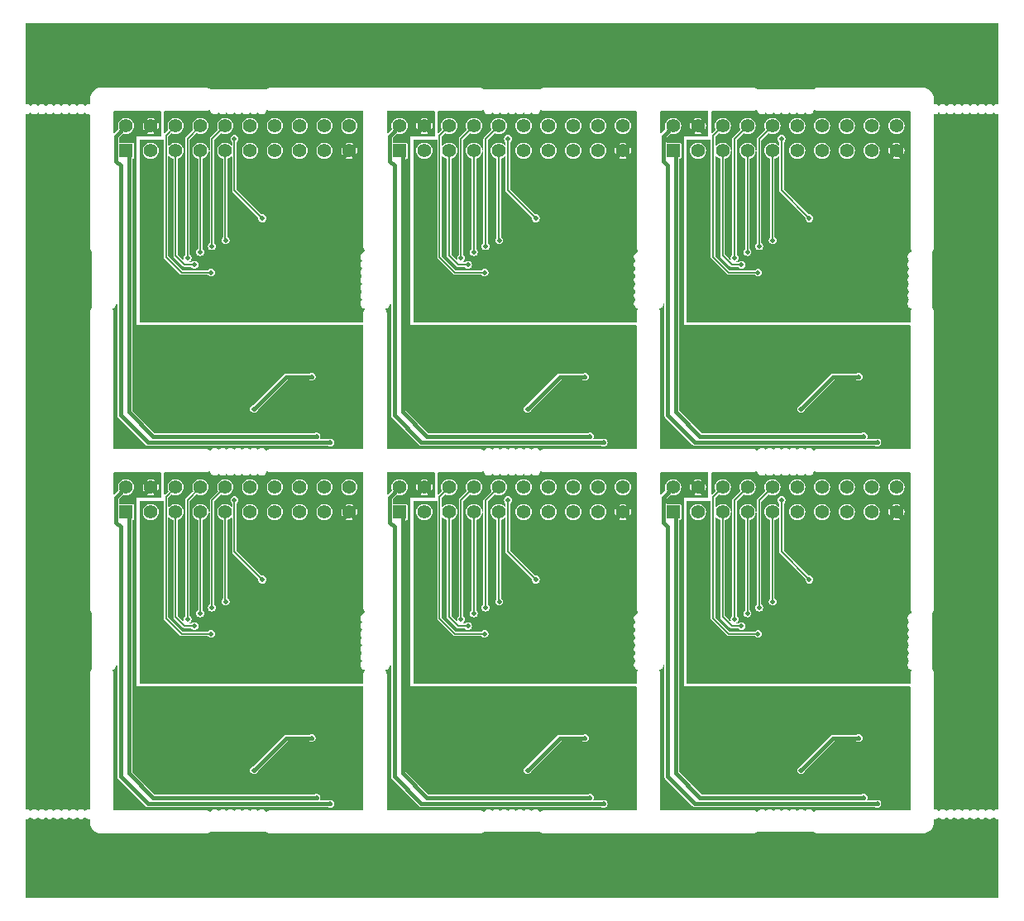
<source format=gbl>
G04 #@! TF.GenerationSoftware,KiCad,Pcbnew,8.0.8*
G04 #@! TF.CreationDate,2025-02-10T00:15:00+01:00*
G04 #@! TF.ProjectId,opl3module,6f706c33-6d6f-4647-956c-652e6b696361,1.2*
G04 #@! TF.SameCoordinates,Original*
G04 #@! TF.FileFunction,Copper,L4,Bot*
G04 #@! TF.FilePolarity,Positive*
%FSLAX46Y46*%
G04 Gerber Fmt 4.6, Leading zero omitted, Abs format (unit mm)*
G04 Created by KiCad (PCBNEW 8.0.8) date 2025-02-10 00:15:00*
%MOMM*%
%LPD*%
G01*
G04 APERTURE LIST*
G04 #@! TA.AperFunction,ComponentPad*
%ADD10C,1.397000*%
G04 #@! TD*
G04 #@! TA.AperFunction,ComponentPad*
%ADD11R,1.397000X1.397000*%
G04 #@! TD*
G04 #@! TA.AperFunction,ViaPad*
%ADD12C,0.460000*%
G04 #@! TD*
G04 #@! TA.AperFunction,Conductor*
%ADD13C,0.406400*%
G04 #@! TD*
G04 #@! TA.AperFunction,Conductor*
%ADD14C,0.203200*%
G04 #@! TD*
G04 APERTURE END LIST*
D10*
X33360000Y-47730000D03*
X33360000Y-50270000D03*
X30820000Y-47730000D03*
X30820000Y-50270000D03*
X28280000Y-47730000D03*
X28280000Y-50270000D03*
X25740000Y-47730000D03*
X25740000Y-50270000D03*
X23200000Y-47730000D03*
X23200000Y-50270000D03*
X20660000Y-47730000D03*
X20660000Y-50270000D03*
X18120000Y-47730000D03*
X18120000Y-50270000D03*
X15580000Y-47730000D03*
X15580000Y-50270000D03*
X13040000Y-47730000D03*
X13040000Y-50270000D03*
X10500000Y-47730000D03*
D11*
X10500000Y-50270000D03*
D10*
X89360000Y-47730000D03*
X89360000Y-50270000D03*
X86820000Y-47730000D03*
X86820000Y-50270000D03*
X84280000Y-47730000D03*
X84280000Y-50270000D03*
X81740000Y-47730000D03*
X81740000Y-50270000D03*
X79200000Y-47730000D03*
X79200000Y-50270000D03*
X76660000Y-47730000D03*
X76660000Y-50270000D03*
X74120000Y-47730000D03*
X74120000Y-50270000D03*
X71580000Y-47730000D03*
X71580000Y-50270000D03*
X69040000Y-47730000D03*
X69040000Y-50270000D03*
X66500000Y-47730000D03*
D11*
X66500000Y-50270000D03*
D10*
X33360000Y-10730000D03*
X33360000Y-13270000D03*
X30820000Y-10730000D03*
X30820000Y-13270000D03*
X28280000Y-10730000D03*
X28280000Y-13270000D03*
X25740000Y-10730000D03*
X25740000Y-13270000D03*
X23200000Y-10730000D03*
X23200000Y-13270000D03*
X20660000Y-10730000D03*
X20660000Y-13270000D03*
X18120000Y-10730000D03*
X18120000Y-13270000D03*
X15580000Y-10730000D03*
X15580000Y-13270000D03*
X13040000Y-10730000D03*
X13040000Y-13270000D03*
X10500000Y-10730000D03*
D11*
X10500000Y-13270000D03*
D10*
X61360000Y-47730000D03*
X61360000Y-50270000D03*
X58820000Y-47730000D03*
X58820000Y-50270000D03*
X56280000Y-47730000D03*
X56280000Y-50270000D03*
X53740000Y-47730000D03*
X53740000Y-50270000D03*
X51200000Y-47730000D03*
X51200000Y-50270000D03*
X48660000Y-47730000D03*
X48660000Y-50270000D03*
X46120000Y-47730000D03*
X46120000Y-50270000D03*
X43580000Y-47730000D03*
X43580000Y-50270000D03*
X41040000Y-47730000D03*
X41040000Y-50270000D03*
X38500000Y-47730000D03*
D11*
X38500000Y-50270000D03*
D10*
X61360000Y-10730000D03*
X61360000Y-13270000D03*
X58820000Y-10730000D03*
X58820000Y-13270000D03*
X56280000Y-10730000D03*
X56280000Y-13270000D03*
X53740000Y-10730000D03*
X53740000Y-13270000D03*
X51200000Y-10730000D03*
X51200000Y-13270000D03*
X48660000Y-10730000D03*
X48660000Y-13270000D03*
X46120000Y-10730000D03*
X46120000Y-13270000D03*
X43580000Y-10730000D03*
X43580000Y-13270000D03*
X41040000Y-10730000D03*
X41040000Y-13270000D03*
X38500000Y-10730000D03*
D11*
X38500000Y-13270000D03*
D10*
X89360000Y-10730000D03*
X89360000Y-13270000D03*
X86820000Y-10730000D03*
X86820000Y-13270000D03*
X84280000Y-10730000D03*
X84280000Y-13270000D03*
X81740000Y-10730000D03*
X81740000Y-13270000D03*
X79200000Y-10730000D03*
X79200000Y-13270000D03*
X76660000Y-10730000D03*
X76660000Y-13270000D03*
X74120000Y-10730000D03*
X74120000Y-13270000D03*
X71580000Y-10730000D03*
X71580000Y-13270000D03*
X69040000Y-10730000D03*
X69040000Y-13270000D03*
X66500000Y-10730000D03*
D11*
X66500000Y-13270000D03*
D12*
X29500000Y-36400000D03*
X23600000Y-39699996D03*
X29500000Y-73400000D03*
X23600000Y-76699996D03*
X57500000Y-36400000D03*
X51600000Y-39699996D03*
X57500000Y-73400000D03*
X51600000Y-76699996D03*
X87500000Y-20430000D03*
X69015001Y-15794999D03*
X84700000Y-31835000D03*
X83650000Y-38600000D03*
X88700000Y-32835000D03*
X66500000Y-42730000D03*
X75675000Y-35150000D03*
X80450000Y-41600000D03*
X73700000Y-38000000D03*
X69015001Y-52794999D03*
X87500000Y-57430000D03*
X83650000Y-75600000D03*
X66500000Y-79730000D03*
X75675000Y-72150000D03*
X88700000Y-69835000D03*
X80450000Y-78600000D03*
X73700000Y-75000000D03*
X84700000Y-68835000D03*
X75300000Y-23030000D03*
X76700000Y-22430000D03*
X72800000Y-24230000D03*
X74100000Y-23630000D03*
X75200000Y-25730000D03*
X73500000Y-24930000D03*
X80445001Y-20174299D03*
X77600000Y-12030000D03*
X87400000Y-43135000D03*
X86000000Y-42500003D03*
X75300000Y-60030000D03*
X76700000Y-59430000D03*
X72800000Y-61230000D03*
X74100000Y-60630000D03*
X75200000Y-62730000D03*
X73500000Y-61930000D03*
X77600000Y-49030000D03*
X80445001Y-57174299D03*
X87400000Y-80135000D03*
X86000000Y-79500003D03*
X85500000Y-36400000D03*
X79600000Y-39699996D03*
X79600000Y-76699996D03*
X85500000Y-73400000D03*
X31500000Y-20430000D03*
X13015001Y-15794999D03*
X30000000Y-42500003D03*
X31400000Y-43135000D03*
X24445001Y-20174299D03*
X21600000Y-12030000D03*
X17500000Y-24930000D03*
X19200000Y-25730000D03*
X18100000Y-23630000D03*
X16800000Y-24230000D03*
X20700000Y-22430000D03*
X19300000Y-23030000D03*
X32700000Y-32835000D03*
X17700000Y-38000000D03*
X28700000Y-31835000D03*
X24450000Y-41600000D03*
X27650000Y-38600000D03*
X19675000Y-35150000D03*
X10500000Y-42730000D03*
X31500000Y-57430000D03*
X13015001Y-52794999D03*
X28700000Y-68835000D03*
X24450000Y-78600000D03*
X10500000Y-79730000D03*
X17700000Y-75000000D03*
X27650000Y-75600000D03*
X19675000Y-72150000D03*
X32700000Y-69835000D03*
X41015001Y-15794999D03*
X59500000Y-20430000D03*
X38500000Y-42730000D03*
X52450000Y-41600000D03*
X45700000Y-38000000D03*
X60700000Y-32835000D03*
X47675000Y-35150000D03*
X56700000Y-31835000D03*
X55650000Y-38600000D03*
X59500000Y-57430000D03*
X41015001Y-52794999D03*
X47675000Y-72150000D03*
X60700000Y-69835000D03*
X55650000Y-75600000D03*
X52450000Y-78600000D03*
X38500000Y-79730000D03*
X45700000Y-75000000D03*
X56700000Y-68835000D03*
X30000000Y-79500003D03*
X31400000Y-80135000D03*
X24445001Y-57174299D03*
X21600000Y-49030000D03*
X17500000Y-61930000D03*
X19200000Y-62730000D03*
X18100000Y-60630000D03*
X16800000Y-61230000D03*
X20700000Y-59430000D03*
X19300000Y-60030000D03*
X58000000Y-42500003D03*
X59400000Y-43135000D03*
X52445001Y-20174299D03*
X49600000Y-12030000D03*
X45500000Y-24930000D03*
X47200000Y-25730000D03*
X46100000Y-23630000D03*
X44800000Y-24230000D03*
X48700000Y-22430000D03*
X47300000Y-23030000D03*
X58000000Y-79500003D03*
X59400000Y-80135000D03*
X52445001Y-57174299D03*
X49600000Y-49030000D03*
X45500000Y-61930000D03*
X47200000Y-62730000D03*
X46100000Y-60630000D03*
X44800000Y-61230000D03*
X48700000Y-59430000D03*
X47300000Y-60030000D03*
D13*
X26899996Y-36400000D02*
X23600000Y-39699996D01*
X29500000Y-36400000D02*
X26899996Y-36400000D01*
X29500000Y-73400000D02*
X26899996Y-73400000D01*
X26899996Y-73400000D02*
X23600000Y-76699996D01*
X57500000Y-36400000D02*
X54899996Y-36400000D01*
X54899996Y-36400000D02*
X51600000Y-39699996D01*
X54899996Y-73400000D02*
X51600000Y-76699996D01*
X57500000Y-73400000D02*
X54899996Y-73400000D01*
D14*
X75300000Y-12090000D02*
X75300000Y-23030000D01*
X76660000Y-10730000D02*
X75300000Y-12090000D01*
X76660000Y-22390000D02*
X76700000Y-22430000D01*
X76660000Y-13270000D02*
X76660000Y-22390000D01*
X74120000Y-10730000D02*
X72800000Y-12050000D01*
X72800000Y-12050000D02*
X72800000Y-24230000D01*
X74120000Y-23610000D02*
X74100000Y-23630000D01*
X74120000Y-13270000D02*
X74120000Y-23610000D01*
X70600000Y-11710000D02*
X70600000Y-24130000D01*
X70600000Y-24130000D02*
X72200000Y-25730000D01*
X72200000Y-25730000D02*
X75200000Y-25730000D01*
X71580000Y-10730000D02*
X70600000Y-11710000D01*
X71580000Y-24010000D02*
X72500000Y-24930000D01*
X71580000Y-13270000D02*
X71580000Y-24010000D01*
X72500000Y-24930000D02*
X73500000Y-24930000D01*
X80445001Y-20174299D02*
X77600000Y-17329298D01*
X77600000Y-17329298D02*
X77600000Y-12030000D01*
D13*
X65960000Y-40360000D02*
X68735000Y-43135000D01*
X66500000Y-10730000D02*
X65470300Y-11759700D01*
X65470300Y-11759700D02*
X65470300Y-14299700D01*
X68735000Y-43135000D02*
X87400000Y-43135000D01*
X65470300Y-14299700D02*
X65960000Y-14789400D01*
X65960000Y-14789400D02*
X65960000Y-40360000D01*
X69270003Y-42500003D02*
X86000000Y-42500003D01*
X66800000Y-13570000D02*
X66800000Y-40030000D01*
X66800000Y-40030000D02*
X69270003Y-42500003D01*
X66500000Y-13270000D02*
X66800000Y-13570000D01*
D14*
X75300000Y-49090000D02*
X75300000Y-60030000D01*
X76660000Y-47730000D02*
X75300000Y-49090000D01*
X76660000Y-50270000D02*
X76660000Y-59390000D01*
X76660000Y-59390000D02*
X76700000Y-59430000D01*
X74120000Y-47730000D02*
X72800000Y-49050000D01*
X72800000Y-49050000D02*
X72800000Y-61230000D01*
X74120000Y-50270000D02*
X74120000Y-60610000D01*
X74120000Y-60610000D02*
X74100000Y-60630000D01*
X70600000Y-48710000D02*
X70600000Y-61130000D01*
X70600000Y-61130000D02*
X72200000Y-62730000D01*
X71580000Y-47730000D02*
X70600000Y-48710000D01*
X72200000Y-62730000D02*
X75200000Y-62730000D01*
X71580000Y-50270000D02*
X71580000Y-61010000D01*
X71580000Y-61010000D02*
X72500000Y-61930000D01*
X72500000Y-61930000D02*
X73500000Y-61930000D01*
X80445001Y-57174299D02*
X77600000Y-54329298D01*
X77600000Y-54329298D02*
X77600000Y-49030000D01*
D13*
X65960000Y-51789400D02*
X65960000Y-77360000D01*
X65960000Y-77360000D02*
X68735000Y-80135000D01*
X66500000Y-47730000D02*
X65470300Y-48759700D01*
X65470300Y-51299700D02*
X65960000Y-51789400D01*
X65470300Y-48759700D02*
X65470300Y-51299700D01*
X68735000Y-80135000D02*
X87400000Y-80135000D01*
X66500000Y-50270000D02*
X66800000Y-50570000D01*
X66800000Y-77030000D02*
X69270003Y-79500003D01*
X69270003Y-79500003D02*
X86000000Y-79500003D01*
X66800000Y-50570000D02*
X66800000Y-77030000D01*
X85500000Y-36400000D02*
X82899996Y-36400000D01*
X82899996Y-36400000D02*
X79600000Y-39699996D01*
X85500000Y-73400000D02*
X82899996Y-73400000D01*
X82899996Y-73400000D02*
X79600000Y-76699996D01*
X10500000Y-13270000D02*
X10800000Y-13570000D01*
X13270003Y-42500003D02*
X30000000Y-42500003D01*
X10800000Y-40030000D02*
X13270003Y-42500003D01*
X10800000Y-13570000D02*
X10800000Y-40030000D01*
X9960000Y-40360000D02*
X12735000Y-43135000D01*
X9470300Y-14299700D02*
X9960000Y-14789400D01*
X9960000Y-14789400D02*
X9960000Y-40360000D01*
X9470300Y-11759700D02*
X9470300Y-14299700D01*
X12735000Y-43135000D02*
X31400000Y-43135000D01*
X10500000Y-10730000D02*
X9470300Y-11759700D01*
D14*
X24445001Y-20174299D02*
X21600000Y-17329298D01*
X21600000Y-17329298D02*
X21600000Y-12030000D01*
X16500000Y-24930000D02*
X17500000Y-24930000D01*
X15580000Y-13270000D02*
X15580000Y-24010000D01*
X15580000Y-24010000D02*
X16500000Y-24930000D01*
X14600000Y-24130000D02*
X16200000Y-25730000D01*
X15580000Y-10730000D02*
X14600000Y-11710000D01*
X14600000Y-11710000D02*
X14600000Y-24130000D01*
X16200000Y-25730000D02*
X19200000Y-25730000D01*
X18120000Y-23610000D02*
X18100000Y-23630000D01*
X18120000Y-13270000D02*
X18120000Y-23610000D01*
X16800000Y-12050000D02*
X16800000Y-24230000D01*
X18120000Y-10730000D02*
X16800000Y-12050000D01*
X20660000Y-22390000D02*
X20700000Y-22430000D01*
X20660000Y-13270000D02*
X20660000Y-22390000D01*
X19300000Y-12090000D02*
X19300000Y-23030000D01*
X20660000Y-10730000D02*
X19300000Y-12090000D01*
D13*
X13270003Y-79500003D02*
X30000000Y-79500003D01*
X10500000Y-50270000D02*
X10800000Y-50570000D01*
X10800000Y-77030000D02*
X13270003Y-79500003D01*
X10800000Y-50570000D02*
X10800000Y-77030000D01*
X9470300Y-48759700D02*
X9470300Y-51299700D01*
X12735000Y-80135000D02*
X31400000Y-80135000D01*
X9470300Y-51299700D02*
X9960000Y-51789400D01*
X10500000Y-47730000D02*
X9470300Y-48759700D01*
X9960000Y-77360000D02*
X12735000Y-80135000D01*
X9960000Y-51789400D02*
X9960000Y-77360000D01*
D14*
X24445001Y-57174299D02*
X21600000Y-54329298D01*
X21600000Y-54329298D02*
X21600000Y-49030000D01*
X15580000Y-61010000D02*
X16500000Y-61930000D01*
X16500000Y-61930000D02*
X17500000Y-61930000D01*
X15580000Y-50270000D02*
X15580000Y-61010000D01*
X16200000Y-62730000D02*
X19200000Y-62730000D01*
X14600000Y-48710000D02*
X14600000Y-61130000D01*
X15580000Y-47730000D02*
X14600000Y-48710000D01*
X14600000Y-61130000D02*
X16200000Y-62730000D01*
X18120000Y-60610000D02*
X18100000Y-60630000D01*
X18120000Y-50270000D02*
X18120000Y-60610000D01*
X16800000Y-49050000D02*
X16800000Y-61230000D01*
X18120000Y-47730000D02*
X16800000Y-49050000D01*
X20660000Y-59390000D02*
X20700000Y-59430000D01*
X20660000Y-50270000D02*
X20660000Y-59390000D01*
X19300000Y-49090000D02*
X19300000Y-60030000D01*
X20660000Y-47730000D02*
X19300000Y-49090000D01*
D13*
X38800000Y-40030000D02*
X41270003Y-42500003D01*
X38800000Y-13570000D02*
X38800000Y-40030000D01*
X41270003Y-42500003D02*
X58000000Y-42500003D01*
X38500000Y-13270000D02*
X38800000Y-13570000D01*
X37960000Y-14789400D02*
X37960000Y-40360000D01*
X37470300Y-11759700D02*
X37470300Y-14299700D01*
X37960000Y-40360000D02*
X40735000Y-43135000D01*
X37470300Y-14299700D02*
X37960000Y-14789400D01*
X40735000Y-43135000D02*
X59400000Y-43135000D01*
X38500000Y-10730000D02*
X37470300Y-11759700D01*
D14*
X49600000Y-17329298D02*
X49600000Y-12030000D01*
X52445001Y-20174299D02*
X49600000Y-17329298D01*
X43580000Y-13270000D02*
X43580000Y-24010000D01*
X43580000Y-24010000D02*
X44500000Y-24930000D01*
X44500000Y-24930000D02*
X45500000Y-24930000D01*
X42600000Y-24130000D02*
X44200000Y-25730000D01*
X43580000Y-10730000D02*
X42600000Y-11710000D01*
X42600000Y-11710000D02*
X42600000Y-24130000D01*
X44200000Y-25730000D02*
X47200000Y-25730000D01*
X46120000Y-13270000D02*
X46120000Y-23610000D01*
X46120000Y-23610000D02*
X46100000Y-23630000D01*
X44800000Y-12050000D02*
X44800000Y-24230000D01*
X46120000Y-10730000D02*
X44800000Y-12050000D01*
X48660000Y-13270000D02*
X48660000Y-22390000D01*
X48660000Y-22390000D02*
X48700000Y-22430000D01*
X48660000Y-10730000D02*
X47300000Y-12090000D01*
X47300000Y-12090000D02*
X47300000Y-23030000D01*
D13*
X41270003Y-79500003D02*
X58000000Y-79500003D01*
X38800000Y-77030000D02*
X41270003Y-79500003D01*
X38500000Y-50270000D02*
X38800000Y-50570000D01*
X38800000Y-50570000D02*
X38800000Y-77030000D01*
X37960000Y-51789400D02*
X37960000Y-77360000D01*
X37470300Y-51299700D02*
X37960000Y-51789400D01*
X37470300Y-48759700D02*
X37470300Y-51299700D01*
X38500000Y-47730000D02*
X37470300Y-48759700D01*
X37960000Y-77360000D02*
X40735000Y-80135000D01*
X40735000Y-80135000D02*
X59400000Y-80135000D01*
D14*
X49600000Y-54329298D02*
X49600000Y-49030000D01*
X52445001Y-57174299D02*
X49600000Y-54329298D01*
X43580000Y-61010000D02*
X44500000Y-61930000D01*
X43580000Y-50270000D02*
X43580000Y-61010000D01*
X44500000Y-61930000D02*
X45500000Y-61930000D01*
X43580000Y-47730000D02*
X42600000Y-48710000D01*
X44200000Y-62730000D02*
X47200000Y-62730000D01*
X42600000Y-61130000D02*
X44200000Y-62730000D01*
X42600000Y-48710000D02*
X42600000Y-61130000D01*
X46120000Y-60610000D02*
X46100000Y-60630000D01*
X46120000Y-50270000D02*
X46120000Y-60610000D01*
X46120000Y-47730000D02*
X44800000Y-49050000D01*
X44800000Y-49050000D02*
X44800000Y-61230000D01*
X48660000Y-59390000D02*
X48700000Y-59430000D01*
X48660000Y-50270000D02*
X48660000Y-59390000D01*
X47300000Y-49090000D02*
X47300000Y-60030000D01*
X48660000Y-47730000D02*
X47300000Y-49090000D01*
G04 #@! TA.AperFunction,Conductor*
G36*
X14081694Y-46218806D02*
G01*
X14100000Y-46263000D01*
X14100000Y-48767500D01*
X14081694Y-48811694D01*
X14037500Y-48830000D01*
X11600000Y-48830000D01*
X11600000Y-68130000D01*
X34737000Y-68130000D01*
X34781194Y-68148306D01*
X34799500Y-68192500D01*
X34799500Y-80737000D01*
X34781194Y-80781194D01*
X34737000Y-80799500D01*
X25539882Y-80799500D01*
X25500000Y-80799500D01*
X25394970Y-80799500D01*
X25188101Y-80835976D01*
X24990706Y-80907822D01*
X24990701Y-80907825D01*
X24912194Y-80953150D01*
X24864768Y-80959393D01*
X24826819Y-80930274D01*
X24803700Y-80890230D01*
X24803699Y-80890229D01*
X24803698Y-80890227D01*
X24709775Y-80796304D01*
X24709766Y-80796297D01*
X24594735Y-80729883D01*
X24594729Y-80729880D01*
X24466425Y-80695501D01*
X24466420Y-80695500D01*
X24466419Y-80695500D01*
X24333581Y-80695500D01*
X24333580Y-80695500D01*
X24333574Y-80695501D01*
X24205270Y-80729880D01*
X24205264Y-80729883D01*
X24090233Y-80796297D01*
X24090224Y-80796304D01*
X24044194Y-80842335D01*
X24000000Y-80860641D01*
X23955806Y-80842335D01*
X23909775Y-80796304D01*
X23909766Y-80796297D01*
X23794735Y-80729883D01*
X23794729Y-80729880D01*
X23666425Y-80695501D01*
X23666420Y-80695500D01*
X23666419Y-80695500D01*
X23533581Y-80695500D01*
X23533580Y-80695500D01*
X23533574Y-80695501D01*
X23405270Y-80729880D01*
X23405264Y-80729883D01*
X23290233Y-80796297D01*
X23290224Y-80796304D01*
X23244194Y-80842335D01*
X23200000Y-80860641D01*
X23155806Y-80842335D01*
X23109775Y-80796304D01*
X23109766Y-80796297D01*
X22994735Y-80729883D01*
X22994729Y-80729880D01*
X22866425Y-80695501D01*
X22866420Y-80695500D01*
X22866419Y-80695500D01*
X22733581Y-80695500D01*
X22733580Y-80695500D01*
X22733574Y-80695501D01*
X22605270Y-80729880D01*
X22605264Y-80729883D01*
X22490233Y-80796297D01*
X22490224Y-80796304D01*
X22444194Y-80842335D01*
X22400000Y-80860641D01*
X22355806Y-80842335D01*
X22309775Y-80796304D01*
X22309766Y-80796297D01*
X22194735Y-80729883D01*
X22194729Y-80729880D01*
X22066425Y-80695501D01*
X22066420Y-80695500D01*
X22066419Y-80695500D01*
X21933581Y-80695500D01*
X21933580Y-80695500D01*
X21933574Y-80695501D01*
X21805270Y-80729880D01*
X21805264Y-80729883D01*
X21690233Y-80796297D01*
X21690224Y-80796304D01*
X21644194Y-80842335D01*
X21600000Y-80860641D01*
X21555806Y-80842335D01*
X21509775Y-80796304D01*
X21509766Y-80796297D01*
X21394735Y-80729883D01*
X21394729Y-80729880D01*
X21266425Y-80695501D01*
X21266420Y-80695500D01*
X21266419Y-80695500D01*
X21133581Y-80695500D01*
X21133580Y-80695500D01*
X21133574Y-80695501D01*
X21005270Y-80729880D01*
X21005264Y-80729883D01*
X20890233Y-80796297D01*
X20890224Y-80796304D01*
X20844194Y-80842335D01*
X20800000Y-80860641D01*
X20755806Y-80842335D01*
X20709775Y-80796304D01*
X20709766Y-80796297D01*
X20594735Y-80729883D01*
X20594729Y-80729880D01*
X20466425Y-80695501D01*
X20466420Y-80695500D01*
X20466419Y-80695500D01*
X20333581Y-80695500D01*
X20333580Y-80695500D01*
X20333574Y-80695501D01*
X20205270Y-80729880D01*
X20205264Y-80729883D01*
X20090233Y-80796297D01*
X20090224Y-80796304D01*
X20044194Y-80842335D01*
X20000000Y-80860641D01*
X19955806Y-80842335D01*
X19909775Y-80796304D01*
X19909766Y-80796297D01*
X19794735Y-80729883D01*
X19794729Y-80729880D01*
X19666425Y-80695501D01*
X19666420Y-80695500D01*
X19666419Y-80695500D01*
X19533581Y-80695500D01*
X19533580Y-80695500D01*
X19533574Y-80695501D01*
X19405270Y-80729880D01*
X19405264Y-80729883D01*
X19290233Y-80796297D01*
X19290224Y-80796304D01*
X19196304Y-80890224D01*
X19196299Y-80890230D01*
X19173180Y-80930274D01*
X19135229Y-80959394D01*
X19087804Y-80953150D01*
X19009291Y-80907821D01*
X18960944Y-80890224D01*
X18811899Y-80835976D01*
X18605030Y-80799500D01*
X18605026Y-80799500D01*
X9263000Y-80799500D01*
X9218806Y-80781194D01*
X9200500Y-80737000D01*
X9200500Y-66894974D01*
X9200500Y-66894970D01*
X9164024Y-66688101D01*
X9092179Y-66490709D01*
X9086349Y-66480612D01*
X9080104Y-66433187D01*
X9109223Y-66395236D01*
X9124299Y-66388991D01*
X9194730Y-66370119D01*
X9309770Y-66303700D01*
X9403700Y-66209770D01*
X9470119Y-66094730D01*
X9492059Y-66012851D01*
X9505430Y-65962950D01*
X9534550Y-65924999D01*
X9581976Y-65918756D01*
X9619927Y-65947876D01*
X9628300Y-65979126D01*
X9628300Y-77403674D01*
X9650904Y-77488029D01*
X9650904Y-77488031D01*
X9694575Y-77563670D01*
X9694578Y-77563674D01*
X12531326Y-80400421D01*
X12531329Y-80400423D01*
X12531332Y-80400426D01*
X12606969Y-80444095D01*
X12644164Y-80454061D01*
X12691326Y-80466699D01*
X12691328Y-80466699D01*
X12691331Y-80466700D01*
X12778670Y-80466700D01*
X31145005Y-80466700D01*
X31173379Y-80473512D01*
X31273440Y-80524496D01*
X31273442Y-80524496D01*
X31273445Y-80524498D01*
X31400000Y-80544542D01*
X31526555Y-80524498D01*
X31640723Y-80466326D01*
X31731326Y-80375723D01*
X31789498Y-80261555D01*
X31809542Y-80135000D01*
X31789498Y-80008445D01*
X31731326Y-79894277D01*
X31640723Y-79803674D01*
X31526555Y-79745502D01*
X31400000Y-79725458D01*
X31273444Y-79745502D01*
X31273440Y-79745503D01*
X31173379Y-79796488D01*
X31145005Y-79803300D01*
X30401434Y-79803300D01*
X30357240Y-79784994D01*
X30338934Y-79740800D01*
X30345746Y-79712425D01*
X30389497Y-79626559D01*
X30389498Y-79626558D01*
X30409542Y-79500003D01*
X30389498Y-79373448D01*
X30331326Y-79259280D01*
X30240723Y-79168677D01*
X30126555Y-79110505D01*
X30000000Y-79090461D01*
X29873444Y-79110505D01*
X29873440Y-79110506D01*
X29773379Y-79161491D01*
X29745005Y-79168303D01*
X13433285Y-79168303D01*
X13389091Y-79149997D01*
X11150006Y-76910911D01*
X11131700Y-76866717D01*
X11131700Y-76699996D01*
X23190458Y-76699996D01*
X23210502Y-76826551D01*
X23210502Y-76826552D01*
X23244158Y-76892605D01*
X23268674Y-76940719D01*
X23359277Y-77031322D01*
X23473445Y-77089494D01*
X23600000Y-77109538D01*
X23726555Y-77089494D01*
X23840723Y-77031322D01*
X23931326Y-76940719D01*
X23989498Y-76826551D01*
X23995157Y-76790811D01*
X24012692Y-76756397D01*
X27019085Y-73750006D01*
X27063279Y-73731700D01*
X29245005Y-73731700D01*
X29273379Y-73738512D01*
X29373440Y-73789496D01*
X29373442Y-73789496D01*
X29373445Y-73789498D01*
X29500000Y-73809542D01*
X29626555Y-73789498D01*
X29740723Y-73731326D01*
X29831326Y-73640723D01*
X29889498Y-73526555D01*
X29909542Y-73400000D01*
X29889498Y-73273445D01*
X29831326Y-73159277D01*
X29740723Y-73068674D01*
X29626555Y-73010502D01*
X29500000Y-72990458D01*
X29373444Y-73010502D01*
X29373440Y-73010503D01*
X29273379Y-73061488D01*
X29245005Y-73068300D01*
X26856322Y-73068300D01*
X26804862Y-73082090D01*
X26794569Y-73084848D01*
X26771964Y-73090905D01*
X26771962Y-73090905D01*
X26771962Y-73090906D01*
X26696325Y-73134575D01*
X26696321Y-73134578D01*
X23543599Y-76287300D01*
X23509184Y-76304836D01*
X23473447Y-76310497D01*
X23473446Y-76310497D01*
X23359276Y-76368670D01*
X23268674Y-76459272D01*
X23210502Y-76573439D01*
X23210502Y-76573440D01*
X23190458Y-76699996D01*
X11131700Y-76699996D01*
X11131700Y-51159500D01*
X11150006Y-51115306D01*
X11194200Y-51097000D01*
X11211154Y-51097000D01*
X11248638Y-51089544D01*
X11291143Y-51061143D01*
X11319544Y-51018638D01*
X11327000Y-50981154D01*
X11327000Y-49558846D01*
X11319544Y-49521362D01*
X11291143Y-49478857D01*
X11248638Y-49450456D01*
X11248637Y-49450455D01*
X11211154Y-49443000D01*
X9864500Y-49443000D01*
X9820306Y-49424694D01*
X9802000Y-49380500D01*
X9802000Y-48922982D01*
X9820306Y-48878788D01*
X9931594Y-48767500D01*
X10167826Y-48531267D01*
X10212019Y-48512962D01*
X10237439Y-48518365D01*
X10239803Y-48519417D01*
X10243035Y-48520856D01*
X10413079Y-48557000D01*
X10586921Y-48557000D01*
X10756965Y-48520856D01*
X10915778Y-48450148D01*
X11056419Y-48347966D01*
X11172742Y-48218776D01*
X11259663Y-48068224D01*
X11313384Y-47902890D01*
X11331555Y-47730000D01*
X12209953Y-47730000D01*
X12228092Y-47902578D01*
X12281711Y-48067605D01*
X12281713Y-48067608D01*
X12304211Y-48106576D01*
X12549308Y-47861478D01*
X12566619Y-47926081D01*
X12633498Y-48041920D01*
X12728080Y-48136502D01*
X12843919Y-48203381D01*
X12908518Y-48220690D01*
X12663303Y-48465905D01*
X12663303Y-48465906D01*
X12783489Y-48519417D01*
X12783506Y-48519423D01*
X12953236Y-48555500D01*
X13126764Y-48555500D01*
X13296493Y-48519423D01*
X13296506Y-48519418D01*
X13416695Y-48465906D01*
X13416695Y-48465905D01*
X13171480Y-48220690D01*
X13236081Y-48203381D01*
X13351920Y-48136502D01*
X13446502Y-48041920D01*
X13513381Y-47926081D01*
X13530690Y-47861479D01*
X13775788Y-48106577D01*
X13798285Y-48067612D01*
X13798288Y-48067606D01*
X13851907Y-47902578D01*
X13870046Y-47730000D01*
X13851907Y-47557421D01*
X13798288Y-47392393D01*
X13798285Y-47392387D01*
X13775787Y-47353422D01*
X13530690Y-47598518D01*
X13513381Y-47533919D01*
X13446502Y-47418080D01*
X13351920Y-47323498D01*
X13236081Y-47256619D01*
X13171478Y-47239308D01*
X13416694Y-46994093D01*
X13296502Y-46940579D01*
X13296493Y-46940576D01*
X13126764Y-46904500D01*
X12953236Y-46904500D01*
X12783506Y-46940576D01*
X12783497Y-46940579D01*
X12663304Y-46994093D01*
X12908520Y-47239309D01*
X12843919Y-47256619D01*
X12728080Y-47323498D01*
X12633498Y-47418080D01*
X12566619Y-47533919D01*
X12549309Y-47598520D01*
X12304211Y-47353422D01*
X12281714Y-47392388D01*
X12281713Y-47392389D01*
X12228092Y-47557421D01*
X12209953Y-47730000D01*
X11331555Y-47730000D01*
X11313384Y-47557110D01*
X11259663Y-47391776D01*
X11172742Y-47241224D01*
X11056419Y-47112034D01*
X11056419Y-47112033D01*
X10915783Y-47009855D01*
X10915780Y-47009853D01*
X10915778Y-47009852D01*
X10805016Y-46960537D01*
X10756968Y-46939145D01*
X10756965Y-46939144D01*
X10756963Y-46939143D01*
X10756961Y-46939143D01*
X10586921Y-46903000D01*
X10413079Y-46903000D01*
X10243038Y-46939143D01*
X10243023Y-46939148D01*
X10084224Y-47009851D01*
X10084218Y-47009854D01*
X9943581Y-47112033D01*
X9943575Y-47112039D01*
X9827257Y-47241225D01*
X9779757Y-47323498D01*
X9752455Y-47370788D01*
X9740335Y-47391780D01*
X9686616Y-47557107D01*
X9668445Y-47729999D01*
X9686616Y-47902892D01*
X9716813Y-47995830D01*
X9713060Y-48043518D01*
X9701566Y-48059337D01*
X9307194Y-48453710D01*
X9263000Y-48472016D01*
X9218806Y-48453710D01*
X9200500Y-48409516D01*
X9200500Y-46263000D01*
X9218806Y-46218806D01*
X9263000Y-46200500D01*
X14037500Y-46200500D01*
X14081694Y-46218806D01*
G37*
G04 #@! TD.AperFunction*
G04 #@! TA.AperFunction,Conductor*
G36*
X47104762Y-46109221D02*
G01*
X47111008Y-46124298D01*
X47129881Y-46194730D01*
X47129883Y-46194735D01*
X47196297Y-46309766D01*
X47196304Y-46309775D01*
X47290224Y-46403695D01*
X47290233Y-46403702D01*
X47405264Y-46470116D01*
X47405270Y-46470119D01*
X47533581Y-46504500D01*
X47533582Y-46504500D01*
X47666418Y-46504500D01*
X47666419Y-46504500D01*
X47794730Y-46470119D01*
X47909770Y-46403700D01*
X47955806Y-46357663D01*
X47999999Y-46339358D01*
X48044192Y-46357662D01*
X48090225Y-46403695D01*
X48090229Y-46403699D01*
X48090233Y-46403702D01*
X48205264Y-46470116D01*
X48205270Y-46470119D01*
X48333581Y-46504500D01*
X48333582Y-46504500D01*
X48466418Y-46504500D01*
X48466419Y-46504500D01*
X48594730Y-46470119D01*
X48709770Y-46403700D01*
X48755806Y-46357663D01*
X48799999Y-46339358D01*
X48844192Y-46357662D01*
X48890225Y-46403695D01*
X48890229Y-46403699D01*
X48890233Y-46403702D01*
X49005264Y-46470116D01*
X49005270Y-46470119D01*
X49133581Y-46504500D01*
X49133582Y-46504500D01*
X49266418Y-46504500D01*
X49266419Y-46504500D01*
X49394730Y-46470119D01*
X49509770Y-46403700D01*
X49555806Y-46357663D01*
X49599999Y-46339358D01*
X49644192Y-46357662D01*
X49690225Y-46403695D01*
X49690229Y-46403699D01*
X49690233Y-46403702D01*
X49805264Y-46470116D01*
X49805270Y-46470119D01*
X49933581Y-46504500D01*
X49933582Y-46504500D01*
X50066418Y-46504500D01*
X50066419Y-46504500D01*
X50194730Y-46470119D01*
X50309770Y-46403700D01*
X50355806Y-46357663D01*
X50399999Y-46339358D01*
X50444192Y-46357662D01*
X50490225Y-46403695D01*
X50490229Y-46403699D01*
X50490233Y-46403702D01*
X50605264Y-46470116D01*
X50605270Y-46470119D01*
X50733581Y-46504500D01*
X50733582Y-46504500D01*
X50866418Y-46504500D01*
X50866419Y-46504500D01*
X50994730Y-46470119D01*
X51109770Y-46403700D01*
X51155806Y-46357663D01*
X51199999Y-46339358D01*
X51244192Y-46357662D01*
X51290225Y-46403695D01*
X51290229Y-46403699D01*
X51290233Y-46403702D01*
X51405264Y-46470116D01*
X51405270Y-46470119D01*
X51533581Y-46504500D01*
X51533582Y-46504500D01*
X51666418Y-46504500D01*
X51666419Y-46504500D01*
X51794730Y-46470119D01*
X51909770Y-46403700D01*
X51955806Y-46357663D01*
X51999999Y-46339358D01*
X52044192Y-46357662D01*
X52090225Y-46403695D01*
X52090229Y-46403699D01*
X52090233Y-46403702D01*
X52205264Y-46470116D01*
X52205270Y-46470119D01*
X52333581Y-46504500D01*
X52333582Y-46504500D01*
X52466418Y-46504500D01*
X52466419Y-46504500D01*
X52594730Y-46470119D01*
X52709770Y-46403700D01*
X52803700Y-46309770D01*
X52870119Y-46194730D01*
X52888991Y-46124298D01*
X52918111Y-46086348D01*
X52965537Y-46080105D01*
X52980613Y-46086350D01*
X52990703Y-46092176D01*
X52990704Y-46092176D01*
X52990709Y-46092179D01*
X53188101Y-46164024D01*
X53394970Y-46200500D01*
X53460118Y-46200500D01*
X62737000Y-46200500D01*
X62781194Y-46218806D01*
X62799500Y-46263000D01*
X62799500Y-59960118D01*
X62799500Y-60000000D01*
X62799500Y-60105030D01*
X62835976Y-60311899D01*
X62905693Y-60503444D01*
X62907822Y-60509293D01*
X62913650Y-60519387D01*
X62919895Y-60566813D01*
X62890775Y-60604764D01*
X62875701Y-60611008D01*
X62805269Y-60629881D01*
X62805264Y-60629883D01*
X62690233Y-60696297D01*
X62690224Y-60696304D01*
X62596304Y-60790224D01*
X62596297Y-60790233D01*
X62529883Y-60905264D01*
X62529880Y-60905270D01*
X62495501Y-61033574D01*
X62495500Y-61033582D01*
X62495500Y-61166417D01*
X62495501Y-61166425D01*
X62529880Y-61294729D01*
X62529883Y-61294735D01*
X62596297Y-61409766D01*
X62596304Y-61409775D01*
X62642335Y-61455806D01*
X62660641Y-61500000D01*
X62642335Y-61544194D01*
X62596304Y-61590224D01*
X62596297Y-61590233D01*
X62529883Y-61705264D01*
X62529880Y-61705270D01*
X62495501Y-61833574D01*
X62495500Y-61833582D01*
X62495500Y-61966417D01*
X62495501Y-61966425D01*
X62529880Y-62094729D01*
X62529883Y-62094735D01*
X62596297Y-62209766D01*
X62596304Y-62209775D01*
X62642335Y-62255806D01*
X62660641Y-62300000D01*
X62642335Y-62344194D01*
X62596304Y-62390224D01*
X62596297Y-62390233D01*
X62529883Y-62505264D01*
X62529880Y-62505270D01*
X62495501Y-62633574D01*
X62495500Y-62633582D01*
X62495500Y-62766417D01*
X62495501Y-62766425D01*
X62529880Y-62894729D01*
X62529883Y-62894735D01*
X62596297Y-63009766D01*
X62596304Y-63009775D01*
X62642335Y-63055806D01*
X62660641Y-63100000D01*
X62642335Y-63144194D01*
X62596304Y-63190224D01*
X62596297Y-63190233D01*
X62529883Y-63305264D01*
X62529880Y-63305270D01*
X62495501Y-63433574D01*
X62495500Y-63433582D01*
X62495500Y-63566417D01*
X62495501Y-63566425D01*
X62529880Y-63694729D01*
X62529883Y-63694735D01*
X62596297Y-63809766D01*
X62596304Y-63809775D01*
X62642335Y-63855806D01*
X62660641Y-63900000D01*
X62642335Y-63944194D01*
X62596304Y-63990224D01*
X62596297Y-63990233D01*
X62529883Y-64105264D01*
X62529880Y-64105270D01*
X62495501Y-64233574D01*
X62495500Y-64233582D01*
X62495500Y-64366417D01*
X62495501Y-64366425D01*
X62529880Y-64494729D01*
X62529883Y-64494735D01*
X62596297Y-64609766D01*
X62596304Y-64609775D01*
X62642335Y-64655806D01*
X62660641Y-64700000D01*
X62642335Y-64744194D01*
X62596304Y-64790224D01*
X62596297Y-64790233D01*
X62529883Y-64905264D01*
X62529880Y-64905270D01*
X62495501Y-65033574D01*
X62495500Y-65033582D01*
X62495500Y-65166417D01*
X62495501Y-65166425D01*
X62529880Y-65294729D01*
X62529883Y-65294735D01*
X62596297Y-65409766D01*
X62596304Y-65409775D01*
X62642335Y-65455806D01*
X62660641Y-65500000D01*
X62642335Y-65544194D01*
X62596304Y-65590224D01*
X62596297Y-65590233D01*
X62529883Y-65705264D01*
X62529880Y-65705270D01*
X62495501Y-65833574D01*
X62495500Y-65833582D01*
X62495500Y-65966417D01*
X62495501Y-65966425D01*
X62529880Y-66094729D01*
X62529883Y-66094735D01*
X62596297Y-66209766D01*
X62596304Y-66209775D01*
X62690224Y-66303695D01*
X62690233Y-66303702D01*
X62805264Y-66370116D01*
X62805270Y-66370119D01*
X62875700Y-66388991D01*
X62913651Y-66418111D01*
X62919894Y-66465537D01*
X62913651Y-66480610D01*
X62907823Y-66490704D01*
X62907822Y-66490706D01*
X62907821Y-66490709D01*
X62835976Y-66688101D01*
X62799500Y-66894970D01*
X62799500Y-66894974D01*
X62799500Y-67767500D01*
X62781194Y-67811694D01*
X62737000Y-67830000D01*
X39962500Y-67830000D01*
X39918306Y-67811694D01*
X39900000Y-67767500D01*
X39900000Y-50270000D01*
X40208445Y-50270000D01*
X40226616Y-50442892D01*
X40280138Y-50607612D01*
X40280337Y-50608224D01*
X40367258Y-50758776D01*
X40434880Y-50833878D01*
X40483580Y-50887965D01*
X40483580Y-50887966D01*
X40624216Y-50990144D01*
X40624222Y-50990148D01*
X40783035Y-51060856D01*
X40953079Y-51097000D01*
X41126921Y-51097000D01*
X41296965Y-51060856D01*
X41455778Y-50990148D01*
X41596419Y-50887966D01*
X41712742Y-50758776D01*
X41799663Y-50608224D01*
X41853384Y-50442890D01*
X41871555Y-50270000D01*
X41853384Y-50097110D01*
X41799663Y-49931776D01*
X41712742Y-49781224D01*
X41596419Y-49652034D01*
X41596419Y-49652033D01*
X41455783Y-49549855D01*
X41455780Y-49549853D01*
X41455778Y-49549852D01*
X41345016Y-49500537D01*
X41296968Y-49479145D01*
X41296965Y-49479144D01*
X41296963Y-49479143D01*
X41296961Y-49479143D01*
X41126921Y-49443000D01*
X40953079Y-49443000D01*
X40783038Y-49479143D01*
X40783023Y-49479148D01*
X40624224Y-49549851D01*
X40624218Y-49549854D01*
X40483581Y-49652033D01*
X40483575Y-49652039D01*
X40367257Y-49781225D01*
X40330100Y-49845583D01*
X40292455Y-49910788D01*
X40280335Y-49931780D01*
X40226616Y-50097107D01*
X40208445Y-50270000D01*
X39900000Y-50270000D01*
X39900000Y-49192500D01*
X39918306Y-49148306D01*
X39962500Y-49130000D01*
X42307400Y-49130000D01*
X42351594Y-49148306D01*
X42369900Y-49192500D01*
X42369900Y-61084230D01*
X42369900Y-61175770D01*
X42404930Y-61260341D01*
X44069659Y-62925070D01*
X44129456Y-62949837D01*
X44129458Y-62949839D01*
X44129459Y-62949839D01*
X44154230Y-62960100D01*
X44154231Y-62960100D01*
X44245770Y-62960100D01*
X46832163Y-62960100D01*
X46876357Y-62978406D01*
X46959277Y-63061326D01*
X47073445Y-63119498D01*
X47200000Y-63139542D01*
X47326555Y-63119498D01*
X47440723Y-63061326D01*
X47531326Y-62970723D01*
X47589498Y-62856555D01*
X47609542Y-62730000D01*
X47589498Y-62603445D01*
X47531326Y-62489277D01*
X47440723Y-62398674D01*
X47326555Y-62340502D01*
X47200000Y-62320458D01*
X47073444Y-62340502D01*
X47073443Y-62340502D01*
X46959276Y-62398674D01*
X46876357Y-62481594D01*
X46832163Y-62499900D01*
X44321199Y-62499900D01*
X44277005Y-62481594D01*
X42848406Y-61052995D01*
X42830100Y-61008801D01*
X42830100Y-50835901D01*
X42848406Y-50791707D01*
X42892600Y-50773401D01*
X42936794Y-50791707D01*
X42939047Y-50794081D01*
X43023580Y-50887965D01*
X43023580Y-50887966D01*
X43164216Y-50990144D01*
X43164222Y-50990148D01*
X43312821Y-51056308D01*
X43345749Y-51091007D01*
X43349900Y-51113405D01*
X43349900Y-60964230D01*
X43349900Y-61055770D01*
X43384930Y-61140341D01*
X44304931Y-62060341D01*
X44369659Y-62125069D01*
X44369660Y-62125069D01*
X44369662Y-62125071D01*
X44454227Y-62160099D01*
X44454230Y-62160100D01*
X45132163Y-62160100D01*
X45176357Y-62178406D01*
X45259277Y-62261326D01*
X45373445Y-62319498D01*
X45500000Y-62339542D01*
X45626555Y-62319498D01*
X45740723Y-62261326D01*
X45831326Y-62170723D01*
X45889498Y-62056555D01*
X45909542Y-61930000D01*
X45889498Y-61803445D01*
X45831326Y-61689277D01*
X45740723Y-61598674D01*
X45626555Y-61540502D01*
X45500000Y-61520458D01*
X45373444Y-61540502D01*
X45373443Y-61540502D01*
X45259276Y-61598674D01*
X45176357Y-61681594D01*
X45132163Y-61699900D01*
X45029088Y-61699900D01*
X44984894Y-61681594D01*
X44966588Y-61637400D01*
X44984894Y-61593206D01*
X45000711Y-61581712D01*
X45040723Y-61561326D01*
X45131326Y-61470723D01*
X45189498Y-61356555D01*
X45209542Y-61230000D01*
X45189498Y-61103445D01*
X45131326Y-60989277D01*
X45048406Y-60906357D01*
X45030100Y-60862163D01*
X45030100Y-50270000D01*
X45288445Y-50270000D01*
X45306616Y-50442892D01*
X45360138Y-50607612D01*
X45360337Y-50608224D01*
X45447258Y-50758776D01*
X45514880Y-50833878D01*
X45563580Y-50887965D01*
X45563580Y-50887966D01*
X45704216Y-50990144D01*
X45704222Y-50990148D01*
X45852821Y-51056308D01*
X45885749Y-51091007D01*
X45889900Y-51113405D01*
X45889900Y-60244771D01*
X45871594Y-60288965D01*
X45862894Y-60295286D01*
X45863256Y-60295783D01*
X45859277Y-60298674D01*
X45768674Y-60389276D01*
X45710502Y-60503443D01*
X45710502Y-60503444D01*
X45690458Y-60630000D01*
X45710502Y-60756555D01*
X45710502Y-60756556D01*
X45727657Y-60790224D01*
X45768674Y-60870723D01*
X45859277Y-60961326D01*
X45973445Y-61019498D01*
X46100000Y-61039542D01*
X46226555Y-61019498D01*
X46340723Y-60961326D01*
X46431326Y-60870723D01*
X46489498Y-60756555D01*
X46509542Y-60630000D01*
X46489498Y-60503445D01*
X46431326Y-60389277D01*
X46368406Y-60326357D01*
X46350100Y-60282163D01*
X46350100Y-51113405D01*
X46368406Y-51069211D01*
X46387177Y-51056309D01*
X46535778Y-50990148D01*
X46676419Y-50887966D01*
X46792742Y-50758776D01*
X46879663Y-50608224D01*
X46933384Y-50442890D01*
X46945242Y-50330059D01*
X46968067Y-50288022D01*
X47013933Y-50274436D01*
X47055972Y-50297261D01*
X47069900Y-50336594D01*
X47069900Y-59662163D01*
X47051594Y-59706357D01*
X46968674Y-59789276D01*
X46910502Y-59903443D01*
X46910502Y-59903444D01*
X46890458Y-60030000D01*
X46910502Y-60156555D01*
X46910502Y-60156556D01*
X46915429Y-60166225D01*
X46968674Y-60270723D01*
X47059277Y-60361326D01*
X47173445Y-60419498D01*
X47300000Y-60439542D01*
X47426555Y-60419498D01*
X47540723Y-60361326D01*
X47631326Y-60270723D01*
X47689498Y-60156555D01*
X47709542Y-60030000D01*
X47689498Y-59903445D01*
X47631326Y-59789277D01*
X47548406Y-59706357D01*
X47530100Y-59662163D01*
X47530100Y-50270000D01*
X47828445Y-50270000D01*
X47846616Y-50442892D01*
X47900138Y-50607612D01*
X47900337Y-50608224D01*
X47987258Y-50758776D01*
X48054880Y-50833878D01*
X48103580Y-50887965D01*
X48103580Y-50887966D01*
X48244216Y-50990144D01*
X48244222Y-50990148D01*
X48392821Y-51056308D01*
X48425749Y-51091007D01*
X48429900Y-51113405D01*
X48429900Y-59102163D01*
X48411594Y-59146357D01*
X48368674Y-59189276D01*
X48310502Y-59303443D01*
X48310502Y-59303444D01*
X48290458Y-59430000D01*
X48310502Y-59556555D01*
X48310502Y-59556556D01*
X48364312Y-59662163D01*
X48368674Y-59670723D01*
X48459277Y-59761326D01*
X48573445Y-59819498D01*
X48700000Y-59839542D01*
X48826555Y-59819498D01*
X48940723Y-59761326D01*
X49031326Y-59670723D01*
X49089498Y-59556555D01*
X49109542Y-59430000D01*
X49089498Y-59303445D01*
X49031326Y-59189277D01*
X48940723Y-59098674D01*
X48924223Y-59090266D01*
X48893158Y-59053890D01*
X48890100Y-59034579D01*
X48890100Y-51113405D01*
X48908406Y-51069211D01*
X48927177Y-51056309D01*
X49075778Y-50990148D01*
X49216419Y-50887966D01*
X49260954Y-50838504D01*
X49304128Y-50817911D01*
X49349220Y-50833878D01*
X49369814Y-50877053D01*
X49369900Y-50880325D01*
X49369900Y-54375067D01*
X49404929Y-54459637D01*
X49404931Y-54459640D01*
X52024443Y-57079152D01*
X52042749Y-57123346D01*
X52041980Y-57133122D01*
X52035459Y-57174298D01*
X52055503Y-57300854D01*
X52055503Y-57300855D01*
X52113675Y-57415022D01*
X52204278Y-57505625D01*
X52318446Y-57563797D01*
X52445001Y-57583841D01*
X52571556Y-57563797D01*
X52685724Y-57505625D01*
X52776327Y-57415022D01*
X52834499Y-57300854D01*
X52854543Y-57174299D01*
X52834499Y-57047744D01*
X52776327Y-56933576D01*
X52685724Y-56842973D01*
X52571556Y-56784801D01*
X52445001Y-56764757D01*
X52445000Y-56764757D01*
X52403824Y-56771278D01*
X52357310Y-56760110D01*
X52349854Y-56753741D01*
X49848406Y-54252293D01*
X49830100Y-54208099D01*
X49830100Y-50270000D01*
X50368445Y-50270000D01*
X50386616Y-50442892D01*
X50440138Y-50607612D01*
X50440337Y-50608224D01*
X50527258Y-50758776D01*
X50594880Y-50833878D01*
X50643580Y-50887965D01*
X50643580Y-50887966D01*
X50784216Y-50990144D01*
X50784222Y-50990148D01*
X50943035Y-51060856D01*
X51113079Y-51097000D01*
X51286921Y-51097000D01*
X51456965Y-51060856D01*
X51615778Y-50990148D01*
X51756419Y-50887966D01*
X51872742Y-50758776D01*
X51959663Y-50608224D01*
X52013384Y-50442890D01*
X52031555Y-50270000D01*
X52908445Y-50270000D01*
X52926616Y-50442892D01*
X52980138Y-50607612D01*
X52980337Y-50608224D01*
X53067258Y-50758776D01*
X53134880Y-50833878D01*
X53183580Y-50887965D01*
X53183580Y-50887966D01*
X53324216Y-50990144D01*
X53324222Y-50990148D01*
X53483035Y-51060856D01*
X53653079Y-51097000D01*
X53826921Y-51097000D01*
X53996965Y-51060856D01*
X54155778Y-50990148D01*
X54296419Y-50887966D01*
X54412742Y-50758776D01*
X54499663Y-50608224D01*
X54553384Y-50442890D01*
X54571555Y-50270000D01*
X55448445Y-50270000D01*
X55466616Y-50442892D01*
X55520138Y-50607612D01*
X55520337Y-50608224D01*
X55607258Y-50758776D01*
X55674880Y-50833878D01*
X55723580Y-50887965D01*
X55723580Y-50887966D01*
X55864216Y-50990144D01*
X55864222Y-50990148D01*
X56023035Y-51060856D01*
X56193079Y-51097000D01*
X56366921Y-51097000D01*
X56536965Y-51060856D01*
X56695778Y-50990148D01*
X56836419Y-50887966D01*
X56952742Y-50758776D01*
X57039663Y-50608224D01*
X57093384Y-50442890D01*
X57111555Y-50270000D01*
X57988445Y-50270000D01*
X58006616Y-50442892D01*
X58060138Y-50607612D01*
X58060337Y-50608224D01*
X58147258Y-50758776D01*
X58214880Y-50833878D01*
X58263580Y-50887965D01*
X58263580Y-50887966D01*
X58404216Y-50990144D01*
X58404222Y-50990148D01*
X58563035Y-51060856D01*
X58733079Y-51097000D01*
X58906921Y-51097000D01*
X59076965Y-51060856D01*
X59235778Y-50990148D01*
X59376419Y-50887966D01*
X59492742Y-50758776D01*
X59579663Y-50608224D01*
X59633384Y-50442890D01*
X59651555Y-50270000D01*
X60529953Y-50270000D01*
X60548092Y-50442578D01*
X60601711Y-50607605D01*
X60601713Y-50607608D01*
X60624211Y-50646576D01*
X60869308Y-50401478D01*
X60886619Y-50466081D01*
X60953498Y-50581920D01*
X61048080Y-50676502D01*
X61163919Y-50743381D01*
X61228518Y-50760690D01*
X60983303Y-51005905D01*
X60983303Y-51005906D01*
X61103489Y-51059417D01*
X61103506Y-51059423D01*
X61273236Y-51095500D01*
X61446764Y-51095500D01*
X61616493Y-51059423D01*
X61616506Y-51059418D01*
X61736695Y-51005906D01*
X61736695Y-51005905D01*
X61491480Y-50760690D01*
X61556081Y-50743381D01*
X61671920Y-50676502D01*
X61766502Y-50581920D01*
X61833381Y-50466081D01*
X61850690Y-50401479D01*
X62095788Y-50646577D01*
X62118285Y-50607612D01*
X62118288Y-50607606D01*
X62171907Y-50442578D01*
X62190046Y-50270000D01*
X62171907Y-50097421D01*
X62118288Y-49932393D01*
X62118285Y-49932387D01*
X62095787Y-49893422D01*
X61850690Y-50138518D01*
X61833381Y-50073919D01*
X61766502Y-49958080D01*
X61671920Y-49863498D01*
X61556081Y-49796619D01*
X61491478Y-49779308D01*
X61736694Y-49534093D01*
X61616502Y-49480579D01*
X61616493Y-49480576D01*
X61446764Y-49444500D01*
X61273236Y-49444500D01*
X61103506Y-49480576D01*
X61103497Y-49480579D01*
X60983304Y-49534093D01*
X61228520Y-49779309D01*
X61163919Y-49796619D01*
X61048080Y-49863498D01*
X60953498Y-49958080D01*
X60886619Y-50073919D01*
X60869309Y-50138520D01*
X60624211Y-49893422D01*
X60601714Y-49932388D01*
X60601713Y-49932389D01*
X60548092Y-50097421D01*
X60529953Y-50270000D01*
X59651555Y-50270000D01*
X59633384Y-50097110D01*
X59579663Y-49931776D01*
X59492742Y-49781224D01*
X59376419Y-49652034D01*
X59376419Y-49652033D01*
X59235783Y-49549855D01*
X59235780Y-49549853D01*
X59235778Y-49549852D01*
X59125016Y-49500537D01*
X59076968Y-49479145D01*
X59076965Y-49479144D01*
X59076963Y-49479143D01*
X59076961Y-49479143D01*
X58906921Y-49443000D01*
X58733079Y-49443000D01*
X58563038Y-49479143D01*
X58563023Y-49479148D01*
X58404224Y-49549851D01*
X58404218Y-49549854D01*
X58263581Y-49652033D01*
X58263575Y-49652039D01*
X58147257Y-49781225D01*
X58110100Y-49845583D01*
X58072455Y-49910788D01*
X58060335Y-49931780D01*
X58006616Y-50097107D01*
X57988445Y-50270000D01*
X57111555Y-50270000D01*
X57093384Y-50097110D01*
X57039663Y-49931776D01*
X56952742Y-49781224D01*
X56836419Y-49652034D01*
X56836419Y-49652033D01*
X56695783Y-49549855D01*
X56695780Y-49549853D01*
X56695778Y-49549852D01*
X56585016Y-49500537D01*
X56536968Y-49479145D01*
X56536965Y-49479144D01*
X56536963Y-49479143D01*
X56536961Y-49479143D01*
X56366921Y-49443000D01*
X56193079Y-49443000D01*
X56023038Y-49479143D01*
X56023023Y-49479148D01*
X55864224Y-49549851D01*
X55864218Y-49549854D01*
X55723581Y-49652033D01*
X55723575Y-49652039D01*
X55607257Y-49781225D01*
X55570100Y-49845583D01*
X55532455Y-49910788D01*
X55520335Y-49931780D01*
X55466616Y-50097107D01*
X55448445Y-50270000D01*
X54571555Y-50270000D01*
X54553384Y-50097110D01*
X54499663Y-49931776D01*
X54412742Y-49781224D01*
X54296419Y-49652034D01*
X54296419Y-49652033D01*
X54155783Y-49549855D01*
X54155780Y-49549853D01*
X54155778Y-49549852D01*
X54045016Y-49500537D01*
X53996968Y-49479145D01*
X53996965Y-49479144D01*
X53996963Y-49479143D01*
X53996961Y-49479143D01*
X53826921Y-49443000D01*
X53653079Y-49443000D01*
X53483038Y-49479143D01*
X53483023Y-49479148D01*
X53324224Y-49549851D01*
X53324218Y-49549854D01*
X53183581Y-49652033D01*
X53183575Y-49652039D01*
X53067257Y-49781225D01*
X53030100Y-49845583D01*
X52992455Y-49910788D01*
X52980335Y-49931780D01*
X52926616Y-50097107D01*
X52908445Y-50270000D01*
X52031555Y-50270000D01*
X52013384Y-50097110D01*
X51959663Y-49931776D01*
X51872742Y-49781224D01*
X51756419Y-49652034D01*
X51756419Y-49652033D01*
X51615783Y-49549855D01*
X51615780Y-49549853D01*
X51615778Y-49549852D01*
X51505016Y-49500537D01*
X51456968Y-49479145D01*
X51456965Y-49479144D01*
X51456963Y-49479143D01*
X51456961Y-49479143D01*
X51286921Y-49443000D01*
X51113079Y-49443000D01*
X50943038Y-49479143D01*
X50943023Y-49479148D01*
X50784224Y-49549851D01*
X50784218Y-49549854D01*
X50643581Y-49652033D01*
X50643575Y-49652039D01*
X50527257Y-49781225D01*
X50490100Y-49845583D01*
X50452455Y-49910788D01*
X50440335Y-49931780D01*
X50386616Y-50097107D01*
X50368445Y-50270000D01*
X49830100Y-50270000D01*
X49830100Y-49397837D01*
X49848406Y-49353643D01*
X49931326Y-49270723D01*
X49989498Y-49156555D01*
X50009542Y-49030000D01*
X49989498Y-48903445D01*
X49931326Y-48789277D01*
X49840723Y-48698674D01*
X49726555Y-48640502D01*
X49600000Y-48620458D01*
X49473444Y-48640502D01*
X49473443Y-48640502D01*
X49359276Y-48698674D01*
X49268674Y-48789276D01*
X49210502Y-48903443D01*
X49210502Y-48903444D01*
X49190458Y-49030000D01*
X49210502Y-49156555D01*
X49210502Y-49156556D01*
X49268674Y-49270723D01*
X49351594Y-49353643D01*
X49369900Y-49397837D01*
X49369900Y-49659673D01*
X49351594Y-49703867D01*
X49307400Y-49722173D01*
X49263206Y-49703867D01*
X49260954Y-49701494D01*
X49216420Y-49652034D01*
X49216419Y-49652033D01*
X49075783Y-49549855D01*
X49075780Y-49549853D01*
X49075778Y-49549852D01*
X48965016Y-49500537D01*
X48916968Y-49479145D01*
X48916965Y-49479144D01*
X48916963Y-49479143D01*
X48916961Y-49479143D01*
X48746921Y-49443000D01*
X48573079Y-49443000D01*
X48403038Y-49479143D01*
X48403023Y-49479148D01*
X48244224Y-49549851D01*
X48244218Y-49549854D01*
X48103581Y-49652033D01*
X48103575Y-49652039D01*
X47987257Y-49781225D01*
X47950100Y-49845583D01*
X47912455Y-49910788D01*
X47900335Y-49931780D01*
X47846616Y-50097107D01*
X47828445Y-50270000D01*
X47530100Y-50270000D01*
X47530100Y-49211197D01*
X47548405Y-49167004D01*
X48228406Y-48487002D01*
X48272599Y-48468697D01*
X48298020Y-48474100D01*
X48326260Y-48486673D01*
X48403035Y-48520856D01*
X48573079Y-48557000D01*
X48746921Y-48557000D01*
X48916965Y-48520856D01*
X49075778Y-48450148D01*
X49216419Y-48347966D01*
X49332742Y-48218776D01*
X49419663Y-48068224D01*
X49473384Y-47902890D01*
X49491555Y-47730000D01*
X50368445Y-47730000D01*
X50386616Y-47902892D01*
X50440335Y-48068219D01*
X50440337Y-48068224D01*
X50527258Y-48218776D01*
X50630713Y-48333674D01*
X50643580Y-48347965D01*
X50643580Y-48347966D01*
X50784216Y-48450144D01*
X50784222Y-48450148D01*
X50943035Y-48520856D01*
X51113079Y-48557000D01*
X51286921Y-48557000D01*
X51456965Y-48520856D01*
X51615778Y-48450148D01*
X51756419Y-48347966D01*
X51872742Y-48218776D01*
X51959663Y-48068224D01*
X52013384Y-47902890D01*
X52031555Y-47730000D01*
X52908445Y-47730000D01*
X52926616Y-47902892D01*
X52980335Y-48068219D01*
X52980337Y-48068224D01*
X53067258Y-48218776D01*
X53170713Y-48333674D01*
X53183580Y-48347965D01*
X53183580Y-48347966D01*
X53324216Y-48450144D01*
X53324222Y-48450148D01*
X53483035Y-48520856D01*
X53653079Y-48557000D01*
X53826921Y-48557000D01*
X53996965Y-48520856D01*
X54155778Y-48450148D01*
X54296419Y-48347966D01*
X54412742Y-48218776D01*
X54499663Y-48068224D01*
X54553384Y-47902890D01*
X54571555Y-47730000D01*
X55448445Y-47730000D01*
X55466616Y-47902892D01*
X55520335Y-48068219D01*
X55520337Y-48068224D01*
X55607258Y-48218776D01*
X55710713Y-48333674D01*
X55723580Y-48347965D01*
X55723580Y-48347966D01*
X55864216Y-48450144D01*
X55864222Y-48450148D01*
X56023035Y-48520856D01*
X56193079Y-48557000D01*
X56366921Y-48557000D01*
X56536965Y-48520856D01*
X56695778Y-48450148D01*
X56836419Y-48347966D01*
X56952742Y-48218776D01*
X57039663Y-48068224D01*
X57093384Y-47902890D01*
X57111555Y-47730000D01*
X57988445Y-47730000D01*
X58006616Y-47902892D01*
X58060335Y-48068219D01*
X58060337Y-48068224D01*
X58147258Y-48218776D01*
X58250713Y-48333674D01*
X58263580Y-48347965D01*
X58263580Y-48347966D01*
X58404216Y-48450144D01*
X58404222Y-48450148D01*
X58563035Y-48520856D01*
X58733079Y-48557000D01*
X58906921Y-48557000D01*
X59076965Y-48520856D01*
X59235778Y-48450148D01*
X59376419Y-48347966D01*
X59492742Y-48218776D01*
X59579663Y-48068224D01*
X59633384Y-47902890D01*
X59651555Y-47730000D01*
X60528445Y-47730000D01*
X60546616Y-47902892D01*
X60600335Y-48068219D01*
X60600337Y-48068224D01*
X60687258Y-48218776D01*
X60790713Y-48333674D01*
X60803580Y-48347965D01*
X60803580Y-48347966D01*
X60944216Y-48450144D01*
X60944222Y-48450148D01*
X61103035Y-48520856D01*
X61273079Y-48557000D01*
X61446921Y-48557000D01*
X61616965Y-48520856D01*
X61775778Y-48450148D01*
X61916419Y-48347966D01*
X62032742Y-48218776D01*
X62119663Y-48068224D01*
X62173384Y-47902890D01*
X62191555Y-47730000D01*
X62173384Y-47557110D01*
X62119663Y-47391776D01*
X62032742Y-47241224D01*
X61916419Y-47112034D01*
X61916419Y-47112033D01*
X61775783Y-47009855D01*
X61775780Y-47009853D01*
X61775778Y-47009852D01*
X61665016Y-46960537D01*
X61616968Y-46939145D01*
X61616965Y-46939144D01*
X61616963Y-46939143D01*
X61616961Y-46939143D01*
X61446921Y-46903000D01*
X61273079Y-46903000D01*
X61103038Y-46939143D01*
X61103023Y-46939148D01*
X60944224Y-47009851D01*
X60944218Y-47009854D01*
X60803581Y-47112033D01*
X60803575Y-47112039D01*
X60687257Y-47241225D01*
X60600335Y-47391780D01*
X60546616Y-47557107D01*
X60528445Y-47730000D01*
X59651555Y-47730000D01*
X59633384Y-47557110D01*
X59579663Y-47391776D01*
X59492742Y-47241224D01*
X59376419Y-47112034D01*
X59376419Y-47112033D01*
X59235783Y-47009855D01*
X59235780Y-47009853D01*
X59235778Y-47009852D01*
X59125016Y-46960537D01*
X59076968Y-46939145D01*
X59076965Y-46939144D01*
X59076963Y-46939143D01*
X59076961Y-46939143D01*
X58906921Y-46903000D01*
X58733079Y-46903000D01*
X58563038Y-46939143D01*
X58563023Y-46939148D01*
X58404224Y-47009851D01*
X58404218Y-47009854D01*
X58263581Y-47112033D01*
X58263575Y-47112039D01*
X58147257Y-47241225D01*
X58060335Y-47391780D01*
X58006616Y-47557107D01*
X57988445Y-47730000D01*
X57111555Y-47730000D01*
X57093384Y-47557110D01*
X57039663Y-47391776D01*
X56952742Y-47241224D01*
X56836419Y-47112034D01*
X56836419Y-47112033D01*
X56695783Y-47009855D01*
X56695780Y-47009853D01*
X56695778Y-47009852D01*
X56585016Y-46960537D01*
X56536968Y-46939145D01*
X56536965Y-46939144D01*
X56536963Y-46939143D01*
X56536961Y-46939143D01*
X56366921Y-46903000D01*
X56193079Y-46903000D01*
X56023038Y-46939143D01*
X56023023Y-46939148D01*
X55864224Y-47009851D01*
X55864218Y-47009854D01*
X55723581Y-47112033D01*
X55723575Y-47112039D01*
X55607257Y-47241225D01*
X55520335Y-47391780D01*
X55466616Y-47557107D01*
X55448445Y-47730000D01*
X54571555Y-47730000D01*
X54553384Y-47557110D01*
X54499663Y-47391776D01*
X54412742Y-47241224D01*
X54296419Y-47112034D01*
X54296419Y-47112033D01*
X54155783Y-47009855D01*
X54155780Y-47009853D01*
X54155778Y-47009852D01*
X54045016Y-46960537D01*
X53996968Y-46939145D01*
X53996965Y-46939144D01*
X53996963Y-46939143D01*
X53996961Y-46939143D01*
X53826921Y-46903000D01*
X53653079Y-46903000D01*
X53483038Y-46939143D01*
X53483023Y-46939148D01*
X53324224Y-47009851D01*
X53324218Y-47009854D01*
X53183581Y-47112033D01*
X53183575Y-47112039D01*
X53067257Y-47241225D01*
X52980335Y-47391780D01*
X52926616Y-47557107D01*
X52908445Y-47730000D01*
X52031555Y-47730000D01*
X52013384Y-47557110D01*
X51959663Y-47391776D01*
X51872742Y-47241224D01*
X51756419Y-47112034D01*
X51756419Y-47112033D01*
X51615783Y-47009855D01*
X51615780Y-47009853D01*
X51615778Y-47009852D01*
X51505016Y-46960537D01*
X51456968Y-46939145D01*
X51456965Y-46939144D01*
X51456963Y-46939143D01*
X51456961Y-46939143D01*
X51286921Y-46903000D01*
X51113079Y-46903000D01*
X50943038Y-46939143D01*
X50943023Y-46939148D01*
X50784224Y-47009851D01*
X50784218Y-47009854D01*
X50643581Y-47112033D01*
X50643575Y-47112039D01*
X50527257Y-47241225D01*
X50440335Y-47391780D01*
X50386616Y-47557107D01*
X50368445Y-47730000D01*
X49491555Y-47730000D01*
X49473384Y-47557110D01*
X49419663Y-47391776D01*
X49332742Y-47241224D01*
X49216419Y-47112034D01*
X49216419Y-47112033D01*
X49075783Y-47009855D01*
X49075780Y-47009853D01*
X49075778Y-47009852D01*
X48965016Y-46960537D01*
X48916968Y-46939145D01*
X48916965Y-46939144D01*
X48916963Y-46939143D01*
X48916961Y-46939143D01*
X48746921Y-46903000D01*
X48573079Y-46903000D01*
X48403038Y-46939143D01*
X48403023Y-46939148D01*
X48244224Y-47009851D01*
X48244218Y-47009854D01*
X48103581Y-47112033D01*
X48103575Y-47112039D01*
X47987257Y-47241225D01*
X47900335Y-47391780D01*
X47846616Y-47557107D01*
X47828445Y-47730000D01*
X47846616Y-47902892D01*
X47900335Y-48068221D01*
X47911507Y-48087572D01*
X47917749Y-48134999D01*
X47901573Y-48163014D01*
X47104931Y-48959657D01*
X47104930Y-48959658D01*
X47104930Y-48959659D01*
X47075794Y-49030000D01*
X47075794Y-49030001D01*
X47075793Y-49030000D01*
X47069900Y-49044228D01*
X47069900Y-50203405D01*
X47051594Y-50247599D01*
X47007400Y-50265905D01*
X46963206Y-50247599D01*
X46945242Y-50209938D01*
X46933384Y-50097110D01*
X46879663Y-49931776D01*
X46792742Y-49781224D01*
X46676419Y-49652034D01*
X46676419Y-49652033D01*
X46535783Y-49549855D01*
X46535780Y-49549853D01*
X46535778Y-49549852D01*
X46425016Y-49500537D01*
X46376968Y-49479145D01*
X46376965Y-49479144D01*
X46376963Y-49479143D01*
X46376961Y-49479143D01*
X46206921Y-49443000D01*
X46033079Y-49443000D01*
X45863038Y-49479143D01*
X45863023Y-49479148D01*
X45704224Y-49549851D01*
X45704218Y-49549854D01*
X45563581Y-49652033D01*
X45563575Y-49652039D01*
X45447257Y-49781225D01*
X45410100Y-49845583D01*
X45372455Y-49910788D01*
X45360335Y-49931780D01*
X45306616Y-50097107D01*
X45288445Y-50270000D01*
X45030100Y-50270000D01*
X45030100Y-49171198D01*
X45048405Y-49127005D01*
X45688406Y-48487003D01*
X45732599Y-48468698D01*
X45758020Y-48474101D01*
X45807656Y-48496200D01*
X45863035Y-48520856D01*
X46033079Y-48557000D01*
X46206921Y-48557000D01*
X46376965Y-48520856D01*
X46535778Y-48450148D01*
X46676419Y-48347966D01*
X46792742Y-48218776D01*
X46879663Y-48068224D01*
X46933384Y-47902890D01*
X46951555Y-47730000D01*
X46933384Y-47557110D01*
X46879663Y-47391776D01*
X46792742Y-47241224D01*
X46676419Y-47112034D01*
X46676419Y-47112033D01*
X46535783Y-47009855D01*
X46535780Y-47009853D01*
X46535778Y-47009852D01*
X46425016Y-46960537D01*
X46376968Y-46939145D01*
X46376965Y-46939144D01*
X46376963Y-46939143D01*
X46376961Y-46939143D01*
X46206921Y-46903000D01*
X46033079Y-46903000D01*
X45863038Y-46939143D01*
X45863023Y-46939148D01*
X45704224Y-47009851D01*
X45704218Y-47009854D01*
X45563581Y-47112033D01*
X45563575Y-47112039D01*
X45447257Y-47241225D01*
X45360335Y-47391780D01*
X45306616Y-47557107D01*
X45288445Y-47730000D01*
X45306616Y-47902892D01*
X45360335Y-48068221D01*
X45371507Y-48087572D01*
X45377749Y-48134999D01*
X45361573Y-48163014D01*
X44604931Y-48919657D01*
X44604927Y-48919662D01*
X44590979Y-48953336D01*
X44590980Y-48953337D01*
X44569900Y-49004230D01*
X44569900Y-60862163D01*
X44551594Y-60906357D01*
X44468674Y-60989276D01*
X44410502Y-61103443D01*
X44410502Y-61103444D01*
X44390458Y-61230000D01*
X44410246Y-61354940D01*
X44399078Y-61401454D01*
X44358292Y-61426448D01*
X44311778Y-61415280D01*
X44304321Y-61408911D01*
X44190145Y-61294735D01*
X43828406Y-60932995D01*
X43810100Y-60888801D01*
X43810100Y-51113405D01*
X43828406Y-51069211D01*
X43847177Y-51056309D01*
X43995778Y-50990148D01*
X44136419Y-50887966D01*
X44252742Y-50758776D01*
X44339663Y-50608224D01*
X44393384Y-50442890D01*
X44411555Y-50270000D01*
X44393384Y-50097110D01*
X44339663Y-49931776D01*
X44252742Y-49781224D01*
X44136419Y-49652034D01*
X44136419Y-49652033D01*
X43995783Y-49549855D01*
X43995780Y-49549853D01*
X43995778Y-49549852D01*
X43885016Y-49500537D01*
X43836968Y-49479145D01*
X43836965Y-49479144D01*
X43836963Y-49479143D01*
X43836961Y-49479143D01*
X43666921Y-49443000D01*
X43493079Y-49443000D01*
X43323038Y-49479143D01*
X43323023Y-49479148D01*
X43164224Y-49549851D01*
X43164218Y-49549854D01*
X43023581Y-49652033D01*
X43023580Y-49652034D01*
X42939047Y-49745919D01*
X42895871Y-49766512D01*
X42850779Y-49750545D01*
X42830186Y-49707369D01*
X42830100Y-49704098D01*
X42830100Y-48831197D01*
X42848405Y-48787004D01*
X43148406Y-48487002D01*
X43192599Y-48468697D01*
X43218020Y-48474100D01*
X43246260Y-48486673D01*
X43323035Y-48520856D01*
X43493079Y-48557000D01*
X43666921Y-48557000D01*
X43836965Y-48520856D01*
X43995778Y-48450148D01*
X44136419Y-48347966D01*
X44252742Y-48218776D01*
X44339663Y-48068224D01*
X44393384Y-47902890D01*
X44411555Y-47730000D01*
X44393384Y-47557110D01*
X44339663Y-47391776D01*
X44252742Y-47241224D01*
X44136419Y-47112034D01*
X44136419Y-47112033D01*
X43995783Y-47009855D01*
X43995780Y-47009853D01*
X43995778Y-47009852D01*
X43885016Y-46960537D01*
X43836968Y-46939145D01*
X43836965Y-46939144D01*
X43836963Y-46939143D01*
X43836961Y-46939143D01*
X43666921Y-46903000D01*
X43493079Y-46903000D01*
X43323038Y-46939143D01*
X43323023Y-46939148D01*
X43164224Y-47009851D01*
X43164218Y-47009854D01*
X43023581Y-47112033D01*
X43023575Y-47112039D01*
X42907257Y-47241225D01*
X42820335Y-47391780D01*
X42766616Y-47557107D01*
X42748445Y-47730000D01*
X42766616Y-47902892D01*
X42820335Y-48068221D01*
X42831507Y-48087572D01*
X42837749Y-48134999D01*
X42821573Y-48163014D01*
X42506694Y-48477894D01*
X42462500Y-48496200D01*
X42418306Y-48477894D01*
X42400000Y-48433700D01*
X42400000Y-46263000D01*
X42418306Y-46218806D01*
X42462500Y-46200500D01*
X46605024Y-46200500D01*
X46605030Y-46200500D01*
X46811899Y-46164024D01*
X47009291Y-46092179D01*
X47019385Y-46086350D01*
X47066810Y-46080103D01*
X47104762Y-46109221D01*
G37*
G04 #@! TD.AperFunction*
G04 #@! TA.AperFunction,Conductor*
G36*
X14081694Y-9218806D02*
G01*
X14100000Y-9263000D01*
X14100000Y-11767500D01*
X14081694Y-11811694D01*
X14037500Y-11830000D01*
X11600000Y-11830000D01*
X11600000Y-31130000D01*
X34737000Y-31130000D01*
X34781194Y-31148306D01*
X34799500Y-31192500D01*
X34799500Y-43737000D01*
X34781194Y-43781194D01*
X34737000Y-43799500D01*
X25539882Y-43799500D01*
X25500000Y-43799500D01*
X25394970Y-43799500D01*
X25188101Y-43835976D01*
X24990706Y-43907822D01*
X24990701Y-43907825D01*
X24912194Y-43953150D01*
X24864768Y-43959393D01*
X24826819Y-43930274D01*
X24803700Y-43890230D01*
X24803699Y-43890229D01*
X24803698Y-43890227D01*
X24709775Y-43796304D01*
X24709766Y-43796297D01*
X24594735Y-43729883D01*
X24594729Y-43729880D01*
X24466425Y-43695501D01*
X24466420Y-43695500D01*
X24466419Y-43695500D01*
X24333581Y-43695500D01*
X24333580Y-43695500D01*
X24333574Y-43695501D01*
X24205270Y-43729880D01*
X24205264Y-43729883D01*
X24090233Y-43796297D01*
X24090224Y-43796304D01*
X24044194Y-43842335D01*
X24000000Y-43860641D01*
X23955806Y-43842335D01*
X23909775Y-43796304D01*
X23909766Y-43796297D01*
X23794735Y-43729883D01*
X23794729Y-43729880D01*
X23666425Y-43695501D01*
X23666420Y-43695500D01*
X23666419Y-43695500D01*
X23533581Y-43695500D01*
X23533580Y-43695500D01*
X23533574Y-43695501D01*
X23405270Y-43729880D01*
X23405264Y-43729883D01*
X23290233Y-43796297D01*
X23290224Y-43796304D01*
X23244194Y-43842335D01*
X23200000Y-43860641D01*
X23155806Y-43842335D01*
X23109775Y-43796304D01*
X23109766Y-43796297D01*
X22994735Y-43729883D01*
X22994729Y-43729880D01*
X22866425Y-43695501D01*
X22866420Y-43695500D01*
X22866419Y-43695500D01*
X22733581Y-43695500D01*
X22733580Y-43695500D01*
X22733574Y-43695501D01*
X22605270Y-43729880D01*
X22605264Y-43729883D01*
X22490233Y-43796297D01*
X22490224Y-43796304D01*
X22444194Y-43842335D01*
X22400000Y-43860641D01*
X22355806Y-43842335D01*
X22309775Y-43796304D01*
X22309766Y-43796297D01*
X22194735Y-43729883D01*
X22194729Y-43729880D01*
X22066425Y-43695501D01*
X22066420Y-43695500D01*
X22066419Y-43695500D01*
X21933581Y-43695500D01*
X21933580Y-43695500D01*
X21933574Y-43695501D01*
X21805270Y-43729880D01*
X21805264Y-43729883D01*
X21690233Y-43796297D01*
X21690224Y-43796304D01*
X21644194Y-43842335D01*
X21600000Y-43860641D01*
X21555806Y-43842335D01*
X21509775Y-43796304D01*
X21509766Y-43796297D01*
X21394735Y-43729883D01*
X21394729Y-43729880D01*
X21266425Y-43695501D01*
X21266420Y-43695500D01*
X21266419Y-43695500D01*
X21133581Y-43695500D01*
X21133580Y-43695500D01*
X21133574Y-43695501D01*
X21005270Y-43729880D01*
X21005264Y-43729883D01*
X20890233Y-43796297D01*
X20890224Y-43796304D01*
X20844194Y-43842335D01*
X20800000Y-43860641D01*
X20755806Y-43842335D01*
X20709775Y-43796304D01*
X20709766Y-43796297D01*
X20594735Y-43729883D01*
X20594729Y-43729880D01*
X20466425Y-43695501D01*
X20466420Y-43695500D01*
X20466419Y-43695500D01*
X20333581Y-43695500D01*
X20333580Y-43695500D01*
X20333574Y-43695501D01*
X20205270Y-43729880D01*
X20205264Y-43729883D01*
X20090233Y-43796297D01*
X20090224Y-43796304D01*
X20044194Y-43842335D01*
X20000000Y-43860641D01*
X19955806Y-43842335D01*
X19909775Y-43796304D01*
X19909766Y-43796297D01*
X19794735Y-43729883D01*
X19794729Y-43729880D01*
X19666425Y-43695501D01*
X19666420Y-43695500D01*
X19666419Y-43695500D01*
X19533581Y-43695500D01*
X19533580Y-43695500D01*
X19533574Y-43695501D01*
X19405270Y-43729880D01*
X19405264Y-43729883D01*
X19290233Y-43796297D01*
X19290224Y-43796304D01*
X19196304Y-43890224D01*
X19196299Y-43890230D01*
X19173180Y-43930274D01*
X19135229Y-43959394D01*
X19087804Y-43953150D01*
X19009291Y-43907821D01*
X18960944Y-43890224D01*
X18811899Y-43835976D01*
X18605030Y-43799500D01*
X18605026Y-43799500D01*
X9263000Y-43799500D01*
X9218806Y-43781194D01*
X9200500Y-43737000D01*
X9200500Y-29894974D01*
X9200500Y-29894970D01*
X9164024Y-29688101D01*
X9092179Y-29490709D01*
X9086349Y-29480612D01*
X9080104Y-29433187D01*
X9109223Y-29395236D01*
X9124299Y-29388991D01*
X9194730Y-29370119D01*
X9309770Y-29303700D01*
X9403700Y-29209770D01*
X9470119Y-29094730D01*
X9492059Y-29012851D01*
X9505430Y-28962950D01*
X9534550Y-28924999D01*
X9581976Y-28918756D01*
X9619927Y-28947876D01*
X9628300Y-28979126D01*
X9628300Y-40403674D01*
X9650904Y-40488029D01*
X9650904Y-40488031D01*
X9694575Y-40563670D01*
X9694578Y-40563674D01*
X12469574Y-43338668D01*
X12531332Y-43400426D01*
X12606969Y-43444095D01*
X12644164Y-43454061D01*
X12691326Y-43466699D01*
X12691328Y-43466699D01*
X12691331Y-43466700D01*
X31145005Y-43466700D01*
X31173379Y-43473512D01*
X31273440Y-43524496D01*
X31273442Y-43524496D01*
X31273445Y-43524498D01*
X31400000Y-43544542D01*
X31526555Y-43524498D01*
X31640723Y-43466326D01*
X31731326Y-43375723D01*
X31789498Y-43261555D01*
X31809542Y-43135000D01*
X31789498Y-43008445D01*
X31731326Y-42894277D01*
X31640723Y-42803674D01*
X31526555Y-42745502D01*
X31400000Y-42725458D01*
X31273444Y-42745502D01*
X31273440Y-42745503D01*
X31173379Y-42796488D01*
X31145005Y-42803300D01*
X30401434Y-42803300D01*
X30357240Y-42784994D01*
X30338934Y-42740800D01*
X30345746Y-42712425D01*
X30389497Y-42626559D01*
X30389498Y-42626558D01*
X30409542Y-42500003D01*
X30389498Y-42373448D01*
X30331326Y-42259280D01*
X30240723Y-42168677D01*
X30126555Y-42110505D01*
X30000000Y-42090461D01*
X29873444Y-42110505D01*
X29873440Y-42110506D01*
X29773379Y-42161491D01*
X29745005Y-42168303D01*
X13433285Y-42168303D01*
X13389091Y-42149997D01*
X11150006Y-39910911D01*
X11131700Y-39866717D01*
X11131700Y-39699996D01*
X23190458Y-39699996D01*
X23210502Y-39826551D01*
X23210502Y-39826552D01*
X23244158Y-39892605D01*
X23268674Y-39940719D01*
X23359277Y-40031322D01*
X23473445Y-40089494D01*
X23600000Y-40109538D01*
X23726555Y-40089494D01*
X23840723Y-40031322D01*
X23931326Y-39940719D01*
X23989498Y-39826551D01*
X23995157Y-39790811D01*
X24012692Y-39756397D01*
X27019085Y-36750006D01*
X27063279Y-36731700D01*
X29245005Y-36731700D01*
X29273379Y-36738512D01*
X29373440Y-36789496D01*
X29373442Y-36789496D01*
X29373445Y-36789498D01*
X29500000Y-36809542D01*
X29626555Y-36789498D01*
X29740723Y-36731326D01*
X29831326Y-36640723D01*
X29889498Y-36526555D01*
X29909542Y-36400000D01*
X29889498Y-36273445D01*
X29831326Y-36159277D01*
X29740723Y-36068674D01*
X29626555Y-36010502D01*
X29500000Y-35990458D01*
X29373444Y-36010502D01*
X29373440Y-36010503D01*
X29273379Y-36061488D01*
X29245005Y-36068300D01*
X26856322Y-36068300D01*
X26804862Y-36082090D01*
X26794569Y-36084848D01*
X26771964Y-36090905D01*
X26771962Y-36090905D01*
X26771962Y-36090906D01*
X26696325Y-36134575D01*
X26696321Y-36134578D01*
X23543599Y-39287300D01*
X23509184Y-39304836D01*
X23473447Y-39310497D01*
X23473446Y-39310497D01*
X23359276Y-39368670D01*
X23268674Y-39459272D01*
X23210502Y-39573439D01*
X23210502Y-39573440D01*
X23190458Y-39699996D01*
X11131700Y-39699996D01*
X11131700Y-14159500D01*
X11150006Y-14115306D01*
X11194200Y-14097000D01*
X11211154Y-14097000D01*
X11248638Y-14089544D01*
X11291143Y-14061143D01*
X11319544Y-14018638D01*
X11327000Y-13981154D01*
X11327000Y-12558846D01*
X11319544Y-12521362D01*
X11291143Y-12478857D01*
X11248638Y-12450456D01*
X11248637Y-12450455D01*
X11211154Y-12443000D01*
X9864500Y-12443000D01*
X9820306Y-12424694D01*
X9802000Y-12380500D01*
X9802000Y-11922982D01*
X9820306Y-11878788D01*
X9931594Y-11767500D01*
X10167826Y-11531267D01*
X10212019Y-11512962D01*
X10237439Y-11518365D01*
X10239803Y-11519417D01*
X10243035Y-11520856D01*
X10413079Y-11557000D01*
X10586921Y-11557000D01*
X10756965Y-11520856D01*
X10915778Y-11450148D01*
X11056419Y-11347966D01*
X11172742Y-11218776D01*
X11259663Y-11068224D01*
X11313384Y-10902890D01*
X11331555Y-10730000D01*
X12209953Y-10730000D01*
X12228092Y-10902578D01*
X12281711Y-11067605D01*
X12281713Y-11067608D01*
X12304211Y-11106576D01*
X12549308Y-10861478D01*
X12566619Y-10926081D01*
X12633498Y-11041920D01*
X12728080Y-11136502D01*
X12843919Y-11203381D01*
X12908518Y-11220690D01*
X12663303Y-11465905D01*
X12663303Y-11465906D01*
X12783489Y-11519417D01*
X12783506Y-11519423D01*
X12953236Y-11555500D01*
X13126764Y-11555500D01*
X13296493Y-11519423D01*
X13296506Y-11519418D01*
X13416695Y-11465906D01*
X13416695Y-11465905D01*
X13171480Y-11220690D01*
X13236081Y-11203381D01*
X13351920Y-11136502D01*
X13446502Y-11041920D01*
X13513381Y-10926081D01*
X13530690Y-10861479D01*
X13775788Y-11106577D01*
X13798285Y-11067612D01*
X13798288Y-11067606D01*
X13851907Y-10902578D01*
X13870046Y-10730000D01*
X13851907Y-10557421D01*
X13798288Y-10392393D01*
X13798285Y-10392387D01*
X13775787Y-10353422D01*
X13530690Y-10598518D01*
X13513381Y-10533919D01*
X13446502Y-10418080D01*
X13351920Y-10323498D01*
X13236081Y-10256619D01*
X13171478Y-10239308D01*
X13416694Y-9994093D01*
X13296502Y-9940579D01*
X13296493Y-9940576D01*
X13126764Y-9904500D01*
X12953236Y-9904500D01*
X12783506Y-9940576D01*
X12783497Y-9940579D01*
X12663304Y-9994093D01*
X12908520Y-10239309D01*
X12843919Y-10256619D01*
X12728080Y-10323498D01*
X12633498Y-10418080D01*
X12566619Y-10533919D01*
X12549309Y-10598520D01*
X12304211Y-10353422D01*
X12281714Y-10392388D01*
X12281713Y-10392389D01*
X12228092Y-10557421D01*
X12209953Y-10730000D01*
X11331555Y-10730000D01*
X11313384Y-10557110D01*
X11259663Y-10391776D01*
X11172742Y-10241224D01*
X11056419Y-10112034D01*
X11056419Y-10112033D01*
X10915783Y-10009855D01*
X10915780Y-10009853D01*
X10915778Y-10009852D01*
X10805016Y-9960537D01*
X10756968Y-9939145D01*
X10756965Y-9939144D01*
X10756963Y-9939143D01*
X10756961Y-9939143D01*
X10586921Y-9903000D01*
X10413079Y-9903000D01*
X10243038Y-9939143D01*
X10243023Y-9939148D01*
X10084224Y-10009851D01*
X10084218Y-10009854D01*
X9943581Y-10112033D01*
X9943575Y-10112039D01*
X9827257Y-10241225D01*
X9779757Y-10323498D01*
X9752455Y-10370788D01*
X9740335Y-10391780D01*
X9686616Y-10557107D01*
X9668445Y-10729999D01*
X9686616Y-10902892D01*
X9716813Y-10995830D01*
X9713060Y-11043518D01*
X9701566Y-11059337D01*
X9307194Y-11453710D01*
X9263000Y-11472016D01*
X9218806Y-11453710D01*
X9200500Y-11409516D01*
X9200500Y-9263000D01*
X9218806Y-9218806D01*
X9263000Y-9200500D01*
X14037500Y-9200500D01*
X14081694Y-9218806D01*
G37*
G04 #@! TD.AperFunction*
G04 #@! TA.AperFunction,Conductor*
G36*
X70081694Y-46218806D02*
G01*
X70100000Y-46263000D01*
X70100000Y-48767500D01*
X70081694Y-48811694D01*
X70037500Y-48830000D01*
X67600000Y-48830000D01*
X67600000Y-68130000D01*
X90737000Y-68130000D01*
X90781194Y-68148306D01*
X90799500Y-68192500D01*
X90799500Y-80737000D01*
X90781194Y-80781194D01*
X90737000Y-80799500D01*
X81539882Y-80799500D01*
X81500000Y-80799500D01*
X81394970Y-80799500D01*
X81188101Y-80835976D01*
X80990706Y-80907822D01*
X80990701Y-80907825D01*
X80912194Y-80953150D01*
X80864768Y-80959393D01*
X80826819Y-80930274D01*
X80803700Y-80890230D01*
X80803699Y-80890229D01*
X80803698Y-80890227D01*
X80709775Y-80796304D01*
X80709766Y-80796297D01*
X80594735Y-80729883D01*
X80594729Y-80729880D01*
X80466425Y-80695501D01*
X80466420Y-80695500D01*
X80466419Y-80695500D01*
X80333581Y-80695500D01*
X80333580Y-80695500D01*
X80333574Y-80695501D01*
X80205270Y-80729880D01*
X80205264Y-80729883D01*
X80090233Y-80796297D01*
X80090224Y-80796304D01*
X80044194Y-80842335D01*
X80000000Y-80860641D01*
X79955806Y-80842335D01*
X79909775Y-80796304D01*
X79909766Y-80796297D01*
X79794735Y-80729883D01*
X79794729Y-80729880D01*
X79666425Y-80695501D01*
X79666420Y-80695500D01*
X79666419Y-80695500D01*
X79533581Y-80695500D01*
X79533580Y-80695500D01*
X79533574Y-80695501D01*
X79405270Y-80729880D01*
X79405264Y-80729883D01*
X79290233Y-80796297D01*
X79290224Y-80796304D01*
X79244194Y-80842335D01*
X79200000Y-80860641D01*
X79155806Y-80842335D01*
X79109775Y-80796304D01*
X79109766Y-80796297D01*
X78994735Y-80729883D01*
X78994729Y-80729880D01*
X78866425Y-80695501D01*
X78866420Y-80695500D01*
X78866419Y-80695500D01*
X78733581Y-80695500D01*
X78733580Y-80695500D01*
X78733574Y-80695501D01*
X78605270Y-80729880D01*
X78605264Y-80729883D01*
X78490233Y-80796297D01*
X78490224Y-80796304D01*
X78444194Y-80842335D01*
X78400000Y-80860641D01*
X78355806Y-80842335D01*
X78309775Y-80796304D01*
X78309766Y-80796297D01*
X78194735Y-80729883D01*
X78194729Y-80729880D01*
X78066425Y-80695501D01*
X78066420Y-80695500D01*
X78066419Y-80695500D01*
X77933581Y-80695500D01*
X77933580Y-80695500D01*
X77933574Y-80695501D01*
X77805270Y-80729880D01*
X77805264Y-80729883D01*
X77690233Y-80796297D01*
X77690224Y-80796304D01*
X77644194Y-80842335D01*
X77600000Y-80860641D01*
X77555806Y-80842335D01*
X77509775Y-80796304D01*
X77509766Y-80796297D01*
X77394735Y-80729883D01*
X77394729Y-80729880D01*
X77266425Y-80695501D01*
X77266420Y-80695500D01*
X77266419Y-80695500D01*
X77133581Y-80695500D01*
X77133580Y-80695500D01*
X77133574Y-80695501D01*
X77005270Y-80729880D01*
X77005264Y-80729883D01*
X76890233Y-80796297D01*
X76890224Y-80796304D01*
X76844194Y-80842335D01*
X76800000Y-80860641D01*
X76755806Y-80842335D01*
X76709775Y-80796304D01*
X76709766Y-80796297D01*
X76594735Y-80729883D01*
X76594729Y-80729880D01*
X76466425Y-80695501D01*
X76466420Y-80695500D01*
X76466419Y-80695500D01*
X76333581Y-80695500D01*
X76333580Y-80695500D01*
X76333574Y-80695501D01*
X76205270Y-80729880D01*
X76205264Y-80729883D01*
X76090233Y-80796297D01*
X76090224Y-80796304D01*
X76044194Y-80842335D01*
X76000000Y-80860641D01*
X75955806Y-80842335D01*
X75909775Y-80796304D01*
X75909766Y-80796297D01*
X75794735Y-80729883D01*
X75794729Y-80729880D01*
X75666425Y-80695501D01*
X75666420Y-80695500D01*
X75666419Y-80695500D01*
X75533581Y-80695500D01*
X75533580Y-80695500D01*
X75533574Y-80695501D01*
X75405270Y-80729880D01*
X75405264Y-80729883D01*
X75290233Y-80796297D01*
X75290224Y-80796304D01*
X75196304Y-80890224D01*
X75196299Y-80890230D01*
X75173180Y-80930274D01*
X75135229Y-80959394D01*
X75087804Y-80953150D01*
X75009291Y-80907821D01*
X74960944Y-80890224D01*
X74811899Y-80835976D01*
X74605030Y-80799500D01*
X74605026Y-80799500D01*
X65263000Y-80799500D01*
X65218806Y-80781194D01*
X65200500Y-80737000D01*
X65200500Y-66894974D01*
X65200500Y-66894970D01*
X65164024Y-66688101D01*
X65092179Y-66490709D01*
X65086349Y-66480612D01*
X65080104Y-66433187D01*
X65109223Y-66395236D01*
X65124299Y-66388991D01*
X65194730Y-66370119D01*
X65309770Y-66303700D01*
X65403700Y-66209770D01*
X65470119Y-66094730D01*
X65492059Y-66012851D01*
X65505430Y-65962950D01*
X65534550Y-65924999D01*
X65581976Y-65918756D01*
X65619927Y-65947876D01*
X65628300Y-65979126D01*
X65628300Y-77403674D01*
X65650904Y-77488029D01*
X65650904Y-77488031D01*
X65694575Y-77563670D01*
X65694578Y-77563674D01*
X68469574Y-80338668D01*
X68531332Y-80400426D01*
X68606969Y-80444095D01*
X68644164Y-80454061D01*
X68691326Y-80466699D01*
X68691328Y-80466699D01*
X68691331Y-80466700D01*
X87145005Y-80466700D01*
X87173379Y-80473512D01*
X87273440Y-80524496D01*
X87273442Y-80524496D01*
X87273445Y-80524498D01*
X87400000Y-80544542D01*
X87526555Y-80524498D01*
X87640723Y-80466326D01*
X87731326Y-80375723D01*
X87789498Y-80261555D01*
X87809542Y-80135000D01*
X87789498Y-80008445D01*
X87731326Y-79894277D01*
X87640723Y-79803674D01*
X87526555Y-79745502D01*
X87400000Y-79725458D01*
X87273444Y-79745502D01*
X87273440Y-79745503D01*
X87173379Y-79796488D01*
X87145005Y-79803300D01*
X86401434Y-79803300D01*
X86357240Y-79784994D01*
X86338934Y-79740800D01*
X86345746Y-79712425D01*
X86389498Y-79626558D01*
X86409542Y-79500003D01*
X86389498Y-79373448D01*
X86331326Y-79259280D01*
X86240723Y-79168677D01*
X86126555Y-79110505D01*
X86000000Y-79090461D01*
X85873444Y-79110505D01*
X85873440Y-79110506D01*
X85773379Y-79161491D01*
X85745005Y-79168303D01*
X69433285Y-79168303D01*
X69389091Y-79149997D01*
X67150006Y-76910911D01*
X67131700Y-76866717D01*
X67131700Y-76699996D01*
X79190458Y-76699996D01*
X79210502Y-76826551D01*
X79210502Y-76826552D01*
X79244158Y-76892605D01*
X79268674Y-76940719D01*
X79359277Y-77031322D01*
X79473445Y-77089494D01*
X79600000Y-77109538D01*
X79726555Y-77089494D01*
X79840723Y-77031322D01*
X79931326Y-76940719D01*
X79989498Y-76826551D01*
X79995157Y-76790811D01*
X80012692Y-76756397D01*
X83019085Y-73750006D01*
X83063279Y-73731700D01*
X85245005Y-73731700D01*
X85273379Y-73738512D01*
X85373440Y-73789496D01*
X85373442Y-73789496D01*
X85373445Y-73789498D01*
X85500000Y-73809542D01*
X85626555Y-73789498D01*
X85740723Y-73731326D01*
X85831326Y-73640723D01*
X85889498Y-73526555D01*
X85909542Y-73400000D01*
X85889498Y-73273445D01*
X85831326Y-73159277D01*
X85740723Y-73068674D01*
X85626555Y-73010502D01*
X85500000Y-72990458D01*
X85373444Y-73010502D01*
X85373440Y-73010503D01*
X85273379Y-73061488D01*
X85245005Y-73068300D01*
X82856322Y-73068300D01*
X82804862Y-73082090D01*
X82794569Y-73084848D01*
X82771964Y-73090905D01*
X82771962Y-73090905D01*
X82771962Y-73090906D01*
X82696325Y-73134575D01*
X82696321Y-73134578D01*
X79543599Y-76287300D01*
X79509184Y-76304836D01*
X79473447Y-76310497D01*
X79473446Y-76310497D01*
X79359276Y-76368670D01*
X79268674Y-76459272D01*
X79210502Y-76573439D01*
X79210502Y-76573440D01*
X79190458Y-76699996D01*
X67131700Y-76699996D01*
X67131700Y-51159500D01*
X67150006Y-51115306D01*
X67194200Y-51097000D01*
X67211154Y-51097000D01*
X67248638Y-51089544D01*
X67291143Y-51061143D01*
X67319544Y-51018638D01*
X67327000Y-50981154D01*
X67327000Y-49558846D01*
X67319544Y-49521362D01*
X67291143Y-49478857D01*
X67248638Y-49450456D01*
X67248637Y-49450455D01*
X67211154Y-49443000D01*
X65864500Y-49443000D01*
X65820306Y-49424694D01*
X65802000Y-49380500D01*
X65802000Y-48922982D01*
X65820306Y-48878788D01*
X65931594Y-48767500D01*
X66167826Y-48531267D01*
X66212019Y-48512962D01*
X66237439Y-48518365D01*
X66239803Y-48519417D01*
X66243035Y-48520856D01*
X66413079Y-48557000D01*
X66586921Y-48557000D01*
X66756965Y-48520856D01*
X66915778Y-48450148D01*
X67056419Y-48347966D01*
X67172742Y-48218776D01*
X67259663Y-48068224D01*
X67313384Y-47902890D01*
X67331555Y-47730000D01*
X68209953Y-47730000D01*
X68228092Y-47902578D01*
X68281711Y-48067605D01*
X68281713Y-48067608D01*
X68304211Y-48106576D01*
X68549308Y-47861478D01*
X68566619Y-47926081D01*
X68633498Y-48041920D01*
X68728080Y-48136502D01*
X68843919Y-48203381D01*
X68908518Y-48220690D01*
X68663303Y-48465905D01*
X68663303Y-48465906D01*
X68783489Y-48519417D01*
X68783506Y-48519423D01*
X68953236Y-48555500D01*
X69126764Y-48555500D01*
X69296493Y-48519423D01*
X69296506Y-48519418D01*
X69416695Y-48465906D01*
X69416695Y-48465905D01*
X69171480Y-48220690D01*
X69236081Y-48203381D01*
X69351920Y-48136502D01*
X69446502Y-48041920D01*
X69513381Y-47926081D01*
X69530690Y-47861479D01*
X69775788Y-48106577D01*
X69798285Y-48067612D01*
X69798288Y-48067606D01*
X69851907Y-47902578D01*
X69870046Y-47730000D01*
X69851907Y-47557421D01*
X69798288Y-47392393D01*
X69798285Y-47392387D01*
X69775787Y-47353422D01*
X69530690Y-47598518D01*
X69513381Y-47533919D01*
X69446502Y-47418080D01*
X69351920Y-47323498D01*
X69236081Y-47256619D01*
X69171478Y-47239308D01*
X69416694Y-46994093D01*
X69296502Y-46940579D01*
X69296493Y-46940576D01*
X69126764Y-46904500D01*
X68953236Y-46904500D01*
X68783506Y-46940576D01*
X68783497Y-46940579D01*
X68663304Y-46994093D01*
X68908520Y-47239309D01*
X68843919Y-47256619D01*
X68728080Y-47323498D01*
X68633498Y-47418080D01*
X68566619Y-47533919D01*
X68549309Y-47598520D01*
X68304211Y-47353422D01*
X68281714Y-47392388D01*
X68281713Y-47392389D01*
X68228092Y-47557421D01*
X68209953Y-47730000D01*
X67331555Y-47730000D01*
X67313384Y-47557110D01*
X67259663Y-47391776D01*
X67172742Y-47241224D01*
X67056419Y-47112034D01*
X67056419Y-47112033D01*
X66915783Y-47009855D01*
X66915780Y-47009853D01*
X66915778Y-47009852D01*
X66805016Y-46960537D01*
X66756968Y-46939145D01*
X66756965Y-46939144D01*
X66756963Y-46939143D01*
X66756961Y-46939143D01*
X66586921Y-46903000D01*
X66413079Y-46903000D01*
X66243038Y-46939143D01*
X66243023Y-46939148D01*
X66084224Y-47009851D01*
X66084218Y-47009854D01*
X65943581Y-47112033D01*
X65943575Y-47112039D01*
X65827257Y-47241225D01*
X65779757Y-47323498D01*
X65752455Y-47370788D01*
X65740335Y-47391780D01*
X65686616Y-47557107D01*
X65668445Y-47729999D01*
X65686616Y-47902892D01*
X65716813Y-47995830D01*
X65713060Y-48043518D01*
X65701566Y-48059337D01*
X65307194Y-48453710D01*
X65263000Y-48472016D01*
X65218806Y-48453710D01*
X65200500Y-48409516D01*
X65200500Y-46263000D01*
X65218806Y-46218806D01*
X65263000Y-46200500D01*
X70037500Y-46200500D01*
X70081694Y-46218806D01*
G37*
G04 #@! TD.AperFunction*
G04 #@! TA.AperFunction,Conductor*
G36*
X19104762Y-46109221D02*
G01*
X19111008Y-46124298D01*
X19129881Y-46194730D01*
X19129883Y-46194735D01*
X19196297Y-46309766D01*
X19196304Y-46309775D01*
X19290224Y-46403695D01*
X19290233Y-46403702D01*
X19405264Y-46470116D01*
X19405270Y-46470119D01*
X19533581Y-46504500D01*
X19533582Y-46504500D01*
X19666418Y-46504500D01*
X19666419Y-46504500D01*
X19794730Y-46470119D01*
X19909770Y-46403700D01*
X19955806Y-46357663D01*
X19999999Y-46339358D01*
X20044192Y-46357662D01*
X20090225Y-46403695D01*
X20090229Y-46403699D01*
X20090233Y-46403702D01*
X20205264Y-46470116D01*
X20205270Y-46470119D01*
X20333581Y-46504500D01*
X20333582Y-46504500D01*
X20466418Y-46504500D01*
X20466419Y-46504500D01*
X20594730Y-46470119D01*
X20709770Y-46403700D01*
X20755806Y-46357663D01*
X20799999Y-46339358D01*
X20844192Y-46357662D01*
X20890225Y-46403695D01*
X20890229Y-46403699D01*
X20890233Y-46403702D01*
X21005264Y-46470116D01*
X21005270Y-46470119D01*
X21133581Y-46504500D01*
X21133582Y-46504500D01*
X21266418Y-46504500D01*
X21266419Y-46504500D01*
X21394730Y-46470119D01*
X21509770Y-46403700D01*
X21555806Y-46357663D01*
X21599999Y-46339358D01*
X21644192Y-46357662D01*
X21690225Y-46403695D01*
X21690229Y-46403699D01*
X21690233Y-46403702D01*
X21805264Y-46470116D01*
X21805270Y-46470119D01*
X21933581Y-46504500D01*
X21933582Y-46504500D01*
X22066418Y-46504500D01*
X22066419Y-46504500D01*
X22194730Y-46470119D01*
X22309770Y-46403700D01*
X22355806Y-46357663D01*
X22399999Y-46339358D01*
X22444192Y-46357662D01*
X22490225Y-46403695D01*
X22490229Y-46403699D01*
X22490233Y-46403702D01*
X22605264Y-46470116D01*
X22605270Y-46470119D01*
X22733581Y-46504500D01*
X22733582Y-46504500D01*
X22866418Y-46504500D01*
X22866419Y-46504500D01*
X22994730Y-46470119D01*
X23109770Y-46403700D01*
X23155806Y-46357663D01*
X23199999Y-46339358D01*
X23244192Y-46357662D01*
X23290225Y-46403695D01*
X23290229Y-46403699D01*
X23290233Y-46403702D01*
X23405264Y-46470116D01*
X23405270Y-46470119D01*
X23533581Y-46504500D01*
X23533582Y-46504500D01*
X23666418Y-46504500D01*
X23666419Y-46504500D01*
X23794730Y-46470119D01*
X23909770Y-46403700D01*
X23955806Y-46357663D01*
X23999999Y-46339358D01*
X24044192Y-46357662D01*
X24090225Y-46403695D01*
X24090229Y-46403699D01*
X24090233Y-46403702D01*
X24205264Y-46470116D01*
X24205270Y-46470119D01*
X24333581Y-46504500D01*
X24333582Y-46504500D01*
X24466418Y-46504500D01*
X24466419Y-46504500D01*
X24594730Y-46470119D01*
X24709770Y-46403700D01*
X24803700Y-46309770D01*
X24870119Y-46194730D01*
X24888991Y-46124298D01*
X24918111Y-46086348D01*
X24965537Y-46080105D01*
X24980613Y-46086350D01*
X24990703Y-46092176D01*
X24990704Y-46092176D01*
X24990709Y-46092179D01*
X25188101Y-46164024D01*
X25394970Y-46200500D01*
X25460118Y-46200500D01*
X34737000Y-46200500D01*
X34781194Y-46218806D01*
X34799500Y-46263000D01*
X34799500Y-59960118D01*
X34799500Y-60000000D01*
X34799500Y-60105030D01*
X34835976Y-60311899D01*
X34905693Y-60503444D01*
X34907822Y-60509293D01*
X34913650Y-60519387D01*
X34919895Y-60566813D01*
X34890775Y-60604764D01*
X34875701Y-60611008D01*
X34805269Y-60629881D01*
X34805264Y-60629883D01*
X34690233Y-60696297D01*
X34690224Y-60696304D01*
X34596304Y-60790224D01*
X34596297Y-60790233D01*
X34529883Y-60905264D01*
X34529880Y-60905270D01*
X34495501Y-61033574D01*
X34495500Y-61033582D01*
X34495500Y-61166417D01*
X34495501Y-61166425D01*
X34529880Y-61294729D01*
X34529883Y-61294735D01*
X34596297Y-61409766D01*
X34596304Y-61409775D01*
X34642335Y-61455806D01*
X34660641Y-61500000D01*
X34642335Y-61544194D01*
X34596304Y-61590224D01*
X34596297Y-61590233D01*
X34529883Y-61705264D01*
X34529880Y-61705270D01*
X34495501Y-61833574D01*
X34495500Y-61833582D01*
X34495500Y-61966417D01*
X34495501Y-61966425D01*
X34529880Y-62094729D01*
X34529883Y-62094735D01*
X34596297Y-62209766D01*
X34596304Y-62209775D01*
X34642335Y-62255806D01*
X34660641Y-62300000D01*
X34642335Y-62344194D01*
X34596304Y-62390224D01*
X34596297Y-62390233D01*
X34529883Y-62505264D01*
X34529880Y-62505270D01*
X34495501Y-62633574D01*
X34495500Y-62633582D01*
X34495500Y-62766417D01*
X34495501Y-62766425D01*
X34529880Y-62894729D01*
X34529883Y-62894735D01*
X34596297Y-63009766D01*
X34596304Y-63009775D01*
X34642335Y-63055806D01*
X34660641Y-63100000D01*
X34642335Y-63144194D01*
X34596304Y-63190224D01*
X34596297Y-63190233D01*
X34529883Y-63305264D01*
X34529880Y-63305270D01*
X34495501Y-63433574D01*
X34495500Y-63433582D01*
X34495500Y-63566417D01*
X34495501Y-63566425D01*
X34529880Y-63694729D01*
X34529883Y-63694735D01*
X34596297Y-63809766D01*
X34596304Y-63809775D01*
X34642335Y-63855806D01*
X34660641Y-63900000D01*
X34642335Y-63944194D01*
X34596304Y-63990224D01*
X34596297Y-63990233D01*
X34529883Y-64105264D01*
X34529880Y-64105270D01*
X34495501Y-64233574D01*
X34495500Y-64233582D01*
X34495500Y-64366417D01*
X34495501Y-64366425D01*
X34529880Y-64494729D01*
X34529883Y-64494735D01*
X34596297Y-64609766D01*
X34596304Y-64609775D01*
X34642335Y-64655806D01*
X34660641Y-64700000D01*
X34642335Y-64744194D01*
X34596304Y-64790224D01*
X34596297Y-64790233D01*
X34529883Y-64905264D01*
X34529880Y-64905270D01*
X34495501Y-65033574D01*
X34495500Y-65033582D01*
X34495500Y-65166417D01*
X34495501Y-65166425D01*
X34529880Y-65294729D01*
X34529883Y-65294735D01*
X34596297Y-65409766D01*
X34596304Y-65409775D01*
X34642335Y-65455806D01*
X34660641Y-65500000D01*
X34642335Y-65544194D01*
X34596304Y-65590224D01*
X34596297Y-65590233D01*
X34529883Y-65705264D01*
X34529880Y-65705270D01*
X34495501Y-65833574D01*
X34495500Y-65833582D01*
X34495500Y-65966417D01*
X34495501Y-65966425D01*
X34529880Y-66094729D01*
X34529883Y-66094735D01*
X34596297Y-66209766D01*
X34596304Y-66209775D01*
X34690224Y-66303695D01*
X34690233Y-66303702D01*
X34805264Y-66370116D01*
X34805270Y-66370119D01*
X34875700Y-66388991D01*
X34913651Y-66418111D01*
X34919894Y-66465537D01*
X34913651Y-66480610D01*
X34907823Y-66490704D01*
X34907822Y-66490706D01*
X34907821Y-66490709D01*
X34835976Y-66688101D01*
X34799500Y-66894970D01*
X34799500Y-66894974D01*
X34799500Y-67767500D01*
X34781194Y-67811694D01*
X34737000Y-67830000D01*
X11962500Y-67830000D01*
X11918306Y-67811694D01*
X11900000Y-67767500D01*
X11900000Y-50270000D01*
X12208445Y-50270000D01*
X12226616Y-50442892D01*
X12280138Y-50607612D01*
X12280337Y-50608224D01*
X12367258Y-50758776D01*
X12434880Y-50833878D01*
X12483580Y-50887965D01*
X12483580Y-50887966D01*
X12624216Y-50990144D01*
X12624222Y-50990148D01*
X12783035Y-51060856D01*
X12953079Y-51097000D01*
X13126921Y-51097000D01*
X13296965Y-51060856D01*
X13455778Y-50990148D01*
X13596419Y-50887966D01*
X13712742Y-50758776D01*
X13799663Y-50608224D01*
X13853384Y-50442890D01*
X13871555Y-50270000D01*
X13853384Y-50097110D01*
X13799663Y-49931776D01*
X13712742Y-49781224D01*
X13596419Y-49652034D01*
X13596419Y-49652033D01*
X13455783Y-49549855D01*
X13455780Y-49549853D01*
X13455778Y-49549852D01*
X13345016Y-49500537D01*
X13296968Y-49479145D01*
X13296965Y-49479144D01*
X13296963Y-49479143D01*
X13296961Y-49479143D01*
X13126921Y-49443000D01*
X12953079Y-49443000D01*
X12783038Y-49479143D01*
X12783023Y-49479148D01*
X12624224Y-49549851D01*
X12624218Y-49549854D01*
X12483581Y-49652033D01*
X12483575Y-49652039D01*
X12367257Y-49781225D01*
X12330100Y-49845583D01*
X12292455Y-49910788D01*
X12280335Y-49931780D01*
X12226616Y-50097107D01*
X12208445Y-50270000D01*
X11900000Y-50270000D01*
X11900000Y-49192500D01*
X11918306Y-49148306D01*
X11962500Y-49130000D01*
X14307400Y-49130000D01*
X14351594Y-49148306D01*
X14369900Y-49192500D01*
X14369900Y-61084230D01*
X14369900Y-61175770D01*
X14404930Y-61260341D01*
X16069659Y-62925070D01*
X16129456Y-62949837D01*
X16129458Y-62949839D01*
X16129459Y-62949839D01*
X16154230Y-62960100D01*
X16154231Y-62960100D01*
X16245770Y-62960100D01*
X18832163Y-62960100D01*
X18876357Y-62978406D01*
X18959277Y-63061326D01*
X19073445Y-63119498D01*
X19200000Y-63139542D01*
X19326555Y-63119498D01*
X19440723Y-63061326D01*
X19531326Y-62970723D01*
X19589498Y-62856555D01*
X19609542Y-62730000D01*
X19589498Y-62603445D01*
X19531326Y-62489277D01*
X19440723Y-62398674D01*
X19326555Y-62340502D01*
X19200000Y-62320458D01*
X19073444Y-62340502D01*
X19073443Y-62340502D01*
X18959276Y-62398674D01*
X18876357Y-62481594D01*
X18832163Y-62499900D01*
X16321199Y-62499900D01*
X16277005Y-62481594D01*
X14848406Y-61052995D01*
X14830100Y-61008801D01*
X14830100Y-50835901D01*
X14848406Y-50791707D01*
X14892600Y-50773401D01*
X14936794Y-50791707D01*
X14939047Y-50794081D01*
X15023580Y-50887965D01*
X15023580Y-50887966D01*
X15164216Y-50990144D01*
X15164222Y-50990148D01*
X15312821Y-51056308D01*
X15345749Y-51091007D01*
X15349900Y-51113405D01*
X15349900Y-60964230D01*
X15349900Y-61055770D01*
X15384930Y-61140341D01*
X16304931Y-62060341D01*
X16369659Y-62125069D01*
X16369660Y-62125069D01*
X16369662Y-62125071D01*
X16454227Y-62160099D01*
X16454230Y-62160100D01*
X17132163Y-62160100D01*
X17176357Y-62178406D01*
X17259277Y-62261326D01*
X17373445Y-62319498D01*
X17500000Y-62339542D01*
X17626555Y-62319498D01*
X17740723Y-62261326D01*
X17831326Y-62170723D01*
X17889498Y-62056555D01*
X17909542Y-61930000D01*
X17889498Y-61803445D01*
X17831326Y-61689277D01*
X17740723Y-61598674D01*
X17626555Y-61540502D01*
X17500000Y-61520458D01*
X17373444Y-61540502D01*
X17373443Y-61540502D01*
X17259276Y-61598674D01*
X17176357Y-61681594D01*
X17132163Y-61699900D01*
X17029088Y-61699900D01*
X16984894Y-61681594D01*
X16966588Y-61637400D01*
X16984894Y-61593206D01*
X17000711Y-61581712D01*
X17040723Y-61561326D01*
X17131326Y-61470723D01*
X17189498Y-61356555D01*
X17209542Y-61230000D01*
X17189498Y-61103445D01*
X17131326Y-60989277D01*
X17048406Y-60906357D01*
X17030100Y-60862163D01*
X17030100Y-50270000D01*
X17288445Y-50270000D01*
X17306616Y-50442892D01*
X17360138Y-50607612D01*
X17360337Y-50608224D01*
X17447258Y-50758776D01*
X17514880Y-50833878D01*
X17563580Y-50887965D01*
X17563580Y-50887966D01*
X17704216Y-50990144D01*
X17704222Y-50990148D01*
X17852821Y-51056308D01*
X17885749Y-51091007D01*
X17889900Y-51113405D01*
X17889900Y-60244771D01*
X17871594Y-60288965D01*
X17862894Y-60295286D01*
X17863256Y-60295783D01*
X17859277Y-60298674D01*
X17768674Y-60389276D01*
X17710502Y-60503443D01*
X17710502Y-60503444D01*
X17690458Y-60630000D01*
X17710502Y-60756555D01*
X17710502Y-60756556D01*
X17727657Y-60790224D01*
X17768674Y-60870723D01*
X17859277Y-60961326D01*
X17973445Y-61019498D01*
X18100000Y-61039542D01*
X18226555Y-61019498D01*
X18340723Y-60961326D01*
X18431326Y-60870723D01*
X18489498Y-60756555D01*
X18509542Y-60630000D01*
X18489498Y-60503445D01*
X18431326Y-60389277D01*
X18368406Y-60326357D01*
X18350100Y-60282163D01*
X18350100Y-51113405D01*
X18368406Y-51069211D01*
X18387177Y-51056309D01*
X18535778Y-50990148D01*
X18676419Y-50887966D01*
X18792742Y-50758776D01*
X18879663Y-50608224D01*
X18933384Y-50442890D01*
X18945242Y-50330059D01*
X18968067Y-50288022D01*
X19013933Y-50274436D01*
X19055972Y-50297261D01*
X19069900Y-50336594D01*
X19069900Y-59662163D01*
X19051594Y-59706357D01*
X18968674Y-59789276D01*
X18910502Y-59903443D01*
X18910502Y-59903444D01*
X18890458Y-60030000D01*
X18910502Y-60156555D01*
X18910502Y-60156556D01*
X18915429Y-60166225D01*
X18968674Y-60270723D01*
X19059277Y-60361326D01*
X19173445Y-60419498D01*
X19300000Y-60439542D01*
X19426555Y-60419498D01*
X19540723Y-60361326D01*
X19631326Y-60270723D01*
X19689498Y-60156555D01*
X19709542Y-60030000D01*
X19689498Y-59903445D01*
X19631326Y-59789277D01*
X19548406Y-59706357D01*
X19530100Y-59662163D01*
X19530100Y-50270000D01*
X19828445Y-50270000D01*
X19846616Y-50442892D01*
X19900138Y-50607612D01*
X19900337Y-50608224D01*
X19987258Y-50758776D01*
X20054880Y-50833878D01*
X20103580Y-50887965D01*
X20103580Y-50887966D01*
X20244216Y-50990144D01*
X20244222Y-50990148D01*
X20392821Y-51056308D01*
X20425749Y-51091007D01*
X20429900Y-51113405D01*
X20429900Y-59102163D01*
X20411594Y-59146357D01*
X20368674Y-59189276D01*
X20310502Y-59303443D01*
X20310502Y-59303444D01*
X20290458Y-59430000D01*
X20310502Y-59556555D01*
X20310502Y-59556556D01*
X20364312Y-59662163D01*
X20368674Y-59670723D01*
X20459277Y-59761326D01*
X20573445Y-59819498D01*
X20700000Y-59839542D01*
X20826555Y-59819498D01*
X20940723Y-59761326D01*
X21031326Y-59670723D01*
X21089498Y-59556555D01*
X21109542Y-59430000D01*
X21089498Y-59303445D01*
X21031326Y-59189277D01*
X20940723Y-59098674D01*
X20924223Y-59090266D01*
X20893158Y-59053890D01*
X20890100Y-59034579D01*
X20890100Y-51113405D01*
X20908406Y-51069211D01*
X20927177Y-51056309D01*
X21075778Y-50990148D01*
X21216419Y-50887966D01*
X21260954Y-50838504D01*
X21304128Y-50817911D01*
X21349220Y-50833878D01*
X21369814Y-50877053D01*
X21369900Y-50880325D01*
X21369900Y-54375067D01*
X21404929Y-54459637D01*
X21404931Y-54459640D01*
X24024443Y-57079152D01*
X24042749Y-57123346D01*
X24041980Y-57133122D01*
X24035459Y-57174298D01*
X24055503Y-57300854D01*
X24055503Y-57300855D01*
X24113675Y-57415022D01*
X24204278Y-57505625D01*
X24318446Y-57563797D01*
X24445001Y-57583841D01*
X24571556Y-57563797D01*
X24685724Y-57505625D01*
X24776327Y-57415022D01*
X24834499Y-57300854D01*
X24854543Y-57174299D01*
X24834499Y-57047744D01*
X24776327Y-56933576D01*
X24685724Y-56842973D01*
X24571556Y-56784801D01*
X24445001Y-56764757D01*
X24445000Y-56764757D01*
X24403824Y-56771278D01*
X24357310Y-56760110D01*
X24349854Y-56753741D01*
X21848406Y-54252293D01*
X21830100Y-54208099D01*
X21830100Y-50270000D01*
X22368445Y-50270000D01*
X22386616Y-50442892D01*
X22440138Y-50607612D01*
X22440337Y-50608224D01*
X22527258Y-50758776D01*
X22594880Y-50833878D01*
X22643580Y-50887965D01*
X22643580Y-50887966D01*
X22784216Y-50990144D01*
X22784222Y-50990148D01*
X22943035Y-51060856D01*
X23113079Y-51097000D01*
X23286921Y-51097000D01*
X23456965Y-51060856D01*
X23615778Y-50990148D01*
X23756419Y-50887966D01*
X23872742Y-50758776D01*
X23959663Y-50608224D01*
X24013384Y-50442890D01*
X24031555Y-50270000D01*
X24908445Y-50270000D01*
X24926616Y-50442892D01*
X24980138Y-50607612D01*
X24980337Y-50608224D01*
X25067258Y-50758776D01*
X25134880Y-50833878D01*
X25183580Y-50887965D01*
X25183580Y-50887966D01*
X25324216Y-50990144D01*
X25324222Y-50990148D01*
X25483035Y-51060856D01*
X25653079Y-51097000D01*
X25826921Y-51097000D01*
X25996965Y-51060856D01*
X26155778Y-50990148D01*
X26296419Y-50887966D01*
X26412742Y-50758776D01*
X26499663Y-50608224D01*
X26553384Y-50442890D01*
X26571555Y-50270000D01*
X27448445Y-50270000D01*
X27466616Y-50442892D01*
X27520138Y-50607612D01*
X27520337Y-50608224D01*
X27607258Y-50758776D01*
X27674880Y-50833878D01*
X27723580Y-50887965D01*
X27723580Y-50887966D01*
X27864216Y-50990144D01*
X27864222Y-50990148D01*
X28023035Y-51060856D01*
X28193079Y-51097000D01*
X28366921Y-51097000D01*
X28536965Y-51060856D01*
X28695778Y-50990148D01*
X28836419Y-50887966D01*
X28952742Y-50758776D01*
X29039663Y-50608224D01*
X29093384Y-50442890D01*
X29111555Y-50270000D01*
X29988445Y-50270000D01*
X30006616Y-50442892D01*
X30060138Y-50607612D01*
X30060337Y-50608224D01*
X30147258Y-50758776D01*
X30214880Y-50833878D01*
X30263580Y-50887965D01*
X30263580Y-50887966D01*
X30404216Y-50990144D01*
X30404222Y-50990148D01*
X30563035Y-51060856D01*
X30733079Y-51097000D01*
X30906921Y-51097000D01*
X31076965Y-51060856D01*
X31235778Y-50990148D01*
X31376419Y-50887966D01*
X31492742Y-50758776D01*
X31579663Y-50608224D01*
X31633384Y-50442890D01*
X31651555Y-50270000D01*
X32529953Y-50270000D01*
X32548092Y-50442578D01*
X32601711Y-50607605D01*
X32601713Y-50607608D01*
X32624211Y-50646576D01*
X32869308Y-50401478D01*
X32886619Y-50466081D01*
X32953498Y-50581920D01*
X33048080Y-50676502D01*
X33163919Y-50743381D01*
X33228518Y-50760690D01*
X32983303Y-51005905D01*
X32983303Y-51005906D01*
X33103489Y-51059417D01*
X33103506Y-51059423D01*
X33273236Y-51095500D01*
X33446764Y-51095500D01*
X33616493Y-51059423D01*
X33616506Y-51059418D01*
X33736695Y-51005906D01*
X33736695Y-51005905D01*
X33491480Y-50760690D01*
X33556081Y-50743381D01*
X33671920Y-50676502D01*
X33766502Y-50581920D01*
X33833381Y-50466081D01*
X33850690Y-50401479D01*
X34095788Y-50646577D01*
X34118285Y-50607612D01*
X34118288Y-50607606D01*
X34171907Y-50442578D01*
X34190046Y-50270000D01*
X34171907Y-50097421D01*
X34118288Y-49932393D01*
X34118285Y-49932387D01*
X34095787Y-49893422D01*
X33850690Y-50138518D01*
X33833381Y-50073919D01*
X33766502Y-49958080D01*
X33671920Y-49863498D01*
X33556081Y-49796619D01*
X33491478Y-49779308D01*
X33736694Y-49534093D01*
X33616502Y-49480579D01*
X33616493Y-49480576D01*
X33446764Y-49444500D01*
X33273236Y-49444500D01*
X33103506Y-49480576D01*
X33103497Y-49480579D01*
X32983304Y-49534093D01*
X33228520Y-49779309D01*
X33163919Y-49796619D01*
X33048080Y-49863498D01*
X32953498Y-49958080D01*
X32886619Y-50073919D01*
X32869309Y-50138520D01*
X32624211Y-49893422D01*
X32601714Y-49932388D01*
X32601713Y-49932389D01*
X32548092Y-50097421D01*
X32529953Y-50270000D01*
X31651555Y-50270000D01*
X31633384Y-50097110D01*
X31579663Y-49931776D01*
X31492742Y-49781224D01*
X31376419Y-49652034D01*
X31376419Y-49652033D01*
X31235783Y-49549855D01*
X31235780Y-49549853D01*
X31235778Y-49549852D01*
X31125016Y-49500537D01*
X31076968Y-49479145D01*
X31076965Y-49479144D01*
X31076963Y-49479143D01*
X31076961Y-49479143D01*
X30906921Y-49443000D01*
X30733079Y-49443000D01*
X30563038Y-49479143D01*
X30563023Y-49479148D01*
X30404224Y-49549851D01*
X30404218Y-49549854D01*
X30263581Y-49652033D01*
X30263575Y-49652039D01*
X30147257Y-49781225D01*
X30110100Y-49845583D01*
X30072455Y-49910788D01*
X30060335Y-49931780D01*
X30006616Y-50097107D01*
X29988445Y-50270000D01*
X29111555Y-50270000D01*
X29093384Y-50097110D01*
X29039663Y-49931776D01*
X28952742Y-49781224D01*
X28836419Y-49652034D01*
X28836419Y-49652033D01*
X28695783Y-49549855D01*
X28695780Y-49549853D01*
X28695778Y-49549852D01*
X28585016Y-49500537D01*
X28536968Y-49479145D01*
X28536965Y-49479144D01*
X28536963Y-49479143D01*
X28536961Y-49479143D01*
X28366921Y-49443000D01*
X28193079Y-49443000D01*
X28023038Y-49479143D01*
X28023023Y-49479148D01*
X27864224Y-49549851D01*
X27864218Y-49549854D01*
X27723581Y-49652033D01*
X27723575Y-49652039D01*
X27607257Y-49781225D01*
X27570100Y-49845583D01*
X27532455Y-49910788D01*
X27520335Y-49931780D01*
X27466616Y-50097107D01*
X27448445Y-50270000D01*
X26571555Y-50270000D01*
X26553384Y-50097110D01*
X26499663Y-49931776D01*
X26412742Y-49781224D01*
X26296419Y-49652034D01*
X26296419Y-49652033D01*
X26155783Y-49549855D01*
X26155780Y-49549853D01*
X26155778Y-49549852D01*
X26045016Y-49500537D01*
X25996968Y-49479145D01*
X25996965Y-49479144D01*
X25996963Y-49479143D01*
X25996961Y-49479143D01*
X25826921Y-49443000D01*
X25653079Y-49443000D01*
X25483038Y-49479143D01*
X25483023Y-49479148D01*
X25324224Y-49549851D01*
X25324218Y-49549854D01*
X25183581Y-49652033D01*
X25183575Y-49652039D01*
X25067257Y-49781225D01*
X25030100Y-49845583D01*
X24992455Y-49910788D01*
X24980335Y-49931780D01*
X24926616Y-50097107D01*
X24908445Y-50270000D01*
X24031555Y-50270000D01*
X24013384Y-50097110D01*
X23959663Y-49931776D01*
X23872742Y-49781224D01*
X23756419Y-49652034D01*
X23756419Y-49652033D01*
X23615783Y-49549855D01*
X23615780Y-49549853D01*
X23615778Y-49549852D01*
X23505016Y-49500537D01*
X23456968Y-49479145D01*
X23456965Y-49479144D01*
X23456963Y-49479143D01*
X23456961Y-49479143D01*
X23286921Y-49443000D01*
X23113079Y-49443000D01*
X22943038Y-49479143D01*
X22943023Y-49479148D01*
X22784224Y-49549851D01*
X22784218Y-49549854D01*
X22643581Y-49652033D01*
X22643575Y-49652039D01*
X22527257Y-49781225D01*
X22490100Y-49845583D01*
X22452455Y-49910788D01*
X22440335Y-49931780D01*
X22386616Y-50097107D01*
X22368445Y-50270000D01*
X21830100Y-50270000D01*
X21830100Y-49397837D01*
X21848406Y-49353643D01*
X21931326Y-49270723D01*
X21989498Y-49156555D01*
X22009542Y-49030000D01*
X21989498Y-48903445D01*
X21931326Y-48789277D01*
X21840723Y-48698674D01*
X21726555Y-48640502D01*
X21600000Y-48620458D01*
X21473444Y-48640502D01*
X21473443Y-48640502D01*
X21359276Y-48698674D01*
X21268674Y-48789276D01*
X21210502Y-48903443D01*
X21210502Y-48903444D01*
X21190458Y-49030000D01*
X21210502Y-49156555D01*
X21210502Y-49156556D01*
X21268674Y-49270723D01*
X21351594Y-49353643D01*
X21369900Y-49397837D01*
X21369900Y-49659673D01*
X21351594Y-49703867D01*
X21307400Y-49722173D01*
X21263206Y-49703867D01*
X21260954Y-49701494D01*
X21216420Y-49652034D01*
X21216419Y-49652033D01*
X21075783Y-49549855D01*
X21075780Y-49549853D01*
X21075778Y-49549852D01*
X20965016Y-49500537D01*
X20916968Y-49479145D01*
X20916965Y-49479144D01*
X20916963Y-49479143D01*
X20916961Y-49479143D01*
X20746921Y-49443000D01*
X20573079Y-49443000D01*
X20403038Y-49479143D01*
X20403023Y-49479148D01*
X20244224Y-49549851D01*
X20244218Y-49549854D01*
X20103581Y-49652033D01*
X20103575Y-49652039D01*
X19987257Y-49781225D01*
X19950100Y-49845583D01*
X19912455Y-49910788D01*
X19900335Y-49931780D01*
X19846616Y-50097107D01*
X19828445Y-50270000D01*
X19530100Y-50270000D01*
X19530100Y-49211197D01*
X19548405Y-49167004D01*
X20228406Y-48487002D01*
X20272599Y-48468697D01*
X20298020Y-48474100D01*
X20326260Y-48486673D01*
X20403035Y-48520856D01*
X20573079Y-48557000D01*
X20746921Y-48557000D01*
X20916965Y-48520856D01*
X21075778Y-48450148D01*
X21216419Y-48347966D01*
X21332742Y-48218776D01*
X21419663Y-48068224D01*
X21473384Y-47902890D01*
X21491555Y-47730000D01*
X22368445Y-47730000D01*
X22386616Y-47902892D01*
X22440335Y-48068219D01*
X22440337Y-48068224D01*
X22527258Y-48218776D01*
X22630713Y-48333674D01*
X22643580Y-48347965D01*
X22643580Y-48347966D01*
X22784216Y-48450144D01*
X22784222Y-48450148D01*
X22943035Y-48520856D01*
X23113079Y-48557000D01*
X23286921Y-48557000D01*
X23456965Y-48520856D01*
X23615778Y-48450148D01*
X23756419Y-48347966D01*
X23872742Y-48218776D01*
X23959663Y-48068224D01*
X24013384Y-47902890D01*
X24031555Y-47730000D01*
X24908445Y-47730000D01*
X24926616Y-47902892D01*
X24980335Y-48068219D01*
X24980337Y-48068224D01*
X25067258Y-48218776D01*
X25170713Y-48333674D01*
X25183580Y-48347965D01*
X25183580Y-48347966D01*
X25324216Y-48450144D01*
X25324222Y-48450148D01*
X25483035Y-48520856D01*
X25653079Y-48557000D01*
X25826921Y-48557000D01*
X25996965Y-48520856D01*
X26155778Y-48450148D01*
X26296419Y-48347966D01*
X26412742Y-48218776D01*
X26499663Y-48068224D01*
X26553384Y-47902890D01*
X26571555Y-47730000D01*
X27448445Y-47730000D01*
X27466616Y-47902892D01*
X27520335Y-48068219D01*
X27520337Y-48068224D01*
X27607258Y-48218776D01*
X27710713Y-48333674D01*
X27723580Y-48347965D01*
X27723580Y-48347966D01*
X27864216Y-48450144D01*
X27864222Y-48450148D01*
X28023035Y-48520856D01*
X28193079Y-48557000D01*
X28366921Y-48557000D01*
X28536965Y-48520856D01*
X28695778Y-48450148D01*
X28836419Y-48347966D01*
X28952742Y-48218776D01*
X29039663Y-48068224D01*
X29093384Y-47902890D01*
X29111555Y-47730000D01*
X29988445Y-47730000D01*
X30006616Y-47902892D01*
X30060335Y-48068219D01*
X30060337Y-48068224D01*
X30147258Y-48218776D01*
X30250713Y-48333674D01*
X30263580Y-48347965D01*
X30263580Y-48347966D01*
X30404216Y-48450144D01*
X30404222Y-48450148D01*
X30563035Y-48520856D01*
X30733079Y-48557000D01*
X30906921Y-48557000D01*
X31076965Y-48520856D01*
X31235778Y-48450148D01*
X31376419Y-48347966D01*
X31492742Y-48218776D01*
X31579663Y-48068224D01*
X31633384Y-47902890D01*
X31651555Y-47730000D01*
X32528445Y-47730000D01*
X32546616Y-47902892D01*
X32600335Y-48068219D01*
X32600337Y-48068224D01*
X32687258Y-48218776D01*
X32790713Y-48333674D01*
X32803580Y-48347965D01*
X32803580Y-48347966D01*
X32944216Y-48450144D01*
X32944222Y-48450148D01*
X33103035Y-48520856D01*
X33273079Y-48557000D01*
X33446921Y-48557000D01*
X33616965Y-48520856D01*
X33775778Y-48450148D01*
X33916419Y-48347966D01*
X34032742Y-48218776D01*
X34119663Y-48068224D01*
X34173384Y-47902890D01*
X34191555Y-47730000D01*
X34173384Y-47557110D01*
X34119663Y-47391776D01*
X34032742Y-47241224D01*
X33916419Y-47112034D01*
X33916419Y-47112033D01*
X33775783Y-47009855D01*
X33775780Y-47009853D01*
X33775778Y-47009852D01*
X33665016Y-46960537D01*
X33616968Y-46939145D01*
X33616965Y-46939144D01*
X33616963Y-46939143D01*
X33616961Y-46939143D01*
X33446921Y-46903000D01*
X33273079Y-46903000D01*
X33103038Y-46939143D01*
X33103023Y-46939148D01*
X32944224Y-47009851D01*
X32944218Y-47009854D01*
X32803581Y-47112033D01*
X32803575Y-47112039D01*
X32687257Y-47241225D01*
X32600335Y-47391780D01*
X32546616Y-47557107D01*
X32528445Y-47730000D01*
X31651555Y-47730000D01*
X31633384Y-47557110D01*
X31579663Y-47391776D01*
X31492742Y-47241224D01*
X31376419Y-47112034D01*
X31376419Y-47112033D01*
X31235783Y-47009855D01*
X31235780Y-47009853D01*
X31235778Y-47009852D01*
X31125016Y-46960537D01*
X31076968Y-46939145D01*
X31076965Y-46939144D01*
X31076963Y-46939143D01*
X31076961Y-46939143D01*
X30906921Y-46903000D01*
X30733079Y-46903000D01*
X30563038Y-46939143D01*
X30563023Y-46939148D01*
X30404224Y-47009851D01*
X30404218Y-47009854D01*
X30263581Y-47112033D01*
X30263575Y-47112039D01*
X30147257Y-47241225D01*
X30060335Y-47391780D01*
X30006616Y-47557107D01*
X29988445Y-47730000D01*
X29111555Y-47730000D01*
X29093384Y-47557110D01*
X29039663Y-47391776D01*
X28952742Y-47241224D01*
X28836419Y-47112034D01*
X28836419Y-47112033D01*
X28695783Y-47009855D01*
X28695780Y-47009853D01*
X28695778Y-47009852D01*
X28585016Y-46960537D01*
X28536968Y-46939145D01*
X28536965Y-46939144D01*
X28536963Y-46939143D01*
X28536961Y-46939143D01*
X28366921Y-46903000D01*
X28193079Y-46903000D01*
X28023038Y-46939143D01*
X28023023Y-46939148D01*
X27864224Y-47009851D01*
X27864218Y-47009854D01*
X27723581Y-47112033D01*
X27723575Y-47112039D01*
X27607257Y-47241225D01*
X27520335Y-47391780D01*
X27466616Y-47557107D01*
X27448445Y-47730000D01*
X26571555Y-47730000D01*
X26553384Y-47557110D01*
X26499663Y-47391776D01*
X26412742Y-47241224D01*
X26296419Y-47112034D01*
X26296419Y-47112033D01*
X26155783Y-47009855D01*
X26155780Y-47009853D01*
X26155778Y-47009852D01*
X26045016Y-46960537D01*
X25996968Y-46939145D01*
X25996965Y-46939144D01*
X25996963Y-46939143D01*
X25996961Y-46939143D01*
X25826921Y-46903000D01*
X25653079Y-46903000D01*
X25483038Y-46939143D01*
X25483023Y-46939148D01*
X25324224Y-47009851D01*
X25324218Y-47009854D01*
X25183581Y-47112033D01*
X25183575Y-47112039D01*
X25067257Y-47241225D01*
X24980335Y-47391780D01*
X24926616Y-47557107D01*
X24908445Y-47730000D01*
X24031555Y-47730000D01*
X24013384Y-47557110D01*
X23959663Y-47391776D01*
X23872742Y-47241224D01*
X23756419Y-47112034D01*
X23756419Y-47112033D01*
X23615783Y-47009855D01*
X23615780Y-47009853D01*
X23615778Y-47009852D01*
X23505016Y-46960537D01*
X23456968Y-46939145D01*
X23456965Y-46939144D01*
X23456963Y-46939143D01*
X23456961Y-46939143D01*
X23286921Y-46903000D01*
X23113079Y-46903000D01*
X22943038Y-46939143D01*
X22943023Y-46939148D01*
X22784224Y-47009851D01*
X22784218Y-47009854D01*
X22643581Y-47112033D01*
X22643575Y-47112039D01*
X22527257Y-47241225D01*
X22440335Y-47391780D01*
X22386616Y-47557107D01*
X22368445Y-47730000D01*
X21491555Y-47730000D01*
X21473384Y-47557110D01*
X21419663Y-47391776D01*
X21332742Y-47241224D01*
X21216419Y-47112034D01*
X21216419Y-47112033D01*
X21075783Y-47009855D01*
X21075780Y-47009853D01*
X21075778Y-47009852D01*
X20965016Y-46960537D01*
X20916968Y-46939145D01*
X20916965Y-46939144D01*
X20916963Y-46939143D01*
X20916961Y-46939143D01*
X20746921Y-46903000D01*
X20573079Y-46903000D01*
X20403038Y-46939143D01*
X20403023Y-46939148D01*
X20244224Y-47009851D01*
X20244218Y-47009854D01*
X20103581Y-47112033D01*
X20103575Y-47112039D01*
X19987257Y-47241225D01*
X19900335Y-47391780D01*
X19846616Y-47557107D01*
X19828445Y-47730000D01*
X19846616Y-47902892D01*
X19900335Y-48068221D01*
X19911507Y-48087572D01*
X19917749Y-48134999D01*
X19901573Y-48163014D01*
X19104931Y-48959657D01*
X19104930Y-48959658D01*
X19104930Y-48959659D01*
X19075794Y-49030000D01*
X19075794Y-49030001D01*
X19075793Y-49030000D01*
X19069900Y-49044228D01*
X19069900Y-50203405D01*
X19051594Y-50247599D01*
X19007400Y-50265905D01*
X18963206Y-50247599D01*
X18945242Y-50209938D01*
X18933384Y-50097110D01*
X18879663Y-49931776D01*
X18792742Y-49781224D01*
X18676419Y-49652034D01*
X18676419Y-49652033D01*
X18535783Y-49549855D01*
X18535780Y-49549853D01*
X18535778Y-49549852D01*
X18425016Y-49500537D01*
X18376968Y-49479145D01*
X18376965Y-49479144D01*
X18376963Y-49479143D01*
X18376961Y-49479143D01*
X18206921Y-49443000D01*
X18033079Y-49443000D01*
X17863038Y-49479143D01*
X17863023Y-49479148D01*
X17704224Y-49549851D01*
X17704218Y-49549854D01*
X17563581Y-49652033D01*
X17563575Y-49652039D01*
X17447257Y-49781225D01*
X17410100Y-49845583D01*
X17372455Y-49910788D01*
X17360335Y-49931780D01*
X17306616Y-50097107D01*
X17288445Y-50270000D01*
X17030100Y-50270000D01*
X17030100Y-49171198D01*
X17048405Y-49127005D01*
X17688406Y-48487003D01*
X17732599Y-48468698D01*
X17758020Y-48474101D01*
X17807656Y-48496200D01*
X17863035Y-48520856D01*
X18033079Y-48557000D01*
X18206921Y-48557000D01*
X18376965Y-48520856D01*
X18535778Y-48450148D01*
X18676419Y-48347966D01*
X18792742Y-48218776D01*
X18879663Y-48068224D01*
X18933384Y-47902890D01*
X18951555Y-47730000D01*
X18933384Y-47557110D01*
X18879663Y-47391776D01*
X18792742Y-47241224D01*
X18676419Y-47112034D01*
X18676419Y-47112033D01*
X18535783Y-47009855D01*
X18535780Y-47009853D01*
X18535778Y-47009852D01*
X18425016Y-46960537D01*
X18376968Y-46939145D01*
X18376965Y-46939144D01*
X18376963Y-46939143D01*
X18376961Y-46939143D01*
X18206921Y-46903000D01*
X18033079Y-46903000D01*
X17863038Y-46939143D01*
X17863023Y-46939148D01*
X17704224Y-47009851D01*
X17704218Y-47009854D01*
X17563581Y-47112033D01*
X17563575Y-47112039D01*
X17447257Y-47241225D01*
X17360335Y-47391780D01*
X17306616Y-47557107D01*
X17288445Y-47730000D01*
X17306616Y-47902892D01*
X17360335Y-48068221D01*
X17371507Y-48087572D01*
X17377749Y-48134999D01*
X17361573Y-48163014D01*
X16604931Y-48919657D01*
X16604927Y-48919662D01*
X16590979Y-48953336D01*
X16590980Y-48953337D01*
X16569900Y-49004230D01*
X16569900Y-60862163D01*
X16551594Y-60906357D01*
X16468674Y-60989276D01*
X16410502Y-61103443D01*
X16410502Y-61103444D01*
X16390458Y-61230000D01*
X16410246Y-61354940D01*
X16399078Y-61401454D01*
X16358292Y-61426448D01*
X16311778Y-61415280D01*
X16304321Y-61408911D01*
X16190145Y-61294735D01*
X15828406Y-60932995D01*
X15810100Y-60888801D01*
X15810100Y-51113405D01*
X15828406Y-51069211D01*
X15847177Y-51056309D01*
X15995778Y-50990148D01*
X16136419Y-50887966D01*
X16252742Y-50758776D01*
X16339663Y-50608224D01*
X16393384Y-50442890D01*
X16411555Y-50270000D01*
X16393384Y-50097110D01*
X16339663Y-49931776D01*
X16252742Y-49781224D01*
X16136419Y-49652034D01*
X16136419Y-49652033D01*
X15995783Y-49549855D01*
X15995780Y-49549853D01*
X15995778Y-49549852D01*
X15885016Y-49500537D01*
X15836968Y-49479145D01*
X15836965Y-49479144D01*
X15836963Y-49479143D01*
X15836961Y-49479143D01*
X15666921Y-49443000D01*
X15493079Y-49443000D01*
X15323038Y-49479143D01*
X15323023Y-49479148D01*
X15164224Y-49549851D01*
X15164218Y-49549854D01*
X15023581Y-49652033D01*
X15023580Y-49652034D01*
X14939047Y-49745919D01*
X14895871Y-49766512D01*
X14850779Y-49750545D01*
X14830186Y-49707369D01*
X14830100Y-49704098D01*
X14830100Y-48831197D01*
X14848405Y-48787004D01*
X15148406Y-48487002D01*
X15192599Y-48468697D01*
X15218020Y-48474100D01*
X15246260Y-48486673D01*
X15323035Y-48520856D01*
X15493079Y-48557000D01*
X15666921Y-48557000D01*
X15836965Y-48520856D01*
X15995778Y-48450148D01*
X16136419Y-48347966D01*
X16252742Y-48218776D01*
X16339663Y-48068224D01*
X16393384Y-47902890D01*
X16411555Y-47730000D01*
X16393384Y-47557110D01*
X16339663Y-47391776D01*
X16252742Y-47241224D01*
X16136419Y-47112034D01*
X16136419Y-47112033D01*
X15995783Y-47009855D01*
X15995780Y-47009853D01*
X15995778Y-47009852D01*
X15885016Y-46960537D01*
X15836968Y-46939145D01*
X15836965Y-46939144D01*
X15836963Y-46939143D01*
X15836961Y-46939143D01*
X15666921Y-46903000D01*
X15493079Y-46903000D01*
X15323038Y-46939143D01*
X15323023Y-46939148D01*
X15164224Y-47009851D01*
X15164218Y-47009854D01*
X15023581Y-47112033D01*
X15023575Y-47112039D01*
X14907257Y-47241225D01*
X14820335Y-47391780D01*
X14766616Y-47557107D01*
X14748445Y-47730000D01*
X14766616Y-47902892D01*
X14820335Y-48068221D01*
X14831507Y-48087572D01*
X14837749Y-48134999D01*
X14821573Y-48163014D01*
X14506694Y-48477894D01*
X14462500Y-48496200D01*
X14418306Y-48477894D01*
X14400000Y-48433700D01*
X14400000Y-46263000D01*
X14418306Y-46218806D01*
X14462500Y-46200500D01*
X18605024Y-46200500D01*
X18605030Y-46200500D01*
X18811899Y-46164024D01*
X19009291Y-46092179D01*
X19019385Y-46086350D01*
X19066810Y-46080103D01*
X19104762Y-46109221D01*
G37*
G04 #@! TD.AperFunction*
G04 #@! TA.AperFunction,Conductor*
G36*
X75104762Y-9109221D02*
G01*
X75111008Y-9124298D01*
X75129881Y-9194730D01*
X75129883Y-9194735D01*
X75196297Y-9309766D01*
X75196304Y-9309775D01*
X75290224Y-9403695D01*
X75290233Y-9403702D01*
X75405264Y-9470116D01*
X75405270Y-9470119D01*
X75533581Y-9504500D01*
X75533582Y-9504500D01*
X75666418Y-9504500D01*
X75666419Y-9504500D01*
X75794730Y-9470119D01*
X75909770Y-9403700D01*
X75955806Y-9357663D01*
X75999999Y-9339358D01*
X76044192Y-9357662D01*
X76090225Y-9403695D01*
X76090229Y-9403699D01*
X76090233Y-9403702D01*
X76205264Y-9470116D01*
X76205270Y-9470119D01*
X76333581Y-9504500D01*
X76333582Y-9504500D01*
X76466418Y-9504500D01*
X76466419Y-9504500D01*
X76594730Y-9470119D01*
X76709770Y-9403700D01*
X76755806Y-9357663D01*
X76799999Y-9339358D01*
X76844192Y-9357662D01*
X76890225Y-9403695D01*
X76890229Y-9403699D01*
X76890233Y-9403702D01*
X77005264Y-9470116D01*
X77005270Y-9470119D01*
X77133581Y-9504500D01*
X77133582Y-9504500D01*
X77266418Y-9504500D01*
X77266419Y-9504500D01*
X77394730Y-9470119D01*
X77509770Y-9403700D01*
X77555806Y-9357663D01*
X77599999Y-9339358D01*
X77644192Y-9357662D01*
X77690225Y-9403695D01*
X77690229Y-9403699D01*
X77690233Y-9403702D01*
X77805264Y-9470116D01*
X77805270Y-9470119D01*
X77933581Y-9504500D01*
X77933582Y-9504500D01*
X78066418Y-9504500D01*
X78066419Y-9504500D01*
X78194730Y-9470119D01*
X78309770Y-9403700D01*
X78355806Y-9357663D01*
X78399999Y-9339358D01*
X78444192Y-9357662D01*
X78490225Y-9403695D01*
X78490229Y-9403699D01*
X78490233Y-9403702D01*
X78605264Y-9470116D01*
X78605270Y-9470119D01*
X78733581Y-9504500D01*
X78733582Y-9504500D01*
X78866418Y-9504500D01*
X78866419Y-9504500D01*
X78994730Y-9470119D01*
X79109770Y-9403700D01*
X79155806Y-9357663D01*
X79199999Y-9339358D01*
X79244192Y-9357662D01*
X79290225Y-9403695D01*
X79290229Y-9403699D01*
X79290233Y-9403702D01*
X79405264Y-9470116D01*
X79405270Y-9470119D01*
X79533581Y-9504500D01*
X79533582Y-9504500D01*
X79666418Y-9504500D01*
X79666419Y-9504500D01*
X79794730Y-9470119D01*
X79909770Y-9403700D01*
X79955806Y-9357663D01*
X79999999Y-9339358D01*
X80044192Y-9357662D01*
X80090225Y-9403695D01*
X80090229Y-9403699D01*
X80090233Y-9403702D01*
X80205264Y-9470116D01*
X80205270Y-9470119D01*
X80333581Y-9504500D01*
X80333582Y-9504500D01*
X80466418Y-9504500D01*
X80466419Y-9504500D01*
X80594730Y-9470119D01*
X80709770Y-9403700D01*
X80803700Y-9309770D01*
X80870119Y-9194730D01*
X80888991Y-9124298D01*
X80918111Y-9086348D01*
X80965537Y-9080105D01*
X80980613Y-9086350D01*
X80990703Y-9092176D01*
X80990704Y-9092176D01*
X80990709Y-9092179D01*
X81188101Y-9164024D01*
X81394970Y-9200500D01*
X81460118Y-9200500D01*
X90737000Y-9200500D01*
X90781194Y-9218806D01*
X90799500Y-9263000D01*
X90799500Y-22960118D01*
X90799500Y-23000000D01*
X90799500Y-23105030D01*
X90835976Y-23311899D01*
X90905693Y-23503444D01*
X90907822Y-23509293D01*
X90913650Y-23519387D01*
X90919895Y-23566813D01*
X90890775Y-23604764D01*
X90875701Y-23611008D01*
X90805269Y-23629881D01*
X90805264Y-23629883D01*
X90690233Y-23696297D01*
X90690224Y-23696304D01*
X90596304Y-23790224D01*
X90596297Y-23790233D01*
X90529883Y-23905264D01*
X90529880Y-23905270D01*
X90495501Y-24033574D01*
X90495500Y-24033582D01*
X90495500Y-24166417D01*
X90495501Y-24166425D01*
X90529880Y-24294729D01*
X90529883Y-24294735D01*
X90596297Y-24409766D01*
X90596304Y-24409775D01*
X90642335Y-24455806D01*
X90660641Y-24500000D01*
X90642335Y-24544194D01*
X90596304Y-24590224D01*
X90596297Y-24590233D01*
X90529883Y-24705264D01*
X90529880Y-24705270D01*
X90495501Y-24833574D01*
X90495500Y-24833582D01*
X90495500Y-24966417D01*
X90495501Y-24966425D01*
X90529880Y-25094729D01*
X90529883Y-25094735D01*
X90596297Y-25209766D01*
X90596304Y-25209775D01*
X90642335Y-25255806D01*
X90660641Y-25300000D01*
X90642335Y-25344194D01*
X90596304Y-25390224D01*
X90596297Y-25390233D01*
X90529883Y-25505264D01*
X90529880Y-25505270D01*
X90495501Y-25633574D01*
X90495500Y-25633582D01*
X90495500Y-25766417D01*
X90495501Y-25766425D01*
X90529880Y-25894729D01*
X90529883Y-25894735D01*
X90596297Y-26009766D01*
X90596304Y-26009775D01*
X90642335Y-26055806D01*
X90660641Y-26100000D01*
X90642335Y-26144194D01*
X90596304Y-26190224D01*
X90596297Y-26190233D01*
X90529883Y-26305264D01*
X90529880Y-26305270D01*
X90495501Y-26433574D01*
X90495500Y-26433582D01*
X90495500Y-26566417D01*
X90495501Y-26566425D01*
X90529880Y-26694729D01*
X90529883Y-26694735D01*
X90596297Y-26809766D01*
X90596304Y-26809775D01*
X90642335Y-26855806D01*
X90660641Y-26900000D01*
X90642335Y-26944194D01*
X90596304Y-26990224D01*
X90596297Y-26990233D01*
X90529883Y-27105264D01*
X90529880Y-27105270D01*
X90495501Y-27233574D01*
X90495500Y-27233582D01*
X90495500Y-27366417D01*
X90495501Y-27366425D01*
X90529880Y-27494729D01*
X90529883Y-27494735D01*
X90596297Y-27609766D01*
X90596304Y-27609775D01*
X90642335Y-27655806D01*
X90660641Y-27700000D01*
X90642335Y-27744194D01*
X90596304Y-27790224D01*
X90596297Y-27790233D01*
X90529883Y-27905264D01*
X90529880Y-27905270D01*
X90495501Y-28033574D01*
X90495500Y-28033582D01*
X90495500Y-28166417D01*
X90495501Y-28166425D01*
X90529880Y-28294729D01*
X90529883Y-28294735D01*
X90596297Y-28409766D01*
X90596304Y-28409775D01*
X90642335Y-28455806D01*
X90660641Y-28500000D01*
X90642335Y-28544194D01*
X90596304Y-28590224D01*
X90596297Y-28590233D01*
X90529883Y-28705264D01*
X90529880Y-28705270D01*
X90495501Y-28833574D01*
X90495500Y-28833582D01*
X90495500Y-28966417D01*
X90495501Y-28966425D01*
X90529880Y-29094729D01*
X90529883Y-29094735D01*
X90596297Y-29209766D01*
X90596304Y-29209775D01*
X90690224Y-29303695D01*
X90690233Y-29303702D01*
X90805264Y-29370116D01*
X90805270Y-29370119D01*
X90875700Y-29388991D01*
X90913651Y-29418111D01*
X90919894Y-29465537D01*
X90913651Y-29480610D01*
X90907823Y-29490704D01*
X90907822Y-29490706D01*
X90907821Y-29490709D01*
X90835976Y-29688101D01*
X90799500Y-29894970D01*
X90799500Y-29894974D01*
X90799500Y-30767500D01*
X90781194Y-30811694D01*
X90737000Y-30830000D01*
X67962500Y-30830000D01*
X67918306Y-30811694D01*
X67900000Y-30767500D01*
X67900000Y-13270000D01*
X68208445Y-13270000D01*
X68226616Y-13442892D01*
X68280138Y-13607612D01*
X68280337Y-13608224D01*
X68367258Y-13758776D01*
X68434880Y-13833878D01*
X68483580Y-13887965D01*
X68483580Y-13887966D01*
X68624216Y-13990144D01*
X68624222Y-13990148D01*
X68783035Y-14060856D01*
X68953079Y-14097000D01*
X69126921Y-14097000D01*
X69296965Y-14060856D01*
X69455778Y-13990148D01*
X69596419Y-13887966D01*
X69712742Y-13758776D01*
X69799663Y-13608224D01*
X69853384Y-13442890D01*
X69871555Y-13270000D01*
X69853384Y-13097110D01*
X69799663Y-12931776D01*
X69712742Y-12781224D01*
X69596419Y-12652034D01*
X69596419Y-12652033D01*
X69455783Y-12549855D01*
X69455780Y-12549853D01*
X69455778Y-12549852D01*
X69345016Y-12500537D01*
X69296968Y-12479145D01*
X69296965Y-12479144D01*
X69296963Y-12479143D01*
X69296961Y-12479143D01*
X69126921Y-12443000D01*
X68953079Y-12443000D01*
X68783038Y-12479143D01*
X68783023Y-12479148D01*
X68624224Y-12549851D01*
X68624218Y-12549854D01*
X68483581Y-12652033D01*
X68483575Y-12652039D01*
X68367257Y-12781225D01*
X68330100Y-12845583D01*
X68292455Y-12910788D01*
X68280335Y-12931780D01*
X68226616Y-13097107D01*
X68208445Y-13270000D01*
X67900000Y-13270000D01*
X67900000Y-12192500D01*
X67918306Y-12148306D01*
X67962500Y-12130000D01*
X70307400Y-12130000D01*
X70351594Y-12148306D01*
X70369900Y-12192500D01*
X70369900Y-24084230D01*
X70369900Y-24175770D01*
X70404930Y-24260341D01*
X72069659Y-25925070D01*
X72129456Y-25949837D01*
X72129458Y-25949839D01*
X72129459Y-25949839D01*
X72154230Y-25960100D01*
X72154231Y-25960100D01*
X72245770Y-25960100D01*
X74832163Y-25960100D01*
X74876357Y-25978406D01*
X74959277Y-26061326D01*
X75073445Y-26119498D01*
X75200000Y-26139542D01*
X75326555Y-26119498D01*
X75440723Y-26061326D01*
X75531326Y-25970723D01*
X75589498Y-25856555D01*
X75609542Y-25730000D01*
X75589498Y-25603445D01*
X75531326Y-25489277D01*
X75440723Y-25398674D01*
X75326555Y-25340502D01*
X75200000Y-25320458D01*
X75073444Y-25340502D01*
X75073443Y-25340502D01*
X74959276Y-25398674D01*
X74876357Y-25481594D01*
X74832163Y-25499900D01*
X72321199Y-25499900D01*
X72277005Y-25481594D01*
X70848406Y-24052995D01*
X70830100Y-24008801D01*
X70830100Y-13835901D01*
X70848406Y-13791707D01*
X70892600Y-13773401D01*
X70936794Y-13791707D01*
X70939047Y-13794081D01*
X71023580Y-13887965D01*
X71023580Y-13887966D01*
X71164216Y-13990144D01*
X71164222Y-13990148D01*
X71312821Y-14056308D01*
X71345749Y-14091007D01*
X71349900Y-14113405D01*
X71349900Y-23964230D01*
X71349900Y-24055770D01*
X71384930Y-24140341D01*
X72304931Y-25060341D01*
X72369659Y-25125069D01*
X72369660Y-25125069D01*
X72369662Y-25125071D01*
X72454227Y-25160099D01*
X72454230Y-25160100D01*
X73132163Y-25160100D01*
X73176357Y-25178406D01*
X73259277Y-25261326D01*
X73373445Y-25319498D01*
X73500000Y-25339542D01*
X73626555Y-25319498D01*
X73740723Y-25261326D01*
X73831326Y-25170723D01*
X73889498Y-25056555D01*
X73909542Y-24930000D01*
X73889498Y-24803445D01*
X73831326Y-24689277D01*
X73740723Y-24598674D01*
X73626555Y-24540502D01*
X73500000Y-24520458D01*
X73373444Y-24540502D01*
X73373443Y-24540502D01*
X73259276Y-24598674D01*
X73176357Y-24681594D01*
X73132163Y-24699900D01*
X73029088Y-24699900D01*
X72984894Y-24681594D01*
X72966588Y-24637400D01*
X72984894Y-24593206D01*
X73000711Y-24581712D01*
X73040723Y-24561326D01*
X73131326Y-24470723D01*
X73189498Y-24356555D01*
X73209542Y-24230000D01*
X73189498Y-24103445D01*
X73131326Y-23989277D01*
X73048406Y-23906357D01*
X73030100Y-23862163D01*
X73030100Y-13270000D01*
X73288445Y-13270000D01*
X73306616Y-13442892D01*
X73360138Y-13607612D01*
X73360337Y-13608224D01*
X73447258Y-13758776D01*
X73514880Y-13833878D01*
X73563580Y-13887965D01*
X73563580Y-13887966D01*
X73704216Y-13990144D01*
X73704222Y-13990148D01*
X73852821Y-14056308D01*
X73885749Y-14091007D01*
X73889900Y-14113405D01*
X73889900Y-23244771D01*
X73871594Y-23288965D01*
X73862894Y-23295286D01*
X73863256Y-23295783D01*
X73859277Y-23298674D01*
X73768674Y-23389276D01*
X73710502Y-23503443D01*
X73710502Y-23503444D01*
X73690458Y-23630000D01*
X73710502Y-23756555D01*
X73710502Y-23756556D01*
X73727657Y-23790224D01*
X73768674Y-23870723D01*
X73859277Y-23961326D01*
X73973445Y-24019498D01*
X74100000Y-24039542D01*
X74226555Y-24019498D01*
X74340723Y-23961326D01*
X74431326Y-23870723D01*
X74489498Y-23756555D01*
X74509542Y-23630000D01*
X74489498Y-23503445D01*
X74431326Y-23389277D01*
X74368406Y-23326357D01*
X74350100Y-23282163D01*
X74350100Y-14113405D01*
X74368406Y-14069211D01*
X74387177Y-14056309D01*
X74535778Y-13990148D01*
X74676419Y-13887966D01*
X74792742Y-13758776D01*
X74879663Y-13608224D01*
X74933384Y-13442890D01*
X74945242Y-13330059D01*
X74968067Y-13288022D01*
X75013933Y-13274436D01*
X75055972Y-13297261D01*
X75069900Y-13336594D01*
X75069900Y-22662163D01*
X75051594Y-22706357D01*
X74968674Y-22789276D01*
X74910502Y-22903443D01*
X74910502Y-22903444D01*
X74890458Y-23030000D01*
X74910502Y-23156555D01*
X74910502Y-23156556D01*
X74915429Y-23166225D01*
X74968674Y-23270723D01*
X75059277Y-23361326D01*
X75173445Y-23419498D01*
X75300000Y-23439542D01*
X75426555Y-23419498D01*
X75540723Y-23361326D01*
X75631326Y-23270723D01*
X75689498Y-23156555D01*
X75709542Y-23030000D01*
X75689498Y-22903445D01*
X75631326Y-22789277D01*
X75548406Y-22706357D01*
X75530100Y-22662163D01*
X75530100Y-13270000D01*
X75828445Y-13270000D01*
X75846616Y-13442892D01*
X75900138Y-13607612D01*
X75900337Y-13608224D01*
X75987258Y-13758776D01*
X76054880Y-13833878D01*
X76103580Y-13887965D01*
X76103580Y-13887966D01*
X76244216Y-13990144D01*
X76244222Y-13990148D01*
X76392821Y-14056308D01*
X76425749Y-14091007D01*
X76429900Y-14113405D01*
X76429900Y-22102163D01*
X76411594Y-22146357D01*
X76368674Y-22189276D01*
X76310502Y-22303443D01*
X76310502Y-22303444D01*
X76290458Y-22430000D01*
X76310502Y-22556555D01*
X76310502Y-22556556D01*
X76364312Y-22662163D01*
X76368674Y-22670723D01*
X76459277Y-22761326D01*
X76573445Y-22819498D01*
X76700000Y-22839542D01*
X76826555Y-22819498D01*
X76940723Y-22761326D01*
X77031326Y-22670723D01*
X77089498Y-22556555D01*
X77109542Y-22430000D01*
X77089498Y-22303445D01*
X77031326Y-22189277D01*
X76940723Y-22098674D01*
X76924223Y-22090266D01*
X76893158Y-22053890D01*
X76890100Y-22034579D01*
X76890100Y-14113405D01*
X76908406Y-14069211D01*
X76927177Y-14056309D01*
X77075778Y-13990148D01*
X77216419Y-13887966D01*
X77260954Y-13838504D01*
X77304128Y-13817911D01*
X77349220Y-13833878D01*
X77369814Y-13877053D01*
X77369900Y-13880325D01*
X77369900Y-17375067D01*
X77404929Y-17459637D01*
X77404931Y-17459640D01*
X80024443Y-20079152D01*
X80042749Y-20123346D01*
X80041980Y-20133122D01*
X80035459Y-20174298D01*
X80055503Y-20300854D01*
X80055503Y-20300855D01*
X80113675Y-20415022D01*
X80204278Y-20505625D01*
X80318446Y-20563797D01*
X80445001Y-20583841D01*
X80571556Y-20563797D01*
X80685724Y-20505625D01*
X80776327Y-20415022D01*
X80834499Y-20300854D01*
X80854543Y-20174299D01*
X80834499Y-20047744D01*
X80776327Y-19933576D01*
X80685724Y-19842973D01*
X80571556Y-19784801D01*
X80445001Y-19764757D01*
X80445000Y-19764757D01*
X80403824Y-19771278D01*
X80357310Y-19760110D01*
X80349854Y-19753741D01*
X77848406Y-17252293D01*
X77830100Y-17208099D01*
X77830100Y-13270000D01*
X78368445Y-13270000D01*
X78386616Y-13442892D01*
X78440138Y-13607612D01*
X78440337Y-13608224D01*
X78527258Y-13758776D01*
X78594880Y-13833878D01*
X78643580Y-13887965D01*
X78643580Y-13887966D01*
X78784216Y-13990144D01*
X78784222Y-13990148D01*
X78943035Y-14060856D01*
X79113079Y-14097000D01*
X79286921Y-14097000D01*
X79456965Y-14060856D01*
X79615778Y-13990148D01*
X79756419Y-13887966D01*
X79872742Y-13758776D01*
X79959663Y-13608224D01*
X80013384Y-13442890D01*
X80031555Y-13270000D01*
X80908445Y-13270000D01*
X80926616Y-13442892D01*
X80980138Y-13607612D01*
X80980337Y-13608224D01*
X81067258Y-13758776D01*
X81134880Y-13833878D01*
X81183580Y-13887965D01*
X81183580Y-13887966D01*
X81324216Y-13990144D01*
X81324222Y-13990148D01*
X81483035Y-14060856D01*
X81653079Y-14097000D01*
X81826921Y-14097000D01*
X81996965Y-14060856D01*
X82155778Y-13990148D01*
X82296419Y-13887966D01*
X82412742Y-13758776D01*
X82499663Y-13608224D01*
X82553384Y-13442890D01*
X82571555Y-13270000D01*
X83448445Y-13270000D01*
X83466616Y-13442892D01*
X83520138Y-13607612D01*
X83520337Y-13608224D01*
X83607258Y-13758776D01*
X83674880Y-13833878D01*
X83723580Y-13887965D01*
X83723580Y-13887966D01*
X83864216Y-13990144D01*
X83864222Y-13990148D01*
X84023035Y-14060856D01*
X84193079Y-14097000D01*
X84366921Y-14097000D01*
X84536965Y-14060856D01*
X84695778Y-13990148D01*
X84836419Y-13887966D01*
X84952742Y-13758776D01*
X85039663Y-13608224D01*
X85093384Y-13442890D01*
X85111555Y-13270000D01*
X85988445Y-13270000D01*
X86006616Y-13442892D01*
X86060138Y-13607612D01*
X86060337Y-13608224D01*
X86147258Y-13758776D01*
X86214880Y-13833878D01*
X86263580Y-13887965D01*
X86263580Y-13887966D01*
X86404216Y-13990144D01*
X86404222Y-13990148D01*
X86563035Y-14060856D01*
X86733079Y-14097000D01*
X86906921Y-14097000D01*
X87076965Y-14060856D01*
X87235778Y-13990148D01*
X87376419Y-13887966D01*
X87492742Y-13758776D01*
X87579663Y-13608224D01*
X87633384Y-13442890D01*
X87651555Y-13270000D01*
X88529953Y-13270000D01*
X88548092Y-13442578D01*
X88601711Y-13607605D01*
X88601713Y-13607608D01*
X88624211Y-13646576D01*
X88869308Y-13401478D01*
X88886619Y-13466081D01*
X88953498Y-13581920D01*
X89048080Y-13676502D01*
X89163919Y-13743381D01*
X89228518Y-13760690D01*
X88983303Y-14005905D01*
X88983303Y-14005906D01*
X89103489Y-14059417D01*
X89103506Y-14059423D01*
X89273236Y-14095500D01*
X89446764Y-14095500D01*
X89616493Y-14059423D01*
X89616506Y-14059418D01*
X89736695Y-14005906D01*
X89736695Y-14005905D01*
X89491480Y-13760690D01*
X89556081Y-13743381D01*
X89671920Y-13676502D01*
X89766502Y-13581920D01*
X89833381Y-13466081D01*
X89850690Y-13401479D01*
X90095788Y-13646577D01*
X90118285Y-13607612D01*
X90118288Y-13607606D01*
X90171907Y-13442578D01*
X90190046Y-13270000D01*
X90171907Y-13097421D01*
X90118288Y-12932393D01*
X90118285Y-12932387D01*
X90095787Y-12893422D01*
X89850690Y-13138518D01*
X89833381Y-13073919D01*
X89766502Y-12958080D01*
X89671920Y-12863498D01*
X89556081Y-12796619D01*
X89491478Y-12779308D01*
X89736694Y-12534093D01*
X89616502Y-12480579D01*
X89616493Y-12480576D01*
X89446764Y-12444500D01*
X89273236Y-12444500D01*
X89103506Y-12480576D01*
X89103497Y-12480579D01*
X88983304Y-12534093D01*
X89228520Y-12779309D01*
X89163919Y-12796619D01*
X89048080Y-12863498D01*
X88953498Y-12958080D01*
X88886619Y-13073919D01*
X88869309Y-13138520D01*
X88624211Y-12893422D01*
X88601714Y-12932388D01*
X88601713Y-12932389D01*
X88548092Y-13097421D01*
X88529953Y-13270000D01*
X87651555Y-13270000D01*
X87633384Y-13097110D01*
X87579663Y-12931776D01*
X87492742Y-12781224D01*
X87376419Y-12652034D01*
X87376419Y-12652033D01*
X87235783Y-12549855D01*
X87235780Y-12549853D01*
X87235778Y-12549852D01*
X87125016Y-12500537D01*
X87076968Y-12479145D01*
X87076965Y-12479144D01*
X87076963Y-12479143D01*
X87076961Y-12479143D01*
X86906921Y-12443000D01*
X86733079Y-12443000D01*
X86563038Y-12479143D01*
X86563023Y-12479148D01*
X86404224Y-12549851D01*
X86404218Y-12549854D01*
X86263581Y-12652033D01*
X86263575Y-12652039D01*
X86147257Y-12781225D01*
X86110100Y-12845583D01*
X86072455Y-12910788D01*
X86060335Y-12931780D01*
X86006616Y-13097107D01*
X85988445Y-13270000D01*
X85111555Y-13270000D01*
X85093384Y-13097110D01*
X85039663Y-12931776D01*
X84952742Y-12781224D01*
X84836419Y-12652034D01*
X84836419Y-12652033D01*
X84695783Y-12549855D01*
X84695780Y-12549853D01*
X84695778Y-12549852D01*
X84585016Y-12500537D01*
X84536968Y-12479145D01*
X84536965Y-12479144D01*
X84536963Y-12479143D01*
X84536961Y-12479143D01*
X84366921Y-12443000D01*
X84193079Y-12443000D01*
X84023038Y-12479143D01*
X84023023Y-12479148D01*
X83864224Y-12549851D01*
X83864218Y-12549854D01*
X83723581Y-12652033D01*
X83723575Y-12652039D01*
X83607257Y-12781225D01*
X83570100Y-12845583D01*
X83532455Y-12910788D01*
X83520335Y-12931780D01*
X83466616Y-13097107D01*
X83448445Y-13270000D01*
X82571555Y-13270000D01*
X82553384Y-13097110D01*
X82499663Y-12931776D01*
X82412742Y-12781224D01*
X82296419Y-12652034D01*
X82296419Y-12652033D01*
X82155783Y-12549855D01*
X82155780Y-12549853D01*
X82155778Y-12549852D01*
X82045016Y-12500537D01*
X81996968Y-12479145D01*
X81996965Y-12479144D01*
X81996963Y-12479143D01*
X81996961Y-12479143D01*
X81826921Y-12443000D01*
X81653079Y-12443000D01*
X81483038Y-12479143D01*
X81483023Y-12479148D01*
X81324224Y-12549851D01*
X81324218Y-12549854D01*
X81183581Y-12652033D01*
X81183575Y-12652039D01*
X81067257Y-12781225D01*
X81030100Y-12845583D01*
X80992455Y-12910788D01*
X80980335Y-12931780D01*
X80926616Y-13097107D01*
X80908445Y-13270000D01*
X80031555Y-13270000D01*
X80013384Y-13097110D01*
X79959663Y-12931776D01*
X79872742Y-12781224D01*
X79756419Y-12652034D01*
X79756419Y-12652033D01*
X79615783Y-12549855D01*
X79615780Y-12549853D01*
X79615778Y-12549852D01*
X79505016Y-12500537D01*
X79456968Y-12479145D01*
X79456965Y-12479144D01*
X79456963Y-12479143D01*
X79456961Y-12479143D01*
X79286921Y-12443000D01*
X79113079Y-12443000D01*
X78943038Y-12479143D01*
X78943023Y-12479148D01*
X78784224Y-12549851D01*
X78784218Y-12549854D01*
X78643581Y-12652033D01*
X78643575Y-12652039D01*
X78527257Y-12781225D01*
X78490100Y-12845583D01*
X78452455Y-12910788D01*
X78440335Y-12931780D01*
X78386616Y-13097107D01*
X78368445Y-13270000D01*
X77830100Y-13270000D01*
X77830100Y-12397837D01*
X77848406Y-12353643D01*
X77931326Y-12270723D01*
X77989498Y-12156555D01*
X78009542Y-12030000D01*
X77989498Y-11903445D01*
X77931326Y-11789277D01*
X77840723Y-11698674D01*
X77726555Y-11640502D01*
X77600000Y-11620458D01*
X77473444Y-11640502D01*
X77473443Y-11640502D01*
X77359276Y-11698674D01*
X77268674Y-11789276D01*
X77210502Y-11903443D01*
X77210502Y-11903444D01*
X77190458Y-12030000D01*
X77210502Y-12156555D01*
X77210502Y-12156556D01*
X77268674Y-12270723D01*
X77351594Y-12353643D01*
X77369900Y-12397837D01*
X77369900Y-12659673D01*
X77351594Y-12703867D01*
X77307400Y-12722173D01*
X77263206Y-12703867D01*
X77260954Y-12701494D01*
X77216420Y-12652034D01*
X77216419Y-12652033D01*
X77075783Y-12549855D01*
X77075780Y-12549853D01*
X77075778Y-12549852D01*
X76965016Y-12500537D01*
X76916968Y-12479145D01*
X76916965Y-12479144D01*
X76916963Y-12479143D01*
X76916961Y-12479143D01*
X76746921Y-12443000D01*
X76573079Y-12443000D01*
X76403038Y-12479143D01*
X76403023Y-12479148D01*
X76244224Y-12549851D01*
X76244218Y-12549854D01*
X76103581Y-12652033D01*
X76103575Y-12652039D01*
X75987257Y-12781225D01*
X75950100Y-12845583D01*
X75912455Y-12910788D01*
X75900335Y-12931780D01*
X75846616Y-13097107D01*
X75828445Y-13270000D01*
X75530100Y-13270000D01*
X75530100Y-12211197D01*
X75548405Y-12167004D01*
X76228406Y-11487002D01*
X76272599Y-11468697D01*
X76298020Y-11474100D01*
X76326260Y-11486673D01*
X76403035Y-11520856D01*
X76573079Y-11557000D01*
X76746921Y-11557000D01*
X76916965Y-11520856D01*
X77075778Y-11450148D01*
X77216419Y-11347966D01*
X77332742Y-11218776D01*
X77419663Y-11068224D01*
X77473384Y-10902890D01*
X77491555Y-10730000D01*
X78368445Y-10730000D01*
X78386616Y-10902892D01*
X78440335Y-11068219D01*
X78440337Y-11068224D01*
X78527258Y-11218776D01*
X78630713Y-11333674D01*
X78643580Y-11347965D01*
X78643580Y-11347966D01*
X78784216Y-11450144D01*
X78784222Y-11450148D01*
X78943035Y-11520856D01*
X79113079Y-11557000D01*
X79286921Y-11557000D01*
X79456965Y-11520856D01*
X79615778Y-11450148D01*
X79756419Y-11347966D01*
X79872742Y-11218776D01*
X79959663Y-11068224D01*
X80013384Y-10902890D01*
X80031555Y-10730000D01*
X80908445Y-10730000D01*
X80926616Y-10902892D01*
X80980335Y-11068219D01*
X80980337Y-11068224D01*
X81067258Y-11218776D01*
X81170713Y-11333674D01*
X81183580Y-11347965D01*
X81183580Y-11347966D01*
X81324216Y-11450144D01*
X81324222Y-11450148D01*
X81483035Y-11520856D01*
X81653079Y-11557000D01*
X81826921Y-11557000D01*
X81996965Y-11520856D01*
X82155778Y-11450148D01*
X82296419Y-11347966D01*
X82412742Y-11218776D01*
X82499663Y-11068224D01*
X82553384Y-10902890D01*
X82571555Y-10730000D01*
X83448445Y-10730000D01*
X83466616Y-10902892D01*
X83520335Y-11068219D01*
X83520337Y-11068224D01*
X83607258Y-11218776D01*
X83710713Y-11333674D01*
X83723580Y-11347965D01*
X83723580Y-11347966D01*
X83864216Y-11450144D01*
X83864222Y-11450148D01*
X84023035Y-11520856D01*
X84193079Y-11557000D01*
X84366921Y-11557000D01*
X84536965Y-11520856D01*
X84695778Y-11450148D01*
X84836419Y-11347966D01*
X84952742Y-11218776D01*
X85039663Y-11068224D01*
X85093384Y-10902890D01*
X85111555Y-10730000D01*
X85988445Y-10730000D01*
X86006616Y-10902892D01*
X86060335Y-11068219D01*
X86060337Y-11068224D01*
X86147258Y-11218776D01*
X86250713Y-11333674D01*
X86263580Y-11347965D01*
X86263580Y-11347966D01*
X86404216Y-11450144D01*
X86404222Y-11450148D01*
X86563035Y-11520856D01*
X86733079Y-11557000D01*
X86906921Y-11557000D01*
X87076965Y-11520856D01*
X87235778Y-11450148D01*
X87376419Y-11347966D01*
X87492742Y-11218776D01*
X87579663Y-11068224D01*
X87633384Y-10902890D01*
X87651555Y-10730000D01*
X88528445Y-10730000D01*
X88546616Y-10902892D01*
X88600335Y-11068219D01*
X88600337Y-11068224D01*
X88687258Y-11218776D01*
X88790713Y-11333674D01*
X88803580Y-11347965D01*
X88803580Y-11347966D01*
X88944216Y-11450144D01*
X88944222Y-11450148D01*
X89103035Y-11520856D01*
X89273079Y-11557000D01*
X89446921Y-11557000D01*
X89616965Y-11520856D01*
X89775778Y-11450148D01*
X89916419Y-11347966D01*
X90032742Y-11218776D01*
X90119663Y-11068224D01*
X90173384Y-10902890D01*
X90191555Y-10730000D01*
X90173384Y-10557110D01*
X90119663Y-10391776D01*
X90032742Y-10241224D01*
X89916419Y-10112034D01*
X89916419Y-10112033D01*
X89775783Y-10009855D01*
X89775780Y-10009853D01*
X89775778Y-10009852D01*
X89665016Y-9960537D01*
X89616968Y-9939145D01*
X89616965Y-9939144D01*
X89616963Y-9939143D01*
X89616961Y-9939143D01*
X89446921Y-9903000D01*
X89273079Y-9903000D01*
X89103038Y-9939143D01*
X89103023Y-9939148D01*
X88944224Y-10009851D01*
X88944218Y-10009854D01*
X88803581Y-10112033D01*
X88803575Y-10112039D01*
X88687257Y-10241225D01*
X88600335Y-10391780D01*
X88546616Y-10557107D01*
X88528445Y-10730000D01*
X87651555Y-10730000D01*
X87633384Y-10557110D01*
X87579663Y-10391776D01*
X87492742Y-10241224D01*
X87376419Y-10112034D01*
X87376419Y-10112033D01*
X87235783Y-10009855D01*
X87235780Y-10009853D01*
X87235778Y-10009852D01*
X87125016Y-9960537D01*
X87076968Y-9939145D01*
X87076965Y-9939144D01*
X87076963Y-9939143D01*
X87076961Y-9939143D01*
X86906921Y-9903000D01*
X86733079Y-9903000D01*
X86563038Y-9939143D01*
X86563023Y-9939148D01*
X86404224Y-10009851D01*
X86404218Y-10009854D01*
X86263581Y-10112033D01*
X86263575Y-10112039D01*
X86147257Y-10241225D01*
X86060335Y-10391780D01*
X86006616Y-10557107D01*
X85988445Y-10730000D01*
X85111555Y-10730000D01*
X85093384Y-10557110D01*
X85039663Y-10391776D01*
X84952742Y-10241224D01*
X84836419Y-10112034D01*
X84836419Y-10112033D01*
X84695783Y-10009855D01*
X84695780Y-10009853D01*
X84695778Y-10009852D01*
X84585016Y-9960537D01*
X84536968Y-9939145D01*
X84536965Y-9939144D01*
X84536963Y-9939143D01*
X84536961Y-9939143D01*
X84366921Y-9903000D01*
X84193079Y-9903000D01*
X84023038Y-9939143D01*
X84023023Y-9939148D01*
X83864224Y-10009851D01*
X83864218Y-10009854D01*
X83723581Y-10112033D01*
X83723575Y-10112039D01*
X83607257Y-10241225D01*
X83520335Y-10391780D01*
X83466616Y-10557107D01*
X83448445Y-10730000D01*
X82571555Y-10730000D01*
X82553384Y-10557110D01*
X82499663Y-10391776D01*
X82412742Y-10241224D01*
X82296419Y-10112034D01*
X82296419Y-10112033D01*
X82155783Y-10009855D01*
X82155780Y-10009853D01*
X82155778Y-10009852D01*
X82045016Y-9960537D01*
X81996968Y-9939145D01*
X81996965Y-9939144D01*
X81996963Y-9939143D01*
X81996961Y-9939143D01*
X81826921Y-9903000D01*
X81653079Y-9903000D01*
X81483038Y-9939143D01*
X81483023Y-9939148D01*
X81324224Y-10009851D01*
X81324218Y-10009854D01*
X81183581Y-10112033D01*
X81183575Y-10112039D01*
X81067257Y-10241225D01*
X80980335Y-10391780D01*
X80926616Y-10557107D01*
X80908445Y-10730000D01*
X80031555Y-10730000D01*
X80013384Y-10557110D01*
X79959663Y-10391776D01*
X79872742Y-10241224D01*
X79756419Y-10112034D01*
X79756419Y-10112033D01*
X79615783Y-10009855D01*
X79615780Y-10009853D01*
X79615778Y-10009852D01*
X79505016Y-9960537D01*
X79456968Y-9939145D01*
X79456965Y-9939144D01*
X79456963Y-9939143D01*
X79456961Y-9939143D01*
X79286921Y-9903000D01*
X79113079Y-9903000D01*
X78943038Y-9939143D01*
X78943023Y-9939148D01*
X78784224Y-10009851D01*
X78784218Y-10009854D01*
X78643581Y-10112033D01*
X78643575Y-10112039D01*
X78527257Y-10241225D01*
X78440335Y-10391780D01*
X78386616Y-10557107D01*
X78368445Y-10730000D01*
X77491555Y-10730000D01*
X77473384Y-10557110D01*
X77419663Y-10391776D01*
X77332742Y-10241224D01*
X77216419Y-10112034D01*
X77216419Y-10112033D01*
X77075783Y-10009855D01*
X77075780Y-10009853D01*
X77075778Y-10009852D01*
X76965016Y-9960537D01*
X76916968Y-9939145D01*
X76916965Y-9939144D01*
X76916963Y-9939143D01*
X76916961Y-9939143D01*
X76746921Y-9903000D01*
X76573079Y-9903000D01*
X76403038Y-9939143D01*
X76403023Y-9939148D01*
X76244224Y-10009851D01*
X76244218Y-10009854D01*
X76103581Y-10112033D01*
X76103575Y-10112039D01*
X75987257Y-10241225D01*
X75900335Y-10391780D01*
X75846616Y-10557107D01*
X75828445Y-10730000D01*
X75846616Y-10902892D01*
X75900335Y-11068221D01*
X75911507Y-11087572D01*
X75917749Y-11134999D01*
X75901573Y-11163014D01*
X75104931Y-11959657D01*
X75104930Y-11959658D01*
X75104930Y-11959659D01*
X75075794Y-12030000D01*
X75075794Y-12030001D01*
X75075793Y-12030000D01*
X75069900Y-12044228D01*
X75069900Y-13203405D01*
X75051594Y-13247599D01*
X75007400Y-13265905D01*
X74963206Y-13247599D01*
X74945242Y-13209938D01*
X74933384Y-13097110D01*
X74879663Y-12931776D01*
X74792742Y-12781224D01*
X74676419Y-12652034D01*
X74676419Y-12652033D01*
X74535783Y-12549855D01*
X74535780Y-12549853D01*
X74535778Y-12549852D01*
X74425016Y-12500537D01*
X74376968Y-12479145D01*
X74376965Y-12479144D01*
X74376963Y-12479143D01*
X74376961Y-12479143D01*
X74206921Y-12443000D01*
X74033079Y-12443000D01*
X73863038Y-12479143D01*
X73863023Y-12479148D01*
X73704224Y-12549851D01*
X73704218Y-12549854D01*
X73563581Y-12652033D01*
X73563575Y-12652039D01*
X73447257Y-12781225D01*
X73410100Y-12845583D01*
X73372455Y-12910788D01*
X73360335Y-12931780D01*
X73306616Y-13097107D01*
X73288445Y-13270000D01*
X73030100Y-13270000D01*
X73030100Y-12171198D01*
X73048405Y-12127005D01*
X73688406Y-11487003D01*
X73732599Y-11468698D01*
X73758020Y-11474101D01*
X73807656Y-11496200D01*
X73863035Y-11520856D01*
X74033079Y-11557000D01*
X74206921Y-11557000D01*
X74376965Y-11520856D01*
X74535778Y-11450148D01*
X74676419Y-11347966D01*
X74792742Y-11218776D01*
X74879663Y-11068224D01*
X74933384Y-10902890D01*
X74951555Y-10730000D01*
X74933384Y-10557110D01*
X74879663Y-10391776D01*
X74792742Y-10241224D01*
X74676419Y-10112034D01*
X74676419Y-10112033D01*
X74535783Y-10009855D01*
X74535780Y-10009853D01*
X74535778Y-10009852D01*
X74425016Y-9960537D01*
X74376968Y-9939145D01*
X74376965Y-9939144D01*
X74376963Y-9939143D01*
X74376961Y-9939143D01*
X74206921Y-9903000D01*
X74033079Y-9903000D01*
X73863038Y-9939143D01*
X73863023Y-9939148D01*
X73704224Y-10009851D01*
X73704218Y-10009854D01*
X73563581Y-10112033D01*
X73563575Y-10112039D01*
X73447257Y-10241225D01*
X73360335Y-10391780D01*
X73306616Y-10557107D01*
X73288445Y-10730000D01*
X73306616Y-10902892D01*
X73360335Y-11068221D01*
X73371507Y-11087572D01*
X73377749Y-11134999D01*
X73361573Y-11163014D01*
X72604931Y-11919657D01*
X72604927Y-11919662D01*
X72590979Y-11953336D01*
X72590980Y-11953337D01*
X72569900Y-12004230D01*
X72569900Y-23862163D01*
X72551594Y-23906357D01*
X72468674Y-23989276D01*
X72410502Y-24103443D01*
X72410502Y-24103444D01*
X72390458Y-24230000D01*
X72410246Y-24354940D01*
X72399078Y-24401454D01*
X72358292Y-24426448D01*
X72311778Y-24415280D01*
X72304321Y-24408911D01*
X72190145Y-24294735D01*
X71828406Y-23932995D01*
X71810100Y-23888801D01*
X71810100Y-14113405D01*
X71828406Y-14069211D01*
X71847177Y-14056309D01*
X71995778Y-13990148D01*
X72136419Y-13887966D01*
X72252742Y-13758776D01*
X72339663Y-13608224D01*
X72393384Y-13442890D01*
X72411555Y-13270000D01*
X72393384Y-13097110D01*
X72339663Y-12931776D01*
X72252742Y-12781224D01*
X72136419Y-12652034D01*
X72136419Y-12652033D01*
X71995783Y-12549855D01*
X71995780Y-12549853D01*
X71995778Y-12549852D01*
X71885016Y-12500537D01*
X71836968Y-12479145D01*
X71836965Y-12479144D01*
X71836963Y-12479143D01*
X71836961Y-12479143D01*
X71666921Y-12443000D01*
X71493079Y-12443000D01*
X71323038Y-12479143D01*
X71323023Y-12479148D01*
X71164224Y-12549851D01*
X71164218Y-12549854D01*
X71023581Y-12652033D01*
X71023580Y-12652034D01*
X70939047Y-12745919D01*
X70895871Y-12766512D01*
X70850779Y-12750545D01*
X70830186Y-12707369D01*
X70830100Y-12704098D01*
X70830100Y-11831197D01*
X70848405Y-11787004D01*
X71148406Y-11487002D01*
X71192599Y-11468697D01*
X71218020Y-11474100D01*
X71246260Y-11486673D01*
X71323035Y-11520856D01*
X71493079Y-11557000D01*
X71666921Y-11557000D01*
X71836965Y-11520856D01*
X71995778Y-11450148D01*
X72136419Y-11347966D01*
X72252742Y-11218776D01*
X72339663Y-11068224D01*
X72393384Y-10902890D01*
X72411555Y-10730000D01*
X72393384Y-10557110D01*
X72339663Y-10391776D01*
X72252742Y-10241224D01*
X72136419Y-10112034D01*
X72136419Y-10112033D01*
X71995783Y-10009855D01*
X71995780Y-10009853D01*
X71995778Y-10009852D01*
X71885016Y-9960537D01*
X71836968Y-9939145D01*
X71836965Y-9939144D01*
X71836963Y-9939143D01*
X71836961Y-9939143D01*
X71666921Y-9903000D01*
X71493079Y-9903000D01*
X71323038Y-9939143D01*
X71323023Y-9939148D01*
X71164224Y-10009851D01*
X71164218Y-10009854D01*
X71023581Y-10112033D01*
X71023575Y-10112039D01*
X70907257Y-10241225D01*
X70820335Y-10391780D01*
X70766616Y-10557107D01*
X70748445Y-10730000D01*
X70766616Y-10902892D01*
X70820335Y-11068221D01*
X70831507Y-11087572D01*
X70837749Y-11134999D01*
X70821573Y-11163014D01*
X70506694Y-11477894D01*
X70462500Y-11496200D01*
X70418306Y-11477894D01*
X70400000Y-11433700D01*
X70400000Y-9263000D01*
X70418306Y-9218806D01*
X70462500Y-9200500D01*
X74605024Y-9200500D01*
X74605030Y-9200500D01*
X74811899Y-9164024D01*
X75009291Y-9092179D01*
X75019385Y-9086350D01*
X75066810Y-9080103D01*
X75104762Y-9109221D01*
G37*
G04 #@! TD.AperFunction*
G04 #@! TA.AperFunction,Conductor*
G36*
X42081694Y-46218806D02*
G01*
X42100000Y-46263000D01*
X42100000Y-48767500D01*
X42081694Y-48811694D01*
X42037500Y-48830000D01*
X39600000Y-48830000D01*
X39600000Y-68130000D01*
X62737000Y-68130000D01*
X62781194Y-68148306D01*
X62799500Y-68192500D01*
X62799500Y-80737000D01*
X62781194Y-80781194D01*
X62737000Y-80799500D01*
X53539882Y-80799500D01*
X53500000Y-80799500D01*
X53394970Y-80799500D01*
X53188101Y-80835976D01*
X52990706Y-80907822D01*
X52990701Y-80907825D01*
X52912194Y-80953150D01*
X52864768Y-80959393D01*
X52826819Y-80930274D01*
X52803700Y-80890230D01*
X52803699Y-80890229D01*
X52803698Y-80890227D01*
X52709775Y-80796304D01*
X52709766Y-80796297D01*
X52594735Y-80729883D01*
X52594729Y-80729880D01*
X52466425Y-80695501D01*
X52466420Y-80695500D01*
X52466419Y-80695500D01*
X52333581Y-80695500D01*
X52333580Y-80695500D01*
X52333574Y-80695501D01*
X52205270Y-80729880D01*
X52205264Y-80729883D01*
X52090233Y-80796297D01*
X52090224Y-80796304D01*
X52044194Y-80842335D01*
X52000000Y-80860641D01*
X51955806Y-80842335D01*
X51909775Y-80796304D01*
X51909766Y-80796297D01*
X51794735Y-80729883D01*
X51794729Y-80729880D01*
X51666425Y-80695501D01*
X51666420Y-80695500D01*
X51666419Y-80695500D01*
X51533581Y-80695500D01*
X51533580Y-80695500D01*
X51533574Y-80695501D01*
X51405270Y-80729880D01*
X51405264Y-80729883D01*
X51290233Y-80796297D01*
X51290224Y-80796304D01*
X51244194Y-80842335D01*
X51200000Y-80860641D01*
X51155806Y-80842335D01*
X51109775Y-80796304D01*
X51109766Y-80796297D01*
X50994735Y-80729883D01*
X50994729Y-80729880D01*
X50866425Y-80695501D01*
X50866420Y-80695500D01*
X50866419Y-80695500D01*
X50733581Y-80695500D01*
X50733580Y-80695500D01*
X50733574Y-80695501D01*
X50605270Y-80729880D01*
X50605264Y-80729883D01*
X50490233Y-80796297D01*
X50490224Y-80796304D01*
X50444194Y-80842335D01*
X50400000Y-80860641D01*
X50355806Y-80842335D01*
X50309775Y-80796304D01*
X50309766Y-80796297D01*
X50194735Y-80729883D01*
X50194729Y-80729880D01*
X50066425Y-80695501D01*
X50066420Y-80695500D01*
X50066419Y-80695500D01*
X49933581Y-80695500D01*
X49933580Y-80695500D01*
X49933574Y-80695501D01*
X49805270Y-80729880D01*
X49805264Y-80729883D01*
X49690233Y-80796297D01*
X49690224Y-80796304D01*
X49644194Y-80842335D01*
X49600000Y-80860641D01*
X49555806Y-80842335D01*
X49509775Y-80796304D01*
X49509766Y-80796297D01*
X49394735Y-80729883D01*
X49394729Y-80729880D01*
X49266425Y-80695501D01*
X49266420Y-80695500D01*
X49266419Y-80695500D01*
X49133581Y-80695500D01*
X49133580Y-80695500D01*
X49133574Y-80695501D01*
X49005270Y-80729880D01*
X49005264Y-80729883D01*
X48890233Y-80796297D01*
X48890224Y-80796304D01*
X48844194Y-80842335D01*
X48800000Y-80860641D01*
X48755806Y-80842335D01*
X48709775Y-80796304D01*
X48709766Y-80796297D01*
X48594735Y-80729883D01*
X48594729Y-80729880D01*
X48466425Y-80695501D01*
X48466420Y-80695500D01*
X48466419Y-80695500D01*
X48333581Y-80695500D01*
X48333580Y-80695500D01*
X48333574Y-80695501D01*
X48205270Y-80729880D01*
X48205264Y-80729883D01*
X48090233Y-80796297D01*
X48090224Y-80796304D01*
X48044194Y-80842335D01*
X48000000Y-80860641D01*
X47955806Y-80842335D01*
X47909775Y-80796304D01*
X47909766Y-80796297D01*
X47794735Y-80729883D01*
X47794729Y-80729880D01*
X47666425Y-80695501D01*
X47666420Y-80695500D01*
X47666419Y-80695500D01*
X47533581Y-80695500D01*
X47533580Y-80695500D01*
X47533574Y-80695501D01*
X47405270Y-80729880D01*
X47405264Y-80729883D01*
X47290233Y-80796297D01*
X47290224Y-80796304D01*
X47196304Y-80890224D01*
X47196299Y-80890230D01*
X47173180Y-80930274D01*
X47135229Y-80959394D01*
X47087804Y-80953150D01*
X47009291Y-80907821D01*
X46960944Y-80890224D01*
X46811899Y-80835976D01*
X46605030Y-80799500D01*
X46605026Y-80799500D01*
X37263000Y-80799500D01*
X37218806Y-80781194D01*
X37200500Y-80737000D01*
X37200500Y-66894974D01*
X37200500Y-66894970D01*
X37164024Y-66688101D01*
X37092179Y-66490709D01*
X37086349Y-66480612D01*
X37080104Y-66433187D01*
X37109223Y-66395236D01*
X37124299Y-66388991D01*
X37194730Y-66370119D01*
X37309770Y-66303700D01*
X37403700Y-66209770D01*
X37470119Y-66094730D01*
X37492059Y-66012851D01*
X37505430Y-65962950D01*
X37534550Y-65924999D01*
X37581976Y-65918756D01*
X37619927Y-65947876D01*
X37628300Y-65979126D01*
X37628300Y-77403674D01*
X37650904Y-77488029D01*
X37650904Y-77488031D01*
X37694575Y-77563670D01*
X37694578Y-77563674D01*
X40469574Y-80338668D01*
X40531332Y-80400426D01*
X40606969Y-80444095D01*
X40644164Y-80454061D01*
X40691326Y-80466699D01*
X40691328Y-80466699D01*
X40691331Y-80466700D01*
X59145005Y-80466700D01*
X59173379Y-80473512D01*
X59273440Y-80524496D01*
X59273442Y-80524496D01*
X59273445Y-80524498D01*
X59400000Y-80544542D01*
X59526555Y-80524498D01*
X59640723Y-80466326D01*
X59731326Y-80375723D01*
X59789498Y-80261555D01*
X59809542Y-80135000D01*
X59789498Y-80008445D01*
X59731326Y-79894277D01*
X59640723Y-79803674D01*
X59526555Y-79745502D01*
X59400000Y-79725458D01*
X59273444Y-79745502D01*
X59273440Y-79745503D01*
X59173379Y-79796488D01*
X59145005Y-79803300D01*
X58401434Y-79803300D01*
X58357240Y-79784994D01*
X58338934Y-79740800D01*
X58345746Y-79712425D01*
X58389497Y-79626559D01*
X58389498Y-79626558D01*
X58409542Y-79500003D01*
X58389498Y-79373448D01*
X58331326Y-79259280D01*
X58240723Y-79168677D01*
X58126555Y-79110505D01*
X58000000Y-79090461D01*
X57873444Y-79110505D01*
X57873440Y-79110506D01*
X57773379Y-79161491D01*
X57745005Y-79168303D01*
X41433285Y-79168303D01*
X41389091Y-79149997D01*
X39150006Y-76910911D01*
X39131700Y-76866717D01*
X39131700Y-76699996D01*
X51190458Y-76699996D01*
X51210502Y-76826551D01*
X51210502Y-76826552D01*
X51244158Y-76892605D01*
X51268674Y-76940719D01*
X51359277Y-77031322D01*
X51473445Y-77089494D01*
X51600000Y-77109538D01*
X51726555Y-77089494D01*
X51840723Y-77031322D01*
X51931326Y-76940719D01*
X51989498Y-76826551D01*
X51995157Y-76790811D01*
X52012692Y-76756397D01*
X55019085Y-73750006D01*
X55063279Y-73731700D01*
X57245005Y-73731700D01*
X57273379Y-73738512D01*
X57373440Y-73789496D01*
X57373442Y-73789496D01*
X57373445Y-73789498D01*
X57500000Y-73809542D01*
X57626555Y-73789498D01*
X57740723Y-73731326D01*
X57831326Y-73640723D01*
X57889498Y-73526555D01*
X57909542Y-73400000D01*
X57889498Y-73273445D01*
X57831326Y-73159277D01*
X57740723Y-73068674D01*
X57626555Y-73010502D01*
X57500000Y-72990458D01*
X57373444Y-73010502D01*
X57373440Y-73010503D01*
X57273379Y-73061488D01*
X57245005Y-73068300D01*
X54856322Y-73068300D01*
X54804862Y-73082090D01*
X54794569Y-73084848D01*
X54771964Y-73090905D01*
X54771962Y-73090905D01*
X54771962Y-73090906D01*
X54696325Y-73134575D01*
X54696321Y-73134578D01*
X51543599Y-76287300D01*
X51509184Y-76304836D01*
X51473447Y-76310497D01*
X51473446Y-76310497D01*
X51359276Y-76368670D01*
X51268674Y-76459272D01*
X51210502Y-76573439D01*
X51210502Y-76573440D01*
X51190458Y-76699996D01*
X39131700Y-76699996D01*
X39131700Y-51159500D01*
X39150006Y-51115306D01*
X39194200Y-51097000D01*
X39211154Y-51097000D01*
X39248638Y-51089544D01*
X39291143Y-51061143D01*
X39319544Y-51018638D01*
X39327000Y-50981154D01*
X39327000Y-49558846D01*
X39319544Y-49521362D01*
X39291143Y-49478857D01*
X39248638Y-49450456D01*
X39248637Y-49450455D01*
X39211154Y-49443000D01*
X37864500Y-49443000D01*
X37820306Y-49424694D01*
X37802000Y-49380500D01*
X37802000Y-48922982D01*
X37820306Y-48878788D01*
X37931594Y-48767500D01*
X38167826Y-48531267D01*
X38212019Y-48512962D01*
X38237439Y-48518365D01*
X38239803Y-48519417D01*
X38243035Y-48520856D01*
X38413079Y-48557000D01*
X38586921Y-48557000D01*
X38756965Y-48520856D01*
X38915778Y-48450148D01*
X39056419Y-48347966D01*
X39172742Y-48218776D01*
X39259663Y-48068224D01*
X39313384Y-47902890D01*
X39331555Y-47730000D01*
X40209953Y-47730000D01*
X40228092Y-47902578D01*
X40281711Y-48067605D01*
X40281713Y-48067608D01*
X40304211Y-48106576D01*
X40549308Y-47861478D01*
X40566619Y-47926081D01*
X40633498Y-48041920D01*
X40728080Y-48136502D01*
X40843919Y-48203381D01*
X40908518Y-48220690D01*
X40663303Y-48465905D01*
X40663303Y-48465906D01*
X40783489Y-48519417D01*
X40783506Y-48519423D01*
X40953236Y-48555500D01*
X41126764Y-48555500D01*
X41296493Y-48519423D01*
X41296506Y-48519418D01*
X41416695Y-48465906D01*
X41416695Y-48465905D01*
X41171480Y-48220690D01*
X41236081Y-48203381D01*
X41351920Y-48136502D01*
X41446502Y-48041920D01*
X41513381Y-47926081D01*
X41530690Y-47861479D01*
X41775788Y-48106577D01*
X41798285Y-48067612D01*
X41798288Y-48067606D01*
X41851907Y-47902578D01*
X41870046Y-47730000D01*
X41851907Y-47557421D01*
X41798288Y-47392393D01*
X41798285Y-47392387D01*
X41775787Y-47353422D01*
X41530690Y-47598518D01*
X41513381Y-47533919D01*
X41446502Y-47418080D01*
X41351920Y-47323498D01*
X41236081Y-47256619D01*
X41171478Y-47239308D01*
X41416694Y-46994093D01*
X41296502Y-46940579D01*
X41296493Y-46940576D01*
X41126764Y-46904500D01*
X40953236Y-46904500D01*
X40783506Y-46940576D01*
X40783497Y-46940579D01*
X40663304Y-46994093D01*
X40908520Y-47239309D01*
X40843919Y-47256619D01*
X40728080Y-47323498D01*
X40633498Y-47418080D01*
X40566619Y-47533919D01*
X40549309Y-47598520D01*
X40304211Y-47353422D01*
X40281714Y-47392388D01*
X40281713Y-47392389D01*
X40228092Y-47557421D01*
X40209953Y-47730000D01*
X39331555Y-47730000D01*
X39313384Y-47557110D01*
X39259663Y-47391776D01*
X39172742Y-47241224D01*
X39056419Y-47112034D01*
X39056419Y-47112033D01*
X38915783Y-47009855D01*
X38915780Y-47009853D01*
X38915778Y-47009852D01*
X38805016Y-46960537D01*
X38756968Y-46939145D01*
X38756965Y-46939144D01*
X38756963Y-46939143D01*
X38756961Y-46939143D01*
X38586921Y-46903000D01*
X38413079Y-46903000D01*
X38243038Y-46939143D01*
X38243023Y-46939148D01*
X38084224Y-47009851D01*
X38084218Y-47009854D01*
X37943581Y-47112033D01*
X37943575Y-47112039D01*
X37827257Y-47241225D01*
X37779757Y-47323498D01*
X37752455Y-47370788D01*
X37740335Y-47391780D01*
X37686616Y-47557107D01*
X37668445Y-47729999D01*
X37686616Y-47902892D01*
X37716813Y-47995830D01*
X37713060Y-48043518D01*
X37701566Y-48059337D01*
X37307194Y-48453710D01*
X37263000Y-48472016D01*
X37218806Y-48453710D01*
X37200500Y-48409516D01*
X37200500Y-46263000D01*
X37218806Y-46218806D01*
X37263000Y-46200500D01*
X42037500Y-46200500D01*
X42081694Y-46218806D01*
G37*
G04 #@! TD.AperFunction*
G04 #@! TA.AperFunction,Conductor*
G36*
X19104762Y-9109221D02*
G01*
X19111008Y-9124298D01*
X19129881Y-9194730D01*
X19129883Y-9194735D01*
X19196297Y-9309766D01*
X19196304Y-9309775D01*
X19290224Y-9403695D01*
X19290233Y-9403702D01*
X19405264Y-9470116D01*
X19405270Y-9470119D01*
X19533581Y-9504500D01*
X19533582Y-9504500D01*
X19666418Y-9504500D01*
X19666419Y-9504500D01*
X19794730Y-9470119D01*
X19909770Y-9403700D01*
X19955806Y-9357663D01*
X19999999Y-9339358D01*
X20044192Y-9357662D01*
X20090225Y-9403695D01*
X20090229Y-9403699D01*
X20090233Y-9403702D01*
X20205264Y-9470116D01*
X20205270Y-9470119D01*
X20333581Y-9504500D01*
X20333582Y-9504500D01*
X20466418Y-9504500D01*
X20466419Y-9504500D01*
X20594730Y-9470119D01*
X20709770Y-9403700D01*
X20755806Y-9357663D01*
X20799999Y-9339358D01*
X20844192Y-9357662D01*
X20890225Y-9403695D01*
X20890229Y-9403699D01*
X20890233Y-9403702D01*
X21005264Y-9470116D01*
X21005270Y-9470119D01*
X21133581Y-9504500D01*
X21133582Y-9504500D01*
X21266418Y-9504500D01*
X21266419Y-9504500D01*
X21394730Y-9470119D01*
X21509770Y-9403700D01*
X21555806Y-9357663D01*
X21599999Y-9339358D01*
X21644192Y-9357662D01*
X21690225Y-9403695D01*
X21690229Y-9403699D01*
X21690233Y-9403702D01*
X21805264Y-9470116D01*
X21805270Y-9470119D01*
X21933581Y-9504500D01*
X21933582Y-9504500D01*
X22066418Y-9504500D01*
X22066419Y-9504500D01*
X22194730Y-9470119D01*
X22309770Y-9403700D01*
X22355806Y-9357663D01*
X22399999Y-9339358D01*
X22444192Y-9357662D01*
X22490225Y-9403695D01*
X22490229Y-9403699D01*
X22490233Y-9403702D01*
X22605264Y-9470116D01*
X22605270Y-9470119D01*
X22733581Y-9504500D01*
X22733582Y-9504500D01*
X22866418Y-9504500D01*
X22866419Y-9504500D01*
X22994730Y-9470119D01*
X23109770Y-9403700D01*
X23155806Y-9357663D01*
X23199999Y-9339358D01*
X23244192Y-9357662D01*
X23290225Y-9403695D01*
X23290229Y-9403699D01*
X23290233Y-9403702D01*
X23405264Y-9470116D01*
X23405270Y-9470119D01*
X23533581Y-9504500D01*
X23533582Y-9504500D01*
X23666418Y-9504500D01*
X23666419Y-9504500D01*
X23794730Y-9470119D01*
X23909770Y-9403700D01*
X23955806Y-9357663D01*
X23999999Y-9339358D01*
X24044192Y-9357662D01*
X24090225Y-9403695D01*
X24090229Y-9403699D01*
X24090233Y-9403702D01*
X24205264Y-9470116D01*
X24205270Y-9470119D01*
X24333581Y-9504500D01*
X24333582Y-9504500D01*
X24466418Y-9504500D01*
X24466419Y-9504500D01*
X24594730Y-9470119D01*
X24709770Y-9403700D01*
X24803700Y-9309770D01*
X24870119Y-9194730D01*
X24888991Y-9124298D01*
X24918111Y-9086348D01*
X24965537Y-9080105D01*
X24980613Y-9086350D01*
X24990703Y-9092176D01*
X24990704Y-9092176D01*
X24990709Y-9092179D01*
X25188101Y-9164024D01*
X25394970Y-9200500D01*
X25460118Y-9200500D01*
X34737000Y-9200500D01*
X34781194Y-9218806D01*
X34799500Y-9263000D01*
X34799500Y-22960118D01*
X34799500Y-23000000D01*
X34799500Y-23105030D01*
X34835976Y-23311899D01*
X34905693Y-23503444D01*
X34907822Y-23509293D01*
X34913650Y-23519387D01*
X34919895Y-23566813D01*
X34890775Y-23604764D01*
X34875701Y-23611008D01*
X34805269Y-23629881D01*
X34805264Y-23629883D01*
X34690233Y-23696297D01*
X34690224Y-23696304D01*
X34596304Y-23790224D01*
X34596297Y-23790233D01*
X34529883Y-23905264D01*
X34529880Y-23905270D01*
X34495501Y-24033574D01*
X34495500Y-24033582D01*
X34495500Y-24166417D01*
X34495501Y-24166425D01*
X34529880Y-24294729D01*
X34529883Y-24294735D01*
X34596297Y-24409766D01*
X34596304Y-24409775D01*
X34642335Y-24455806D01*
X34660641Y-24500000D01*
X34642335Y-24544194D01*
X34596304Y-24590224D01*
X34596297Y-24590233D01*
X34529883Y-24705264D01*
X34529880Y-24705270D01*
X34495501Y-24833574D01*
X34495500Y-24833582D01*
X34495500Y-24966417D01*
X34495501Y-24966425D01*
X34529880Y-25094729D01*
X34529883Y-25094735D01*
X34596297Y-25209766D01*
X34596304Y-25209775D01*
X34642335Y-25255806D01*
X34660641Y-25300000D01*
X34642335Y-25344194D01*
X34596304Y-25390224D01*
X34596297Y-25390233D01*
X34529883Y-25505264D01*
X34529880Y-25505270D01*
X34495501Y-25633574D01*
X34495500Y-25633582D01*
X34495500Y-25766417D01*
X34495501Y-25766425D01*
X34529880Y-25894729D01*
X34529883Y-25894735D01*
X34596297Y-26009766D01*
X34596304Y-26009775D01*
X34642335Y-26055806D01*
X34660641Y-26100000D01*
X34642335Y-26144194D01*
X34596304Y-26190224D01*
X34596297Y-26190233D01*
X34529883Y-26305264D01*
X34529880Y-26305270D01*
X34495501Y-26433574D01*
X34495500Y-26433582D01*
X34495500Y-26566417D01*
X34495501Y-26566425D01*
X34529880Y-26694729D01*
X34529883Y-26694735D01*
X34596297Y-26809766D01*
X34596304Y-26809775D01*
X34642335Y-26855806D01*
X34660641Y-26900000D01*
X34642335Y-26944194D01*
X34596304Y-26990224D01*
X34596297Y-26990233D01*
X34529883Y-27105264D01*
X34529880Y-27105270D01*
X34495501Y-27233574D01*
X34495500Y-27233582D01*
X34495500Y-27366417D01*
X34495501Y-27366425D01*
X34529880Y-27494729D01*
X34529883Y-27494735D01*
X34596297Y-27609766D01*
X34596304Y-27609775D01*
X34642335Y-27655806D01*
X34660641Y-27700000D01*
X34642335Y-27744194D01*
X34596304Y-27790224D01*
X34596297Y-27790233D01*
X34529883Y-27905264D01*
X34529880Y-27905270D01*
X34495501Y-28033574D01*
X34495500Y-28033582D01*
X34495500Y-28166417D01*
X34495501Y-28166425D01*
X34529880Y-28294729D01*
X34529883Y-28294735D01*
X34596297Y-28409766D01*
X34596304Y-28409775D01*
X34642335Y-28455806D01*
X34660641Y-28500000D01*
X34642335Y-28544194D01*
X34596304Y-28590224D01*
X34596297Y-28590233D01*
X34529883Y-28705264D01*
X34529880Y-28705270D01*
X34495501Y-28833574D01*
X34495500Y-28833582D01*
X34495500Y-28966417D01*
X34495501Y-28966425D01*
X34529880Y-29094729D01*
X34529883Y-29094735D01*
X34596297Y-29209766D01*
X34596304Y-29209775D01*
X34690224Y-29303695D01*
X34690233Y-29303702D01*
X34805264Y-29370116D01*
X34805270Y-29370119D01*
X34875700Y-29388991D01*
X34913651Y-29418111D01*
X34919894Y-29465537D01*
X34913651Y-29480610D01*
X34907823Y-29490704D01*
X34907822Y-29490706D01*
X34907821Y-29490709D01*
X34835976Y-29688101D01*
X34799500Y-29894970D01*
X34799500Y-29894974D01*
X34799500Y-30767500D01*
X34781194Y-30811694D01*
X34737000Y-30830000D01*
X11962500Y-30830000D01*
X11918306Y-30811694D01*
X11900000Y-30767500D01*
X11900000Y-13270000D01*
X12208445Y-13270000D01*
X12226616Y-13442892D01*
X12280138Y-13607612D01*
X12280337Y-13608224D01*
X12367258Y-13758776D01*
X12434880Y-13833878D01*
X12483580Y-13887965D01*
X12483580Y-13887966D01*
X12624216Y-13990144D01*
X12624222Y-13990148D01*
X12783035Y-14060856D01*
X12953079Y-14097000D01*
X13126921Y-14097000D01*
X13296965Y-14060856D01*
X13455778Y-13990148D01*
X13596419Y-13887966D01*
X13712742Y-13758776D01*
X13799663Y-13608224D01*
X13853384Y-13442890D01*
X13871555Y-13270000D01*
X13853384Y-13097110D01*
X13799663Y-12931776D01*
X13712742Y-12781224D01*
X13596419Y-12652034D01*
X13596419Y-12652033D01*
X13455783Y-12549855D01*
X13455780Y-12549853D01*
X13455778Y-12549852D01*
X13345016Y-12500537D01*
X13296968Y-12479145D01*
X13296965Y-12479144D01*
X13296963Y-12479143D01*
X13296961Y-12479143D01*
X13126921Y-12443000D01*
X12953079Y-12443000D01*
X12783038Y-12479143D01*
X12783023Y-12479148D01*
X12624224Y-12549851D01*
X12624218Y-12549854D01*
X12483581Y-12652033D01*
X12483575Y-12652039D01*
X12367257Y-12781225D01*
X12330100Y-12845583D01*
X12292455Y-12910788D01*
X12280335Y-12931780D01*
X12226616Y-13097107D01*
X12208445Y-13270000D01*
X11900000Y-13270000D01*
X11900000Y-12192500D01*
X11918306Y-12148306D01*
X11962500Y-12130000D01*
X14307400Y-12130000D01*
X14351594Y-12148306D01*
X14369900Y-12192500D01*
X14369900Y-24084230D01*
X14369900Y-24175770D01*
X14404930Y-24260341D01*
X16069659Y-25925070D01*
X16129456Y-25949837D01*
X16129458Y-25949839D01*
X16129459Y-25949839D01*
X16154230Y-25960100D01*
X16154231Y-25960100D01*
X16245770Y-25960100D01*
X18832163Y-25960100D01*
X18876357Y-25978406D01*
X18959277Y-26061326D01*
X19073445Y-26119498D01*
X19200000Y-26139542D01*
X19326555Y-26119498D01*
X19440723Y-26061326D01*
X19531326Y-25970723D01*
X19589498Y-25856555D01*
X19609542Y-25730000D01*
X19589498Y-25603445D01*
X19531326Y-25489277D01*
X19440723Y-25398674D01*
X19326555Y-25340502D01*
X19200000Y-25320458D01*
X19073444Y-25340502D01*
X19073443Y-25340502D01*
X18959276Y-25398674D01*
X18876357Y-25481594D01*
X18832163Y-25499900D01*
X16321199Y-25499900D01*
X16277005Y-25481594D01*
X14848406Y-24052995D01*
X14830100Y-24008801D01*
X14830100Y-13835901D01*
X14848406Y-13791707D01*
X14892600Y-13773401D01*
X14936794Y-13791707D01*
X14939047Y-13794081D01*
X15023580Y-13887965D01*
X15023580Y-13887966D01*
X15164216Y-13990144D01*
X15164222Y-13990148D01*
X15312821Y-14056308D01*
X15345749Y-14091007D01*
X15349900Y-14113405D01*
X15349900Y-23964230D01*
X15349900Y-24055770D01*
X15384930Y-24140341D01*
X16304931Y-25060341D01*
X16369659Y-25125069D01*
X16369660Y-25125069D01*
X16369662Y-25125071D01*
X16454227Y-25160099D01*
X16454230Y-25160100D01*
X17132163Y-25160100D01*
X17176357Y-25178406D01*
X17259277Y-25261326D01*
X17373445Y-25319498D01*
X17500000Y-25339542D01*
X17626555Y-25319498D01*
X17740723Y-25261326D01*
X17831326Y-25170723D01*
X17889498Y-25056555D01*
X17909542Y-24930000D01*
X17889498Y-24803445D01*
X17831326Y-24689277D01*
X17740723Y-24598674D01*
X17626555Y-24540502D01*
X17500000Y-24520458D01*
X17373444Y-24540502D01*
X17373443Y-24540502D01*
X17259276Y-24598674D01*
X17176357Y-24681594D01*
X17132163Y-24699900D01*
X17029088Y-24699900D01*
X16984894Y-24681594D01*
X16966588Y-24637400D01*
X16984894Y-24593206D01*
X17000711Y-24581712D01*
X17040723Y-24561326D01*
X17131326Y-24470723D01*
X17189498Y-24356555D01*
X17209542Y-24230000D01*
X17189498Y-24103445D01*
X17131326Y-23989277D01*
X17048406Y-23906357D01*
X17030100Y-23862163D01*
X17030100Y-13270000D01*
X17288445Y-13270000D01*
X17306616Y-13442892D01*
X17360138Y-13607612D01*
X17360337Y-13608224D01*
X17447258Y-13758776D01*
X17514880Y-13833878D01*
X17563580Y-13887965D01*
X17563580Y-13887966D01*
X17704216Y-13990144D01*
X17704222Y-13990148D01*
X17852821Y-14056308D01*
X17885749Y-14091007D01*
X17889900Y-14113405D01*
X17889900Y-23244771D01*
X17871594Y-23288965D01*
X17862894Y-23295286D01*
X17863256Y-23295783D01*
X17859277Y-23298674D01*
X17768674Y-23389276D01*
X17710502Y-23503443D01*
X17710502Y-23503444D01*
X17690458Y-23630000D01*
X17710502Y-23756555D01*
X17710502Y-23756556D01*
X17727657Y-23790224D01*
X17768674Y-23870723D01*
X17859277Y-23961326D01*
X17973445Y-24019498D01*
X18100000Y-24039542D01*
X18226555Y-24019498D01*
X18340723Y-23961326D01*
X18431326Y-23870723D01*
X18489498Y-23756555D01*
X18509542Y-23630000D01*
X18489498Y-23503445D01*
X18431326Y-23389277D01*
X18368406Y-23326357D01*
X18350100Y-23282163D01*
X18350100Y-14113405D01*
X18368406Y-14069211D01*
X18387177Y-14056309D01*
X18535778Y-13990148D01*
X18676419Y-13887966D01*
X18792742Y-13758776D01*
X18879663Y-13608224D01*
X18933384Y-13442890D01*
X18945242Y-13330059D01*
X18968067Y-13288022D01*
X19013933Y-13274436D01*
X19055972Y-13297261D01*
X19069900Y-13336594D01*
X19069900Y-22662163D01*
X19051594Y-22706357D01*
X18968674Y-22789276D01*
X18910502Y-22903443D01*
X18910502Y-22903444D01*
X18890458Y-23030000D01*
X18910502Y-23156555D01*
X18910502Y-23156556D01*
X18915429Y-23166225D01*
X18968674Y-23270723D01*
X19059277Y-23361326D01*
X19173445Y-23419498D01*
X19300000Y-23439542D01*
X19426555Y-23419498D01*
X19540723Y-23361326D01*
X19631326Y-23270723D01*
X19689498Y-23156555D01*
X19709542Y-23030000D01*
X19689498Y-22903445D01*
X19631326Y-22789277D01*
X19548406Y-22706357D01*
X19530100Y-22662163D01*
X19530100Y-13270000D01*
X19828445Y-13270000D01*
X19846616Y-13442892D01*
X19900138Y-13607612D01*
X19900337Y-13608224D01*
X19987258Y-13758776D01*
X20054880Y-13833878D01*
X20103580Y-13887965D01*
X20103580Y-13887966D01*
X20244216Y-13990144D01*
X20244222Y-13990148D01*
X20392821Y-14056308D01*
X20425749Y-14091007D01*
X20429900Y-14113405D01*
X20429900Y-22102163D01*
X20411594Y-22146357D01*
X20368674Y-22189276D01*
X20310502Y-22303443D01*
X20310502Y-22303444D01*
X20290458Y-22430000D01*
X20310502Y-22556555D01*
X20310502Y-22556556D01*
X20364312Y-22662163D01*
X20368674Y-22670723D01*
X20459277Y-22761326D01*
X20573445Y-22819498D01*
X20700000Y-22839542D01*
X20826555Y-22819498D01*
X20940723Y-22761326D01*
X21031326Y-22670723D01*
X21089498Y-22556555D01*
X21109542Y-22430000D01*
X21089498Y-22303445D01*
X21031326Y-22189277D01*
X20940723Y-22098674D01*
X20924223Y-22090266D01*
X20893158Y-22053890D01*
X20890100Y-22034579D01*
X20890100Y-14113405D01*
X20908406Y-14069211D01*
X20927177Y-14056309D01*
X21075778Y-13990148D01*
X21216419Y-13887966D01*
X21260954Y-13838504D01*
X21304128Y-13817911D01*
X21349220Y-13833878D01*
X21369814Y-13877053D01*
X21369900Y-13880325D01*
X21369900Y-17375067D01*
X21404929Y-17459637D01*
X21404931Y-17459640D01*
X24024443Y-20079152D01*
X24042749Y-20123346D01*
X24041980Y-20133122D01*
X24035459Y-20174298D01*
X24055503Y-20300854D01*
X24055503Y-20300855D01*
X24113675Y-20415022D01*
X24204278Y-20505625D01*
X24318446Y-20563797D01*
X24445001Y-20583841D01*
X24571556Y-20563797D01*
X24685724Y-20505625D01*
X24776327Y-20415022D01*
X24834499Y-20300854D01*
X24854543Y-20174299D01*
X24834499Y-20047744D01*
X24776327Y-19933576D01*
X24685724Y-19842973D01*
X24571556Y-19784801D01*
X24445001Y-19764757D01*
X24445000Y-19764757D01*
X24403824Y-19771278D01*
X24357310Y-19760110D01*
X24349854Y-19753741D01*
X21848406Y-17252293D01*
X21830100Y-17208099D01*
X21830100Y-13270000D01*
X22368445Y-13270000D01*
X22386616Y-13442892D01*
X22440138Y-13607612D01*
X22440337Y-13608224D01*
X22527258Y-13758776D01*
X22594880Y-13833878D01*
X22643580Y-13887965D01*
X22643580Y-13887966D01*
X22784216Y-13990144D01*
X22784222Y-13990148D01*
X22943035Y-14060856D01*
X23113079Y-14097000D01*
X23286921Y-14097000D01*
X23456965Y-14060856D01*
X23615778Y-13990148D01*
X23756419Y-13887966D01*
X23872742Y-13758776D01*
X23959663Y-13608224D01*
X24013384Y-13442890D01*
X24031555Y-13270000D01*
X24908445Y-13270000D01*
X24926616Y-13442892D01*
X24980138Y-13607612D01*
X24980337Y-13608224D01*
X25067258Y-13758776D01*
X25134880Y-13833878D01*
X25183580Y-13887965D01*
X25183580Y-13887966D01*
X25324216Y-13990144D01*
X25324222Y-13990148D01*
X25483035Y-14060856D01*
X25653079Y-14097000D01*
X25826921Y-14097000D01*
X25996965Y-14060856D01*
X26155778Y-13990148D01*
X26296419Y-13887966D01*
X26412742Y-13758776D01*
X26499663Y-13608224D01*
X26553384Y-13442890D01*
X26571555Y-13270000D01*
X27448445Y-13270000D01*
X27466616Y-13442892D01*
X27520138Y-13607612D01*
X27520337Y-13608224D01*
X27607258Y-13758776D01*
X27674880Y-13833878D01*
X27723580Y-13887965D01*
X27723580Y-13887966D01*
X27864216Y-13990144D01*
X27864222Y-13990148D01*
X28023035Y-14060856D01*
X28193079Y-14097000D01*
X28366921Y-14097000D01*
X28536965Y-14060856D01*
X28695778Y-13990148D01*
X28836419Y-13887966D01*
X28952742Y-13758776D01*
X29039663Y-13608224D01*
X29093384Y-13442890D01*
X29111555Y-13270000D01*
X29988445Y-13270000D01*
X30006616Y-13442892D01*
X30060138Y-13607612D01*
X30060337Y-13608224D01*
X30147258Y-13758776D01*
X30214880Y-13833878D01*
X30263580Y-13887965D01*
X30263580Y-13887966D01*
X30404216Y-13990144D01*
X30404222Y-13990148D01*
X30563035Y-14060856D01*
X30733079Y-14097000D01*
X30906921Y-14097000D01*
X31076965Y-14060856D01*
X31235778Y-13990148D01*
X31376419Y-13887966D01*
X31492742Y-13758776D01*
X31579663Y-13608224D01*
X31633384Y-13442890D01*
X31651555Y-13270000D01*
X32529953Y-13270000D01*
X32548092Y-13442578D01*
X32601711Y-13607605D01*
X32601713Y-13607608D01*
X32624211Y-13646576D01*
X32869308Y-13401478D01*
X32886619Y-13466081D01*
X32953498Y-13581920D01*
X33048080Y-13676502D01*
X33163919Y-13743381D01*
X33228518Y-13760690D01*
X32983303Y-14005905D01*
X32983303Y-14005906D01*
X33103489Y-14059417D01*
X33103506Y-14059423D01*
X33273236Y-14095500D01*
X33446764Y-14095500D01*
X33616493Y-14059423D01*
X33616506Y-14059418D01*
X33736695Y-14005906D01*
X33736695Y-14005905D01*
X33491480Y-13760690D01*
X33556081Y-13743381D01*
X33671920Y-13676502D01*
X33766502Y-13581920D01*
X33833381Y-13466081D01*
X33850690Y-13401479D01*
X34095788Y-13646577D01*
X34118285Y-13607612D01*
X34118288Y-13607606D01*
X34171907Y-13442578D01*
X34190046Y-13270000D01*
X34171907Y-13097421D01*
X34118288Y-12932393D01*
X34118285Y-12932387D01*
X34095787Y-12893422D01*
X33850690Y-13138518D01*
X33833381Y-13073919D01*
X33766502Y-12958080D01*
X33671920Y-12863498D01*
X33556081Y-12796619D01*
X33491478Y-12779308D01*
X33736694Y-12534093D01*
X33616502Y-12480579D01*
X33616493Y-12480576D01*
X33446764Y-12444500D01*
X33273236Y-12444500D01*
X33103506Y-12480576D01*
X33103497Y-12480579D01*
X32983304Y-12534093D01*
X33228520Y-12779309D01*
X33163919Y-12796619D01*
X33048080Y-12863498D01*
X32953498Y-12958080D01*
X32886619Y-13073919D01*
X32869309Y-13138520D01*
X32624211Y-12893422D01*
X32601714Y-12932388D01*
X32601713Y-12932389D01*
X32548092Y-13097421D01*
X32529953Y-13270000D01*
X31651555Y-13270000D01*
X31633384Y-13097110D01*
X31579663Y-12931776D01*
X31492742Y-12781224D01*
X31376419Y-12652034D01*
X31376419Y-12652033D01*
X31235783Y-12549855D01*
X31235780Y-12549853D01*
X31235778Y-12549852D01*
X31125016Y-12500537D01*
X31076968Y-12479145D01*
X31076965Y-12479144D01*
X31076963Y-12479143D01*
X31076961Y-12479143D01*
X30906921Y-12443000D01*
X30733079Y-12443000D01*
X30563038Y-12479143D01*
X30563023Y-12479148D01*
X30404224Y-12549851D01*
X30404218Y-12549854D01*
X30263581Y-12652033D01*
X30263575Y-12652039D01*
X30147257Y-12781225D01*
X30110100Y-12845583D01*
X30072455Y-12910788D01*
X30060335Y-12931780D01*
X30006616Y-13097107D01*
X29988445Y-13270000D01*
X29111555Y-13270000D01*
X29093384Y-13097110D01*
X29039663Y-12931776D01*
X28952742Y-12781224D01*
X28836419Y-12652034D01*
X28836419Y-12652033D01*
X28695783Y-12549855D01*
X28695780Y-12549853D01*
X28695778Y-12549852D01*
X28585016Y-12500537D01*
X28536968Y-12479145D01*
X28536965Y-12479144D01*
X28536963Y-12479143D01*
X28536961Y-12479143D01*
X28366921Y-12443000D01*
X28193079Y-12443000D01*
X28023038Y-12479143D01*
X28023023Y-12479148D01*
X27864224Y-12549851D01*
X27864218Y-12549854D01*
X27723581Y-12652033D01*
X27723575Y-12652039D01*
X27607257Y-12781225D01*
X27570100Y-12845583D01*
X27532455Y-12910788D01*
X27520335Y-12931780D01*
X27466616Y-13097107D01*
X27448445Y-13270000D01*
X26571555Y-13270000D01*
X26553384Y-13097110D01*
X26499663Y-12931776D01*
X26412742Y-12781224D01*
X26296419Y-12652034D01*
X26296419Y-12652033D01*
X26155783Y-12549855D01*
X26155780Y-12549853D01*
X26155778Y-12549852D01*
X26045016Y-12500537D01*
X25996968Y-12479145D01*
X25996965Y-12479144D01*
X25996963Y-12479143D01*
X25996961Y-12479143D01*
X25826921Y-12443000D01*
X25653079Y-12443000D01*
X25483038Y-12479143D01*
X25483023Y-12479148D01*
X25324224Y-12549851D01*
X25324218Y-12549854D01*
X25183581Y-12652033D01*
X25183575Y-12652039D01*
X25067257Y-12781225D01*
X25030100Y-12845583D01*
X24992455Y-12910788D01*
X24980335Y-12931780D01*
X24926616Y-13097107D01*
X24908445Y-13270000D01*
X24031555Y-13270000D01*
X24013384Y-13097110D01*
X23959663Y-12931776D01*
X23872742Y-12781224D01*
X23756419Y-12652034D01*
X23756419Y-12652033D01*
X23615783Y-12549855D01*
X23615780Y-12549853D01*
X23615778Y-12549852D01*
X23505016Y-12500537D01*
X23456968Y-12479145D01*
X23456965Y-12479144D01*
X23456963Y-12479143D01*
X23456961Y-12479143D01*
X23286921Y-12443000D01*
X23113079Y-12443000D01*
X22943038Y-12479143D01*
X22943023Y-12479148D01*
X22784224Y-12549851D01*
X22784218Y-12549854D01*
X22643581Y-12652033D01*
X22643575Y-12652039D01*
X22527257Y-12781225D01*
X22490100Y-12845583D01*
X22452455Y-12910788D01*
X22440335Y-12931780D01*
X22386616Y-13097107D01*
X22368445Y-13270000D01*
X21830100Y-13270000D01*
X21830100Y-12397837D01*
X21848406Y-12353643D01*
X21931326Y-12270723D01*
X21989498Y-12156555D01*
X22009542Y-12030000D01*
X21989498Y-11903445D01*
X21931326Y-11789277D01*
X21840723Y-11698674D01*
X21726555Y-11640502D01*
X21600000Y-11620458D01*
X21473444Y-11640502D01*
X21473443Y-11640502D01*
X21359276Y-11698674D01*
X21268674Y-11789276D01*
X21210502Y-11903443D01*
X21210502Y-11903444D01*
X21190458Y-12030000D01*
X21210502Y-12156555D01*
X21210502Y-12156556D01*
X21268674Y-12270723D01*
X21351594Y-12353643D01*
X21369900Y-12397837D01*
X21369900Y-12659673D01*
X21351594Y-12703867D01*
X21307400Y-12722173D01*
X21263206Y-12703867D01*
X21260954Y-12701494D01*
X21216420Y-12652034D01*
X21216419Y-12652033D01*
X21075783Y-12549855D01*
X21075780Y-12549853D01*
X21075778Y-12549852D01*
X20965016Y-12500537D01*
X20916968Y-12479145D01*
X20916965Y-12479144D01*
X20916963Y-12479143D01*
X20916961Y-12479143D01*
X20746921Y-12443000D01*
X20573079Y-12443000D01*
X20403038Y-12479143D01*
X20403023Y-12479148D01*
X20244224Y-12549851D01*
X20244218Y-12549854D01*
X20103581Y-12652033D01*
X20103575Y-12652039D01*
X19987257Y-12781225D01*
X19950100Y-12845583D01*
X19912455Y-12910788D01*
X19900335Y-12931780D01*
X19846616Y-13097107D01*
X19828445Y-13270000D01*
X19530100Y-13270000D01*
X19530100Y-12211197D01*
X19548405Y-12167004D01*
X20228406Y-11487002D01*
X20272599Y-11468697D01*
X20298020Y-11474100D01*
X20326260Y-11486673D01*
X20403035Y-11520856D01*
X20573079Y-11557000D01*
X20746921Y-11557000D01*
X20916965Y-11520856D01*
X21075778Y-11450148D01*
X21216419Y-11347966D01*
X21332742Y-11218776D01*
X21419663Y-11068224D01*
X21473384Y-10902890D01*
X21491555Y-10730000D01*
X22368445Y-10730000D01*
X22386616Y-10902892D01*
X22440335Y-11068219D01*
X22440337Y-11068224D01*
X22527258Y-11218776D01*
X22630713Y-11333674D01*
X22643580Y-11347965D01*
X22643580Y-11347966D01*
X22784216Y-11450144D01*
X22784222Y-11450148D01*
X22943035Y-11520856D01*
X23113079Y-11557000D01*
X23286921Y-11557000D01*
X23456965Y-11520856D01*
X23615778Y-11450148D01*
X23756419Y-11347966D01*
X23872742Y-11218776D01*
X23959663Y-11068224D01*
X24013384Y-10902890D01*
X24031555Y-10730000D01*
X24908445Y-10730000D01*
X24926616Y-10902892D01*
X24980335Y-11068219D01*
X24980337Y-11068224D01*
X25067258Y-11218776D01*
X25170713Y-11333674D01*
X25183580Y-11347965D01*
X25183580Y-11347966D01*
X25324216Y-11450144D01*
X25324222Y-11450148D01*
X25483035Y-11520856D01*
X25653079Y-11557000D01*
X25826921Y-11557000D01*
X25996965Y-11520856D01*
X26155778Y-11450148D01*
X26296419Y-11347966D01*
X26412742Y-11218776D01*
X26499663Y-11068224D01*
X26553384Y-10902890D01*
X26571555Y-10730000D01*
X27448445Y-10730000D01*
X27466616Y-10902892D01*
X27520335Y-11068219D01*
X27520337Y-11068224D01*
X27607258Y-11218776D01*
X27710713Y-11333674D01*
X27723580Y-11347965D01*
X27723580Y-11347966D01*
X27864216Y-11450144D01*
X27864222Y-11450148D01*
X28023035Y-11520856D01*
X28193079Y-11557000D01*
X28366921Y-11557000D01*
X28536965Y-11520856D01*
X28695778Y-11450148D01*
X28836419Y-11347966D01*
X28952742Y-11218776D01*
X29039663Y-11068224D01*
X29093384Y-10902890D01*
X29111555Y-10730000D01*
X29988445Y-10730000D01*
X30006616Y-10902892D01*
X30060335Y-11068219D01*
X30060337Y-11068224D01*
X30147258Y-11218776D01*
X30250713Y-11333674D01*
X30263580Y-11347965D01*
X30263580Y-11347966D01*
X30404216Y-11450144D01*
X30404222Y-11450148D01*
X30563035Y-11520856D01*
X30733079Y-11557000D01*
X30906921Y-11557000D01*
X31076965Y-11520856D01*
X31235778Y-11450148D01*
X31376419Y-11347966D01*
X31492742Y-11218776D01*
X31579663Y-11068224D01*
X31633384Y-10902890D01*
X31651555Y-10730000D01*
X32528445Y-10730000D01*
X32546616Y-10902892D01*
X32600335Y-11068219D01*
X32600337Y-11068224D01*
X32687258Y-11218776D01*
X32790713Y-11333674D01*
X32803580Y-11347965D01*
X32803580Y-11347966D01*
X32944216Y-11450144D01*
X32944222Y-11450148D01*
X33103035Y-11520856D01*
X33273079Y-11557000D01*
X33446921Y-11557000D01*
X33616965Y-11520856D01*
X33775778Y-11450148D01*
X33916419Y-11347966D01*
X34032742Y-11218776D01*
X34119663Y-11068224D01*
X34173384Y-10902890D01*
X34191555Y-10730000D01*
X34173384Y-10557110D01*
X34119663Y-10391776D01*
X34032742Y-10241224D01*
X33916419Y-10112034D01*
X33916419Y-10112033D01*
X33775783Y-10009855D01*
X33775780Y-10009853D01*
X33775778Y-10009852D01*
X33665016Y-9960537D01*
X33616968Y-9939145D01*
X33616965Y-9939144D01*
X33616963Y-9939143D01*
X33616961Y-9939143D01*
X33446921Y-9903000D01*
X33273079Y-9903000D01*
X33103038Y-9939143D01*
X33103023Y-9939148D01*
X32944224Y-10009851D01*
X32944218Y-10009854D01*
X32803581Y-10112033D01*
X32803575Y-10112039D01*
X32687257Y-10241225D01*
X32600335Y-10391780D01*
X32546616Y-10557107D01*
X32528445Y-10730000D01*
X31651555Y-10730000D01*
X31633384Y-10557110D01*
X31579663Y-10391776D01*
X31492742Y-10241224D01*
X31376419Y-10112034D01*
X31376419Y-10112033D01*
X31235783Y-10009855D01*
X31235780Y-10009853D01*
X31235778Y-10009852D01*
X31125016Y-9960537D01*
X31076968Y-9939145D01*
X31076965Y-9939144D01*
X31076963Y-9939143D01*
X31076961Y-9939143D01*
X30906921Y-9903000D01*
X30733079Y-9903000D01*
X30563038Y-9939143D01*
X30563023Y-9939148D01*
X30404224Y-10009851D01*
X30404218Y-10009854D01*
X30263581Y-10112033D01*
X30263575Y-10112039D01*
X30147257Y-10241225D01*
X30060335Y-10391780D01*
X30006616Y-10557107D01*
X29988445Y-10730000D01*
X29111555Y-10730000D01*
X29093384Y-10557110D01*
X29039663Y-10391776D01*
X28952742Y-10241224D01*
X28836419Y-10112034D01*
X28836419Y-10112033D01*
X28695783Y-10009855D01*
X28695780Y-10009853D01*
X28695778Y-10009852D01*
X28585016Y-9960537D01*
X28536968Y-9939145D01*
X28536965Y-9939144D01*
X28536963Y-9939143D01*
X28536961Y-9939143D01*
X28366921Y-9903000D01*
X28193079Y-9903000D01*
X28023038Y-9939143D01*
X28023023Y-9939148D01*
X27864224Y-10009851D01*
X27864218Y-10009854D01*
X27723581Y-10112033D01*
X27723575Y-10112039D01*
X27607257Y-10241225D01*
X27520335Y-10391780D01*
X27466616Y-10557107D01*
X27448445Y-10730000D01*
X26571555Y-10730000D01*
X26553384Y-10557110D01*
X26499663Y-10391776D01*
X26412742Y-10241224D01*
X26296419Y-10112034D01*
X26296419Y-10112033D01*
X26155783Y-10009855D01*
X26155780Y-10009853D01*
X26155778Y-10009852D01*
X26045016Y-9960537D01*
X25996968Y-9939145D01*
X25996965Y-9939144D01*
X25996963Y-9939143D01*
X25996961Y-9939143D01*
X25826921Y-9903000D01*
X25653079Y-9903000D01*
X25483038Y-9939143D01*
X25483023Y-9939148D01*
X25324224Y-10009851D01*
X25324218Y-10009854D01*
X25183581Y-10112033D01*
X25183575Y-10112039D01*
X25067257Y-10241225D01*
X24980335Y-10391780D01*
X24926616Y-10557107D01*
X24908445Y-10730000D01*
X24031555Y-10730000D01*
X24013384Y-10557110D01*
X23959663Y-10391776D01*
X23872742Y-10241224D01*
X23756419Y-10112034D01*
X23756419Y-10112033D01*
X23615783Y-10009855D01*
X23615780Y-10009853D01*
X23615778Y-10009852D01*
X23505016Y-9960537D01*
X23456968Y-9939145D01*
X23456965Y-9939144D01*
X23456963Y-9939143D01*
X23456961Y-9939143D01*
X23286921Y-9903000D01*
X23113079Y-9903000D01*
X22943038Y-9939143D01*
X22943023Y-9939148D01*
X22784224Y-10009851D01*
X22784218Y-10009854D01*
X22643581Y-10112033D01*
X22643575Y-10112039D01*
X22527257Y-10241225D01*
X22440335Y-10391780D01*
X22386616Y-10557107D01*
X22368445Y-10730000D01*
X21491555Y-10730000D01*
X21473384Y-10557110D01*
X21419663Y-10391776D01*
X21332742Y-10241224D01*
X21216419Y-10112034D01*
X21216419Y-10112033D01*
X21075783Y-10009855D01*
X21075780Y-10009853D01*
X21075778Y-10009852D01*
X20965016Y-9960537D01*
X20916968Y-9939145D01*
X20916965Y-9939144D01*
X20916963Y-9939143D01*
X20916961Y-9939143D01*
X20746921Y-9903000D01*
X20573079Y-9903000D01*
X20403038Y-9939143D01*
X20403023Y-9939148D01*
X20244224Y-10009851D01*
X20244218Y-10009854D01*
X20103581Y-10112033D01*
X20103575Y-10112039D01*
X19987257Y-10241225D01*
X19900335Y-10391780D01*
X19846616Y-10557107D01*
X19828445Y-10730000D01*
X19846616Y-10902892D01*
X19900335Y-11068221D01*
X19911507Y-11087572D01*
X19917749Y-11134999D01*
X19901573Y-11163014D01*
X19104931Y-11959657D01*
X19104930Y-11959658D01*
X19104930Y-11959659D01*
X19075794Y-12030000D01*
X19075794Y-12030001D01*
X19075793Y-12030000D01*
X19069900Y-12044228D01*
X19069900Y-13203405D01*
X19051594Y-13247599D01*
X19007400Y-13265905D01*
X18963206Y-13247599D01*
X18945242Y-13209938D01*
X18933384Y-13097110D01*
X18879663Y-12931776D01*
X18792742Y-12781224D01*
X18676419Y-12652034D01*
X18676419Y-12652033D01*
X18535783Y-12549855D01*
X18535780Y-12549853D01*
X18535778Y-12549852D01*
X18425016Y-12500537D01*
X18376968Y-12479145D01*
X18376965Y-12479144D01*
X18376963Y-12479143D01*
X18376961Y-12479143D01*
X18206921Y-12443000D01*
X18033079Y-12443000D01*
X17863038Y-12479143D01*
X17863023Y-12479148D01*
X17704224Y-12549851D01*
X17704218Y-12549854D01*
X17563581Y-12652033D01*
X17563575Y-12652039D01*
X17447257Y-12781225D01*
X17410100Y-12845583D01*
X17372455Y-12910788D01*
X17360335Y-12931780D01*
X17306616Y-13097107D01*
X17288445Y-13270000D01*
X17030100Y-13270000D01*
X17030100Y-12171198D01*
X17048405Y-12127005D01*
X17688406Y-11487003D01*
X17732599Y-11468698D01*
X17758020Y-11474101D01*
X17807656Y-11496200D01*
X17863035Y-11520856D01*
X18033079Y-11557000D01*
X18206921Y-11557000D01*
X18376965Y-11520856D01*
X18535778Y-11450148D01*
X18676419Y-11347966D01*
X18792742Y-11218776D01*
X18879663Y-11068224D01*
X18933384Y-10902890D01*
X18951555Y-10730000D01*
X18933384Y-10557110D01*
X18879663Y-10391776D01*
X18792742Y-10241224D01*
X18676419Y-10112034D01*
X18676419Y-10112033D01*
X18535783Y-10009855D01*
X18535780Y-10009853D01*
X18535778Y-10009852D01*
X18425016Y-9960537D01*
X18376968Y-9939145D01*
X18376965Y-9939144D01*
X18376963Y-9939143D01*
X18376961Y-9939143D01*
X18206921Y-9903000D01*
X18033079Y-9903000D01*
X17863038Y-9939143D01*
X17863023Y-9939148D01*
X17704224Y-10009851D01*
X17704218Y-10009854D01*
X17563581Y-10112033D01*
X17563575Y-10112039D01*
X17447257Y-10241225D01*
X17360335Y-10391780D01*
X17306616Y-10557107D01*
X17288445Y-10730000D01*
X17306616Y-10902892D01*
X17360335Y-11068221D01*
X17371507Y-11087572D01*
X17377749Y-11134999D01*
X17361573Y-11163014D01*
X16604931Y-11919657D01*
X16604927Y-11919662D01*
X16590979Y-11953336D01*
X16590980Y-11953337D01*
X16569900Y-12004230D01*
X16569900Y-23862163D01*
X16551594Y-23906357D01*
X16468674Y-23989276D01*
X16410502Y-24103443D01*
X16410502Y-24103444D01*
X16390458Y-24230000D01*
X16410246Y-24354940D01*
X16399078Y-24401454D01*
X16358292Y-24426448D01*
X16311778Y-24415280D01*
X16304321Y-24408911D01*
X16190145Y-24294735D01*
X15828406Y-23932995D01*
X15810100Y-23888801D01*
X15810100Y-14113405D01*
X15828406Y-14069211D01*
X15847177Y-14056309D01*
X15995778Y-13990148D01*
X16136419Y-13887966D01*
X16252742Y-13758776D01*
X16339663Y-13608224D01*
X16393384Y-13442890D01*
X16411555Y-13270000D01*
X16393384Y-13097110D01*
X16339663Y-12931776D01*
X16252742Y-12781224D01*
X16136419Y-12652034D01*
X16136419Y-12652033D01*
X15995783Y-12549855D01*
X15995780Y-12549853D01*
X15995778Y-12549852D01*
X15885016Y-12500537D01*
X15836968Y-12479145D01*
X15836965Y-12479144D01*
X15836963Y-12479143D01*
X15836961Y-12479143D01*
X15666921Y-12443000D01*
X15493079Y-12443000D01*
X15323038Y-12479143D01*
X15323023Y-12479148D01*
X15164224Y-12549851D01*
X15164218Y-12549854D01*
X15023581Y-12652033D01*
X15023580Y-12652034D01*
X14939047Y-12745919D01*
X14895871Y-12766512D01*
X14850779Y-12750545D01*
X14830186Y-12707369D01*
X14830100Y-12704098D01*
X14830100Y-11831197D01*
X14848405Y-11787004D01*
X15148406Y-11487002D01*
X15192599Y-11468697D01*
X15218020Y-11474100D01*
X15246260Y-11486673D01*
X15323035Y-11520856D01*
X15493079Y-11557000D01*
X15666921Y-11557000D01*
X15836965Y-11520856D01*
X15995778Y-11450148D01*
X16136419Y-11347966D01*
X16252742Y-11218776D01*
X16339663Y-11068224D01*
X16393384Y-10902890D01*
X16411555Y-10730000D01*
X16393384Y-10557110D01*
X16339663Y-10391776D01*
X16252742Y-10241224D01*
X16136419Y-10112034D01*
X16136419Y-10112033D01*
X15995783Y-10009855D01*
X15995780Y-10009853D01*
X15995778Y-10009852D01*
X15885016Y-9960537D01*
X15836968Y-9939145D01*
X15836965Y-9939144D01*
X15836963Y-9939143D01*
X15836961Y-9939143D01*
X15666921Y-9903000D01*
X15493079Y-9903000D01*
X15323038Y-9939143D01*
X15323023Y-9939148D01*
X15164224Y-10009851D01*
X15164218Y-10009854D01*
X15023581Y-10112033D01*
X15023575Y-10112039D01*
X14907257Y-10241225D01*
X14820335Y-10391780D01*
X14766616Y-10557107D01*
X14748445Y-10730000D01*
X14766616Y-10902892D01*
X14820335Y-11068221D01*
X14831507Y-11087572D01*
X14837749Y-11134999D01*
X14821573Y-11163014D01*
X14506694Y-11477894D01*
X14462500Y-11496200D01*
X14418306Y-11477894D01*
X14400000Y-11433700D01*
X14400000Y-9263000D01*
X14418306Y-9218806D01*
X14462500Y-9200500D01*
X18605024Y-9200500D01*
X18605030Y-9200500D01*
X18811899Y-9164024D01*
X19009291Y-9092179D01*
X19019385Y-9086350D01*
X19066810Y-9080103D01*
X19104762Y-9109221D01*
G37*
G04 #@! TD.AperFunction*
G04 #@! TA.AperFunction,Conductor*
G36*
X47104762Y-9109221D02*
G01*
X47111008Y-9124298D01*
X47129881Y-9194730D01*
X47129883Y-9194735D01*
X47196297Y-9309766D01*
X47196304Y-9309775D01*
X47290224Y-9403695D01*
X47290233Y-9403702D01*
X47405264Y-9470116D01*
X47405270Y-9470119D01*
X47533581Y-9504500D01*
X47533582Y-9504500D01*
X47666418Y-9504500D01*
X47666419Y-9504500D01*
X47794730Y-9470119D01*
X47909770Y-9403700D01*
X47955806Y-9357663D01*
X47999999Y-9339358D01*
X48044192Y-9357662D01*
X48090225Y-9403695D01*
X48090229Y-9403699D01*
X48090233Y-9403702D01*
X48205264Y-9470116D01*
X48205270Y-9470119D01*
X48333581Y-9504500D01*
X48333582Y-9504500D01*
X48466418Y-9504500D01*
X48466419Y-9504500D01*
X48594730Y-9470119D01*
X48709770Y-9403700D01*
X48755806Y-9357663D01*
X48799999Y-9339358D01*
X48844192Y-9357662D01*
X48890225Y-9403695D01*
X48890229Y-9403699D01*
X48890233Y-9403702D01*
X49005264Y-9470116D01*
X49005270Y-9470119D01*
X49133581Y-9504500D01*
X49133582Y-9504500D01*
X49266418Y-9504500D01*
X49266419Y-9504500D01*
X49394730Y-9470119D01*
X49509770Y-9403700D01*
X49555806Y-9357663D01*
X49599999Y-9339358D01*
X49644192Y-9357662D01*
X49690225Y-9403695D01*
X49690229Y-9403699D01*
X49690233Y-9403702D01*
X49805264Y-9470116D01*
X49805270Y-9470119D01*
X49933581Y-9504500D01*
X49933582Y-9504500D01*
X50066418Y-9504500D01*
X50066419Y-9504500D01*
X50194730Y-9470119D01*
X50309770Y-9403700D01*
X50355806Y-9357663D01*
X50399999Y-9339358D01*
X50444192Y-9357662D01*
X50490225Y-9403695D01*
X50490229Y-9403699D01*
X50490233Y-9403702D01*
X50605264Y-9470116D01*
X50605270Y-9470119D01*
X50733581Y-9504500D01*
X50733582Y-9504500D01*
X50866418Y-9504500D01*
X50866419Y-9504500D01*
X50994730Y-9470119D01*
X51109770Y-9403700D01*
X51155806Y-9357663D01*
X51199999Y-9339358D01*
X51244192Y-9357662D01*
X51290225Y-9403695D01*
X51290229Y-9403699D01*
X51290233Y-9403702D01*
X51405264Y-9470116D01*
X51405270Y-9470119D01*
X51533581Y-9504500D01*
X51533582Y-9504500D01*
X51666418Y-9504500D01*
X51666419Y-9504500D01*
X51794730Y-9470119D01*
X51909770Y-9403700D01*
X51955806Y-9357663D01*
X51999999Y-9339358D01*
X52044192Y-9357662D01*
X52090225Y-9403695D01*
X52090229Y-9403699D01*
X52090233Y-9403702D01*
X52205264Y-9470116D01*
X52205270Y-9470119D01*
X52333581Y-9504500D01*
X52333582Y-9504500D01*
X52466418Y-9504500D01*
X52466419Y-9504500D01*
X52594730Y-9470119D01*
X52709770Y-9403700D01*
X52803700Y-9309770D01*
X52870119Y-9194730D01*
X52888991Y-9124298D01*
X52918111Y-9086348D01*
X52965537Y-9080105D01*
X52980613Y-9086350D01*
X52990703Y-9092176D01*
X52990704Y-9092176D01*
X52990709Y-9092179D01*
X53188101Y-9164024D01*
X53394970Y-9200500D01*
X53460118Y-9200500D01*
X62737000Y-9200500D01*
X62781194Y-9218806D01*
X62799500Y-9263000D01*
X62799500Y-22960118D01*
X62799500Y-23000000D01*
X62799500Y-23105030D01*
X62835976Y-23311899D01*
X62905693Y-23503444D01*
X62907822Y-23509293D01*
X62913650Y-23519387D01*
X62919895Y-23566813D01*
X62890775Y-23604764D01*
X62875701Y-23611008D01*
X62805269Y-23629881D01*
X62805264Y-23629883D01*
X62690233Y-23696297D01*
X62690224Y-23696304D01*
X62596304Y-23790224D01*
X62596297Y-23790233D01*
X62529883Y-23905264D01*
X62529880Y-23905270D01*
X62495501Y-24033574D01*
X62495500Y-24033582D01*
X62495500Y-24166417D01*
X62495501Y-24166425D01*
X62529880Y-24294729D01*
X62529883Y-24294735D01*
X62596297Y-24409766D01*
X62596304Y-24409775D01*
X62642335Y-24455806D01*
X62660641Y-24500000D01*
X62642335Y-24544194D01*
X62596304Y-24590224D01*
X62596297Y-24590233D01*
X62529883Y-24705264D01*
X62529880Y-24705270D01*
X62495501Y-24833574D01*
X62495500Y-24833582D01*
X62495500Y-24966417D01*
X62495501Y-24966425D01*
X62529880Y-25094729D01*
X62529883Y-25094735D01*
X62596297Y-25209766D01*
X62596304Y-25209775D01*
X62642335Y-25255806D01*
X62660641Y-25300000D01*
X62642335Y-25344194D01*
X62596304Y-25390224D01*
X62596297Y-25390233D01*
X62529883Y-25505264D01*
X62529880Y-25505270D01*
X62495501Y-25633574D01*
X62495500Y-25633582D01*
X62495500Y-25766417D01*
X62495501Y-25766425D01*
X62529880Y-25894729D01*
X62529883Y-25894735D01*
X62596297Y-26009766D01*
X62596304Y-26009775D01*
X62642335Y-26055806D01*
X62660641Y-26100000D01*
X62642335Y-26144194D01*
X62596304Y-26190224D01*
X62596297Y-26190233D01*
X62529883Y-26305264D01*
X62529880Y-26305270D01*
X62495501Y-26433574D01*
X62495500Y-26433582D01*
X62495500Y-26566417D01*
X62495501Y-26566425D01*
X62529880Y-26694729D01*
X62529883Y-26694735D01*
X62596297Y-26809766D01*
X62596304Y-26809775D01*
X62642335Y-26855806D01*
X62660641Y-26900000D01*
X62642335Y-26944194D01*
X62596304Y-26990224D01*
X62596297Y-26990233D01*
X62529883Y-27105264D01*
X62529880Y-27105270D01*
X62495501Y-27233574D01*
X62495500Y-27233582D01*
X62495500Y-27366417D01*
X62495501Y-27366425D01*
X62529880Y-27494729D01*
X62529883Y-27494735D01*
X62596297Y-27609766D01*
X62596304Y-27609775D01*
X62642335Y-27655806D01*
X62660641Y-27700000D01*
X62642335Y-27744194D01*
X62596304Y-27790224D01*
X62596297Y-27790233D01*
X62529883Y-27905264D01*
X62529880Y-27905270D01*
X62495501Y-28033574D01*
X62495500Y-28033582D01*
X62495500Y-28166417D01*
X62495501Y-28166425D01*
X62529880Y-28294729D01*
X62529883Y-28294735D01*
X62596297Y-28409766D01*
X62596304Y-28409775D01*
X62642335Y-28455806D01*
X62660641Y-28500000D01*
X62642335Y-28544194D01*
X62596304Y-28590224D01*
X62596297Y-28590233D01*
X62529883Y-28705264D01*
X62529880Y-28705270D01*
X62495501Y-28833574D01*
X62495500Y-28833582D01*
X62495500Y-28966417D01*
X62495501Y-28966425D01*
X62529880Y-29094729D01*
X62529883Y-29094735D01*
X62596297Y-29209766D01*
X62596304Y-29209775D01*
X62690224Y-29303695D01*
X62690233Y-29303702D01*
X62805264Y-29370116D01*
X62805270Y-29370119D01*
X62875700Y-29388991D01*
X62913651Y-29418111D01*
X62919894Y-29465537D01*
X62913651Y-29480610D01*
X62907823Y-29490704D01*
X62907822Y-29490706D01*
X62907821Y-29490709D01*
X62835976Y-29688101D01*
X62799500Y-29894970D01*
X62799500Y-29894974D01*
X62799500Y-30767500D01*
X62781194Y-30811694D01*
X62737000Y-30830000D01*
X39962500Y-30830000D01*
X39918306Y-30811694D01*
X39900000Y-30767500D01*
X39900000Y-13270000D01*
X40208445Y-13270000D01*
X40226616Y-13442892D01*
X40280138Y-13607612D01*
X40280337Y-13608224D01*
X40367258Y-13758776D01*
X40434880Y-13833878D01*
X40483580Y-13887965D01*
X40483580Y-13887966D01*
X40624216Y-13990144D01*
X40624222Y-13990148D01*
X40783035Y-14060856D01*
X40953079Y-14097000D01*
X41126921Y-14097000D01*
X41296965Y-14060856D01*
X41455778Y-13990148D01*
X41596419Y-13887966D01*
X41712742Y-13758776D01*
X41799663Y-13608224D01*
X41853384Y-13442890D01*
X41871555Y-13270000D01*
X41853384Y-13097110D01*
X41799663Y-12931776D01*
X41712742Y-12781224D01*
X41596419Y-12652034D01*
X41596419Y-12652033D01*
X41455783Y-12549855D01*
X41455780Y-12549853D01*
X41455778Y-12549852D01*
X41345016Y-12500537D01*
X41296968Y-12479145D01*
X41296965Y-12479144D01*
X41296963Y-12479143D01*
X41296961Y-12479143D01*
X41126921Y-12443000D01*
X40953079Y-12443000D01*
X40783038Y-12479143D01*
X40783023Y-12479148D01*
X40624224Y-12549851D01*
X40624218Y-12549854D01*
X40483581Y-12652033D01*
X40483575Y-12652039D01*
X40367257Y-12781225D01*
X40330100Y-12845583D01*
X40292455Y-12910788D01*
X40280335Y-12931780D01*
X40226616Y-13097107D01*
X40208445Y-13270000D01*
X39900000Y-13270000D01*
X39900000Y-12192500D01*
X39918306Y-12148306D01*
X39962500Y-12130000D01*
X42307400Y-12130000D01*
X42351594Y-12148306D01*
X42369900Y-12192500D01*
X42369900Y-24084230D01*
X42369900Y-24175770D01*
X42404930Y-24260341D01*
X44069659Y-25925070D01*
X44129456Y-25949837D01*
X44129458Y-25949839D01*
X44129459Y-25949839D01*
X44154230Y-25960100D01*
X44154231Y-25960100D01*
X44245770Y-25960100D01*
X46832163Y-25960100D01*
X46876357Y-25978406D01*
X46959277Y-26061326D01*
X47073445Y-26119498D01*
X47200000Y-26139542D01*
X47326555Y-26119498D01*
X47440723Y-26061326D01*
X47531326Y-25970723D01*
X47589498Y-25856555D01*
X47609542Y-25730000D01*
X47589498Y-25603445D01*
X47531326Y-25489277D01*
X47440723Y-25398674D01*
X47326555Y-25340502D01*
X47200000Y-25320458D01*
X47073444Y-25340502D01*
X47073443Y-25340502D01*
X46959276Y-25398674D01*
X46876357Y-25481594D01*
X46832163Y-25499900D01*
X44321199Y-25499900D01*
X44277005Y-25481594D01*
X42848406Y-24052995D01*
X42830100Y-24008801D01*
X42830100Y-13835901D01*
X42848406Y-13791707D01*
X42892600Y-13773401D01*
X42936794Y-13791707D01*
X42939047Y-13794081D01*
X43023580Y-13887965D01*
X43023580Y-13887966D01*
X43164216Y-13990144D01*
X43164222Y-13990148D01*
X43312821Y-14056308D01*
X43345749Y-14091007D01*
X43349900Y-14113405D01*
X43349900Y-23964230D01*
X43349900Y-24055770D01*
X43384930Y-24140341D01*
X44304931Y-25060341D01*
X44369659Y-25125069D01*
X44369660Y-25125069D01*
X44369662Y-25125071D01*
X44454227Y-25160099D01*
X44454230Y-25160100D01*
X45132163Y-25160100D01*
X45176357Y-25178406D01*
X45259277Y-25261326D01*
X45373445Y-25319498D01*
X45500000Y-25339542D01*
X45626555Y-25319498D01*
X45740723Y-25261326D01*
X45831326Y-25170723D01*
X45889498Y-25056555D01*
X45909542Y-24930000D01*
X45889498Y-24803445D01*
X45831326Y-24689277D01*
X45740723Y-24598674D01*
X45626555Y-24540502D01*
X45500000Y-24520458D01*
X45373444Y-24540502D01*
X45373443Y-24540502D01*
X45259276Y-24598674D01*
X45176357Y-24681594D01*
X45132163Y-24699900D01*
X45029088Y-24699900D01*
X44984894Y-24681594D01*
X44966588Y-24637400D01*
X44984894Y-24593206D01*
X45000711Y-24581712D01*
X45040723Y-24561326D01*
X45131326Y-24470723D01*
X45189498Y-24356555D01*
X45209542Y-24230000D01*
X45189498Y-24103445D01*
X45131326Y-23989277D01*
X45048406Y-23906357D01*
X45030100Y-23862163D01*
X45030100Y-13270000D01*
X45288445Y-13270000D01*
X45306616Y-13442892D01*
X45360138Y-13607612D01*
X45360337Y-13608224D01*
X45447258Y-13758776D01*
X45514880Y-13833878D01*
X45563580Y-13887965D01*
X45563580Y-13887966D01*
X45704216Y-13990144D01*
X45704222Y-13990148D01*
X45852821Y-14056308D01*
X45885749Y-14091007D01*
X45889900Y-14113405D01*
X45889900Y-23244771D01*
X45871594Y-23288965D01*
X45862894Y-23295286D01*
X45863256Y-23295783D01*
X45859277Y-23298674D01*
X45768674Y-23389276D01*
X45710502Y-23503443D01*
X45710502Y-23503444D01*
X45690458Y-23630000D01*
X45710502Y-23756555D01*
X45710502Y-23756556D01*
X45727657Y-23790224D01*
X45768674Y-23870723D01*
X45859277Y-23961326D01*
X45973445Y-24019498D01*
X46100000Y-24039542D01*
X46226555Y-24019498D01*
X46340723Y-23961326D01*
X46431326Y-23870723D01*
X46489498Y-23756555D01*
X46509542Y-23630000D01*
X46489498Y-23503445D01*
X46431326Y-23389277D01*
X46368406Y-23326357D01*
X46350100Y-23282163D01*
X46350100Y-14113405D01*
X46368406Y-14069211D01*
X46387177Y-14056309D01*
X46535778Y-13990148D01*
X46676419Y-13887966D01*
X46792742Y-13758776D01*
X46879663Y-13608224D01*
X46933384Y-13442890D01*
X46945242Y-13330059D01*
X46968067Y-13288022D01*
X47013933Y-13274436D01*
X47055972Y-13297261D01*
X47069900Y-13336594D01*
X47069900Y-22662163D01*
X47051594Y-22706357D01*
X46968674Y-22789276D01*
X46910502Y-22903443D01*
X46910502Y-22903444D01*
X46890458Y-23030000D01*
X46910502Y-23156555D01*
X46910502Y-23156556D01*
X46915429Y-23166225D01*
X46968674Y-23270723D01*
X47059277Y-23361326D01*
X47173445Y-23419498D01*
X47300000Y-23439542D01*
X47426555Y-23419498D01*
X47540723Y-23361326D01*
X47631326Y-23270723D01*
X47689498Y-23156555D01*
X47709542Y-23030000D01*
X47689498Y-22903445D01*
X47631326Y-22789277D01*
X47548406Y-22706357D01*
X47530100Y-22662163D01*
X47530100Y-13270000D01*
X47828445Y-13270000D01*
X47846616Y-13442892D01*
X47900138Y-13607612D01*
X47900337Y-13608224D01*
X47987258Y-13758776D01*
X48054880Y-13833878D01*
X48103580Y-13887965D01*
X48103580Y-13887966D01*
X48244216Y-13990144D01*
X48244222Y-13990148D01*
X48392821Y-14056308D01*
X48425749Y-14091007D01*
X48429900Y-14113405D01*
X48429900Y-22102163D01*
X48411594Y-22146357D01*
X48368674Y-22189276D01*
X48310502Y-22303443D01*
X48310502Y-22303444D01*
X48290458Y-22430000D01*
X48310502Y-22556555D01*
X48310502Y-22556556D01*
X48364312Y-22662163D01*
X48368674Y-22670723D01*
X48459277Y-22761326D01*
X48573445Y-22819498D01*
X48700000Y-22839542D01*
X48826555Y-22819498D01*
X48940723Y-22761326D01*
X49031326Y-22670723D01*
X49089498Y-22556555D01*
X49109542Y-22430000D01*
X49089498Y-22303445D01*
X49031326Y-22189277D01*
X48940723Y-22098674D01*
X48924223Y-22090266D01*
X48893158Y-22053890D01*
X48890100Y-22034579D01*
X48890100Y-14113405D01*
X48908406Y-14069211D01*
X48927177Y-14056309D01*
X49075778Y-13990148D01*
X49216419Y-13887966D01*
X49260954Y-13838504D01*
X49304128Y-13817911D01*
X49349220Y-13833878D01*
X49369814Y-13877053D01*
X49369900Y-13880325D01*
X49369900Y-17375067D01*
X49404929Y-17459637D01*
X49404931Y-17459640D01*
X52024443Y-20079152D01*
X52042749Y-20123346D01*
X52041980Y-20133122D01*
X52035459Y-20174298D01*
X52055503Y-20300854D01*
X52055503Y-20300855D01*
X52113675Y-20415022D01*
X52204278Y-20505625D01*
X52318446Y-20563797D01*
X52445001Y-20583841D01*
X52571556Y-20563797D01*
X52685724Y-20505625D01*
X52776327Y-20415022D01*
X52834499Y-20300854D01*
X52854543Y-20174299D01*
X52834499Y-20047744D01*
X52776327Y-19933576D01*
X52685724Y-19842973D01*
X52571556Y-19784801D01*
X52445001Y-19764757D01*
X52445000Y-19764757D01*
X52403824Y-19771278D01*
X52357310Y-19760110D01*
X52349854Y-19753741D01*
X49848406Y-17252293D01*
X49830100Y-17208099D01*
X49830100Y-13270000D01*
X50368445Y-13270000D01*
X50386616Y-13442892D01*
X50440138Y-13607612D01*
X50440337Y-13608224D01*
X50527258Y-13758776D01*
X50594880Y-13833878D01*
X50643580Y-13887965D01*
X50643580Y-13887966D01*
X50784216Y-13990144D01*
X50784222Y-13990148D01*
X50943035Y-14060856D01*
X51113079Y-14097000D01*
X51286921Y-14097000D01*
X51456965Y-14060856D01*
X51615778Y-13990148D01*
X51756419Y-13887966D01*
X51872742Y-13758776D01*
X51959663Y-13608224D01*
X52013384Y-13442890D01*
X52031555Y-13270000D01*
X52908445Y-13270000D01*
X52926616Y-13442892D01*
X52980138Y-13607612D01*
X52980337Y-13608224D01*
X53067258Y-13758776D01*
X53134880Y-13833878D01*
X53183580Y-13887965D01*
X53183580Y-13887966D01*
X53324216Y-13990144D01*
X53324222Y-13990148D01*
X53483035Y-14060856D01*
X53653079Y-14097000D01*
X53826921Y-14097000D01*
X53996965Y-14060856D01*
X54155778Y-13990148D01*
X54296419Y-13887966D01*
X54412742Y-13758776D01*
X54499663Y-13608224D01*
X54553384Y-13442890D01*
X54571555Y-13270000D01*
X55448445Y-13270000D01*
X55466616Y-13442892D01*
X55520138Y-13607612D01*
X55520337Y-13608224D01*
X55607258Y-13758776D01*
X55674880Y-13833878D01*
X55723580Y-13887965D01*
X55723580Y-13887966D01*
X55864216Y-13990144D01*
X55864222Y-13990148D01*
X56023035Y-14060856D01*
X56193079Y-14097000D01*
X56366921Y-14097000D01*
X56536965Y-14060856D01*
X56695778Y-13990148D01*
X56836419Y-13887966D01*
X56952742Y-13758776D01*
X57039663Y-13608224D01*
X57093384Y-13442890D01*
X57111555Y-13270000D01*
X57988445Y-13270000D01*
X58006616Y-13442892D01*
X58060138Y-13607612D01*
X58060337Y-13608224D01*
X58147258Y-13758776D01*
X58214880Y-13833878D01*
X58263580Y-13887965D01*
X58263580Y-13887966D01*
X58404216Y-13990144D01*
X58404222Y-13990148D01*
X58563035Y-14060856D01*
X58733079Y-14097000D01*
X58906921Y-14097000D01*
X59076965Y-14060856D01*
X59235778Y-13990148D01*
X59376419Y-13887966D01*
X59492742Y-13758776D01*
X59579663Y-13608224D01*
X59633384Y-13442890D01*
X59651555Y-13270000D01*
X60529953Y-13270000D01*
X60548092Y-13442578D01*
X60601711Y-13607605D01*
X60601713Y-13607608D01*
X60624211Y-13646576D01*
X60869308Y-13401478D01*
X60886619Y-13466081D01*
X60953498Y-13581920D01*
X61048080Y-13676502D01*
X61163919Y-13743381D01*
X61228518Y-13760690D01*
X60983303Y-14005905D01*
X60983303Y-14005906D01*
X61103489Y-14059417D01*
X61103506Y-14059423D01*
X61273236Y-14095500D01*
X61446764Y-14095500D01*
X61616493Y-14059423D01*
X61616506Y-14059418D01*
X61736695Y-14005906D01*
X61736695Y-14005905D01*
X61491480Y-13760690D01*
X61556081Y-13743381D01*
X61671920Y-13676502D01*
X61766502Y-13581920D01*
X61833381Y-13466081D01*
X61850690Y-13401479D01*
X62095788Y-13646577D01*
X62118285Y-13607612D01*
X62118288Y-13607606D01*
X62171907Y-13442578D01*
X62190046Y-13270000D01*
X62171907Y-13097421D01*
X62118288Y-12932393D01*
X62118285Y-12932387D01*
X62095787Y-12893422D01*
X61850690Y-13138518D01*
X61833381Y-13073919D01*
X61766502Y-12958080D01*
X61671920Y-12863498D01*
X61556081Y-12796619D01*
X61491478Y-12779308D01*
X61736694Y-12534093D01*
X61616502Y-12480579D01*
X61616493Y-12480576D01*
X61446764Y-12444500D01*
X61273236Y-12444500D01*
X61103506Y-12480576D01*
X61103497Y-12480579D01*
X60983304Y-12534093D01*
X61228520Y-12779309D01*
X61163919Y-12796619D01*
X61048080Y-12863498D01*
X60953498Y-12958080D01*
X60886619Y-13073919D01*
X60869309Y-13138520D01*
X60624211Y-12893422D01*
X60601714Y-12932388D01*
X60601713Y-12932389D01*
X60548092Y-13097421D01*
X60529953Y-13270000D01*
X59651555Y-13270000D01*
X59633384Y-13097110D01*
X59579663Y-12931776D01*
X59492742Y-12781224D01*
X59376419Y-12652034D01*
X59376419Y-12652033D01*
X59235783Y-12549855D01*
X59235780Y-12549853D01*
X59235778Y-12549852D01*
X59125016Y-12500537D01*
X59076968Y-12479145D01*
X59076965Y-12479144D01*
X59076963Y-12479143D01*
X59076961Y-12479143D01*
X58906921Y-12443000D01*
X58733079Y-12443000D01*
X58563038Y-12479143D01*
X58563023Y-12479148D01*
X58404224Y-12549851D01*
X58404218Y-12549854D01*
X58263581Y-12652033D01*
X58263575Y-12652039D01*
X58147257Y-12781225D01*
X58110100Y-12845583D01*
X58072455Y-12910788D01*
X58060335Y-12931780D01*
X58006616Y-13097107D01*
X57988445Y-13270000D01*
X57111555Y-13270000D01*
X57093384Y-13097110D01*
X57039663Y-12931776D01*
X56952742Y-12781224D01*
X56836419Y-12652034D01*
X56836419Y-12652033D01*
X56695783Y-12549855D01*
X56695780Y-12549853D01*
X56695778Y-12549852D01*
X56585016Y-12500537D01*
X56536968Y-12479145D01*
X56536965Y-12479144D
... [95447 chars truncated]
</source>
